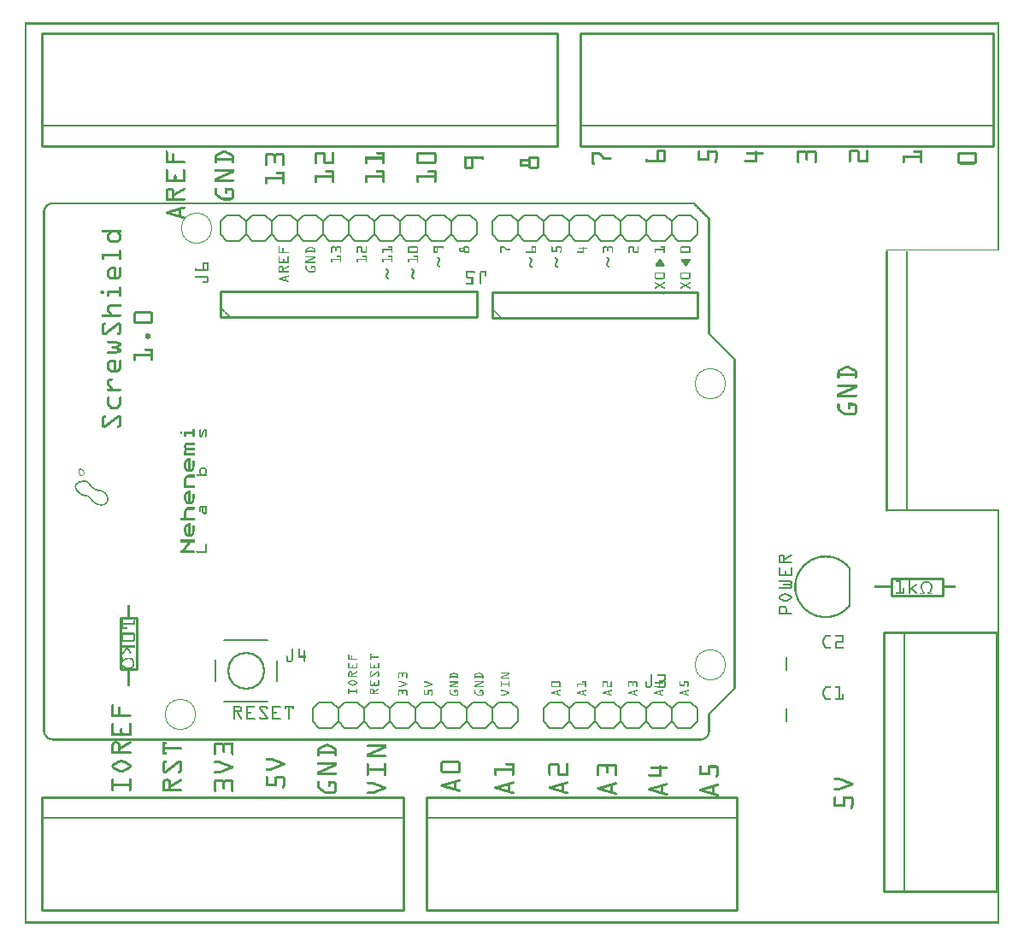
<source format=gto>
G04 MADE WITH FRITZING*
G04 WWW.FRITZING.ORG*
G04 DOUBLE SIDED*
G04 HOLES PLATED*
G04 CONTOUR ON CENTER OF CONTOUR VECTOR*
%ASAXBY*%
%FSLAX23Y23*%
%MOIN*%
%OFA0B0*%
%SFA1.0B1.0*%
%ADD10C,0.121583X0.114639*%
%ADD11C,0.148000X0.132*%
%ADD12C,0.010000*%
%ADD13C,0.006000*%
%ADD14C,0.008000*%
%ADD15C,0.005000*%
%ADD16R,0.001000X0.001000*%
%LNSILK1*%
G90*
G70*
G54D10*
X2675Y2107D03*
X2675Y1010D03*
X673Y2713D03*
X608Y816D03*
G54D11*
X864Y987D03*
G54D12*
X1824Y2363D02*
X2624Y2363D01*
D02*
X2624Y2363D02*
X2624Y2463D01*
D02*
X2624Y2463D02*
X1824Y2463D01*
D02*
X1824Y2463D02*
X1824Y2363D01*
D02*
X765Y2367D02*
X1765Y2367D01*
D02*
X1765Y2367D02*
X1765Y2467D01*
D02*
X1765Y2467D02*
X765Y2467D01*
D02*
X765Y2467D02*
X765Y2367D01*
G54D13*
D02*
X2349Y863D02*
X2399Y863D01*
D02*
X2399Y863D02*
X2424Y838D01*
D02*
X2424Y838D02*
X2424Y788D01*
D02*
X2424Y788D02*
X2399Y763D01*
D02*
X2424Y838D02*
X2449Y863D01*
D02*
X2449Y863D02*
X2499Y863D01*
D02*
X2499Y863D02*
X2524Y838D01*
D02*
X2524Y838D02*
X2524Y788D01*
D02*
X2524Y788D02*
X2499Y763D01*
D02*
X2499Y763D02*
X2449Y763D01*
D02*
X2449Y763D02*
X2424Y788D01*
D02*
X2224Y838D02*
X2249Y863D01*
D02*
X2249Y863D02*
X2299Y863D01*
D02*
X2299Y863D02*
X2324Y838D01*
D02*
X2324Y838D02*
X2324Y788D01*
D02*
X2324Y788D02*
X2299Y763D01*
D02*
X2299Y763D02*
X2249Y763D01*
D02*
X2249Y763D02*
X2224Y788D01*
D02*
X2349Y863D02*
X2324Y838D01*
D02*
X2324Y788D02*
X2349Y763D01*
D02*
X2399Y763D02*
X2349Y763D01*
D02*
X2049Y863D02*
X2099Y863D01*
D02*
X2099Y863D02*
X2124Y838D01*
D02*
X2124Y838D02*
X2124Y788D01*
D02*
X2124Y788D02*
X2099Y763D01*
D02*
X2124Y838D02*
X2149Y863D01*
D02*
X2149Y863D02*
X2199Y863D01*
D02*
X2199Y863D02*
X2224Y838D01*
D02*
X2224Y838D02*
X2224Y788D01*
D02*
X2224Y788D02*
X2199Y763D01*
D02*
X2199Y763D02*
X2149Y763D01*
D02*
X2149Y763D02*
X2124Y788D01*
D02*
X2024Y838D02*
X2024Y788D01*
D02*
X2049Y863D02*
X2024Y838D01*
D02*
X2024Y788D02*
X2049Y763D01*
D02*
X2099Y763D02*
X2049Y763D01*
D02*
X2549Y863D02*
X2599Y863D01*
D02*
X2599Y863D02*
X2624Y838D01*
D02*
X2624Y838D02*
X2624Y788D01*
D02*
X2624Y788D02*
X2599Y763D01*
D02*
X2549Y863D02*
X2524Y838D01*
D02*
X2524Y788D02*
X2549Y763D01*
D02*
X2599Y763D02*
X2549Y763D01*
D02*
X939Y2663D02*
X889Y2663D01*
D02*
X1139Y2663D02*
X1089Y2663D01*
D02*
X1039Y2663D02*
X989Y2663D01*
D02*
X1239Y2663D02*
X1189Y2663D01*
D02*
X1439Y2663D02*
X1389Y2663D01*
D02*
X1339Y2663D02*
X1289Y2663D01*
D02*
X1539Y2663D02*
X1489Y2663D01*
D02*
X1739Y2663D02*
X1689Y2663D01*
D02*
X1639Y2663D02*
X1589Y2663D01*
D02*
X839Y2663D02*
X789Y2663D01*
D02*
X964Y2688D02*
X939Y2663D01*
D02*
X889Y2663D02*
X864Y2688D01*
D02*
X864Y2688D02*
X864Y2738D01*
D02*
X864Y2738D02*
X889Y2763D01*
D02*
X889Y2763D02*
X939Y2763D01*
D02*
X939Y2763D02*
X964Y2738D01*
D02*
X1089Y2663D02*
X1064Y2688D01*
D02*
X1064Y2688D02*
X1064Y2738D01*
D02*
X1064Y2738D02*
X1089Y2763D01*
D02*
X1064Y2688D02*
X1039Y2663D01*
D02*
X989Y2663D02*
X964Y2688D01*
D02*
X964Y2688D02*
X964Y2738D01*
D02*
X964Y2738D02*
X989Y2763D01*
D02*
X989Y2763D02*
X1039Y2763D01*
D02*
X1039Y2763D02*
X1064Y2738D01*
D02*
X1264Y2688D02*
X1239Y2663D01*
D02*
X1189Y2663D02*
X1164Y2688D01*
D02*
X1164Y2688D02*
X1164Y2738D01*
D02*
X1164Y2738D02*
X1189Y2763D01*
D02*
X1189Y2763D02*
X1239Y2763D01*
D02*
X1239Y2763D02*
X1264Y2738D01*
D02*
X1139Y2663D02*
X1164Y2688D01*
D02*
X1164Y2738D02*
X1139Y2763D01*
D02*
X1089Y2763D02*
X1139Y2763D01*
D02*
X1389Y2663D02*
X1364Y2688D01*
D02*
X1364Y2688D02*
X1364Y2738D01*
D02*
X1364Y2738D02*
X1389Y2763D01*
D02*
X1364Y2688D02*
X1339Y2663D01*
D02*
X1289Y2663D02*
X1264Y2688D01*
D02*
X1264Y2688D02*
X1264Y2738D01*
D02*
X1264Y2738D02*
X1289Y2763D01*
D02*
X1289Y2763D02*
X1339Y2763D01*
D02*
X1339Y2763D02*
X1364Y2738D01*
D02*
X1564Y2688D02*
X1539Y2663D01*
D02*
X1489Y2663D02*
X1464Y2688D01*
D02*
X1464Y2688D02*
X1464Y2738D01*
D02*
X1464Y2738D02*
X1489Y2763D01*
D02*
X1489Y2763D02*
X1539Y2763D01*
D02*
X1539Y2763D02*
X1564Y2738D01*
D02*
X1439Y2663D02*
X1464Y2688D01*
D02*
X1464Y2738D02*
X1439Y2763D01*
D02*
X1389Y2763D02*
X1439Y2763D01*
D02*
X1689Y2663D02*
X1664Y2688D01*
D02*
X1664Y2688D02*
X1664Y2738D01*
D02*
X1664Y2738D02*
X1689Y2763D01*
D02*
X1664Y2688D02*
X1639Y2663D01*
D02*
X1589Y2663D02*
X1564Y2688D01*
D02*
X1564Y2688D02*
X1564Y2738D01*
D02*
X1564Y2738D02*
X1589Y2763D01*
D02*
X1589Y2763D02*
X1639Y2763D01*
D02*
X1639Y2763D02*
X1664Y2738D01*
D02*
X1764Y2688D02*
X1764Y2738D01*
D02*
X1739Y2663D02*
X1764Y2688D01*
D02*
X1764Y2738D02*
X1739Y2763D01*
D02*
X1689Y2763D02*
X1739Y2763D01*
D02*
X789Y2663D02*
X764Y2688D01*
D02*
X764Y2688D02*
X764Y2738D01*
D02*
X764Y2738D02*
X789Y2763D01*
D02*
X839Y2663D02*
X864Y2688D01*
D02*
X864Y2738D02*
X839Y2763D01*
D02*
X789Y2763D02*
X839Y2763D01*
D02*
X1999Y2663D02*
X1949Y2663D01*
D02*
X1949Y2663D02*
X1924Y2688D01*
D02*
X1924Y2688D02*
X1924Y2738D01*
D02*
X1924Y2738D02*
X1949Y2763D01*
D02*
X2124Y2688D02*
X2099Y2663D01*
D02*
X2099Y2663D02*
X2049Y2663D01*
D02*
X2049Y2663D02*
X2024Y2688D01*
D02*
X2024Y2688D02*
X2024Y2738D01*
D02*
X2024Y2738D02*
X2049Y2763D01*
D02*
X2049Y2763D02*
X2099Y2763D01*
D02*
X2099Y2763D02*
X2124Y2738D01*
D02*
X1999Y2663D02*
X2024Y2688D01*
D02*
X2024Y2738D02*
X1999Y2763D01*
D02*
X1949Y2763D02*
X1999Y2763D01*
D02*
X2299Y2663D02*
X2249Y2663D01*
D02*
X2249Y2663D02*
X2224Y2688D01*
D02*
X2224Y2688D02*
X2224Y2738D01*
D02*
X2224Y2738D02*
X2249Y2763D01*
D02*
X2224Y2688D02*
X2199Y2663D01*
D02*
X2199Y2663D02*
X2149Y2663D01*
D02*
X2149Y2663D02*
X2124Y2688D01*
D02*
X2124Y2688D02*
X2124Y2738D01*
D02*
X2124Y2738D02*
X2149Y2763D01*
D02*
X2149Y2763D02*
X2199Y2763D01*
D02*
X2199Y2763D02*
X2224Y2738D01*
D02*
X2424Y2688D02*
X2399Y2663D01*
D02*
X2399Y2663D02*
X2349Y2663D01*
D02*
X2349Y2663D02*
X2324Y2688D01*
D02*
X2324Y2688D02*
X2324Y2738D01*
D02*
X2324Y2738D02*
X2349Y2763D01*
D02*
X2349Y2763D02*
X2399Y2763D01*
D02*
X2399Y2763D02*
X2424Y2738D01*
D02*
X2299Y2663D02*
X2324Y2688D01*
D02*
X2324Y2738D02*
X2299Y2763D01*
D02*
X2249Y2763D02*
X2299Y2763D01*
D02*
X2599Y2663D02*
X2549Y2663D01*
D02*
X2549Y2663D02*
X2524Y2688D01*
D02*
X2524Y2688D02*
X2524Y2738D01*
D02*
X2524Y2738D02*
X2549Y2763D01*
D02*
X2524Y2688D02*
X2499Y2663D01*
D02*
X2499Y2663D02*
X2449Y2663D01*
D02*
X2449Y2663D02*
X2424Y2688D01*
D02*
X2424Y2688D02*
X2424Y2738D01*
D02*
X2424Y2738D02*
X2449Y2763D01*
D02*
X2449Y2763D02*
X2499Y2763D01*
D02*
X2499Y2763D02*
X2524Y2738D01*
D02*
X2624Y2688D02*
X2624Y2738D01*
D02*
X2599Y2663D02*
X2624Y2688D01*
D02*
X2624Y2738D02*
X2599Y2763D01*
D02*
X2549Y2763D02*
X2599Y2763D01*
D02*
X1899Y2663D02*
X1849Y2663D01*
D02*
X1849Y2663D02*
X1824Y2688D01*
D02*
X1824Y2688D02*
X1824Y2738D01*
D02*
X1824Y2738D02*
X1849Y2763D01*
D02*
X1899Y2663D02*
X1924Y2688D01*
D02*
X1924Y2738D02*
X1899Y2763D01*
D02*
X1849Y2763D02*
X1899Y2763D01*
D02*
X1749Y863D02*
X1799Y863D01*
D02*
X1799Y863D02*
X1824Y838D01*
D02*
X1824Y838D02*
X1824Y788D01*
D02*
X1824Y788D02*
X1799Y763D01*
D02*
X1624Y838D02*
X1649Y863D01*
D02*
X1649Y863D02*
X1699Y863D01*
D02*
X1699Y863D02*
X1724Y838D01*
D02*
X1724Y838D02*
X1724Y788D01*
D02*
X1724Y788D02*
X1699Y763D01*
D02*
X1699Y763D02*
X1649Y763D01*
D02*
X1649Y763D02*
X1624Y788D01*
D02*
X1749Y863D02*
X1724Y838D01*
D02*
X1724Y788D02*
X1749Y763D01*
D02*
X1799Y763D02*
X1749Y763D01*
D02*
X1449Y863D02*
X1499Y863D01*
D02*
X1499Y863D02*
X1524Y838D01*
D02*
X1524Y838D02*
X1524Y788D01*
D02*
X1524Y788D02*
X1499Y763D01*
D02*
X1524Y838D02*
X1549Y863D01*
D02*
X1549Y863D02*
X1599Y863D01*
D02*
X1599Y863D02*
X1624Y838D01*
D02*
X1624Y838D02*
X1624Y788D01*
D02*
X1624Y788D02*
X1599Y763D01*
D02*
X1599Y763D02*
X1549Y763D01*
D02*
X1549Y763D02*
X1524Y788D01*
D02*
X1324Y838D02*
X1349Y863D01*
D02*
X1349Y863D02*
X1399Y863D01*
D02*
X1399Y863D02*
X1424Y838D01*
D02*
X1424Y838D02*
X1424Y788D01*
D02*
X1424Y788D02*
X1399Y763D01*
D02*
X1399Y763D02*
X1349Y763D01*
D02*
X1349Y763D02*
X1324Y788D01*
D02*
X1449Y863D02*
X1424Y838D01*
D02*
X1424Y788D02*
X1449Y763D01*
D02*
X1499Y763D02*
X1449Y763D01*
D02*
X1149Y863D02*
X1199Y863D01*
D02*
X1199Y863D02*
X1224Y838D01*
D02*
X1224Y838D02*
X1224Y788D01*
D02*
X1224Y788D02*
X1199Y763D01*
D02*
X1224Y838D02*
X1249Y863D01*
D02*
X1249Y863D02*
X1299Y863D01*
D02*
X1299Y863D02*
X1324Y838D01*
D02*
X1324Y838D02*
X1324Y788D01*
D02*
X1324Y788D02*
X1299Y763D01*
D02*
X1299Y763D02*
X1249Y763D01*
D02*
X1249Y763D02*
X1224Y788D01*
D02*
X1124Y838D02*
X1124Y788D01*
D02*
X1149Y863D02*
X1124Y838D01*
D02*
X1124Y788D02*
X1149Y763D01*
D02*
X1199Y763D02*
X1149Y763D01*
D02*
X1849Y863D02*
X1899Y863D01*
D02*
X1899Y863D02*
X1924Y838D01*
D02*
X1924Y838D02*
X1924Y788D01*
D02*
X1924Y788D02*
X1899Y763D01*
D02*
X1849Y863D02*
X1824Y838D01*
D02*
X1824Y788D02*
X1849Y763D01*
D02*
X1899Y763D02*
X1849Y763D01*
G54D12*
D02*
X374Y994D02*
X374Y1194D01*
D02*
X374Y1194D02*
X440Y1194D01*
D02*
X440Y1194D02*
X440Y994D01*
D02*
X440Y994D02*
X374Y994D01*
G54D14*
D02*
X949Y1107D02*
X779Y1107D01*
D02*
X779Y867D02*
X949Y867D01*
D02*
X984Y1026D02*
X984Y947D01*
D02*
X744Y1028D02*
X744Y947D01*
G54D12*
D02*
X3383Y1346D02*
X3583Y1346D01*
D02*
X3583Y1346D02*
X3583Y1280D01*
D02*
X3583Y1280D02*
X3383Y1280D01*
D02*
X3383Y1280D02*
X3383Y1346D01*
G54D14*
D02*
X2972Y838D02*
X2972Y788D01*
D02*
X2972Y1038D02*
X2972Y988D01*
G54D12*
D02*
X3779Y3473D02*
X2169Y3473D01*
D02*
X2169Y3473D02*
X2169Y3033D01*
D02*
X2169Y3033D02*
X3779Y3033D01*
D02*
X3779Y3033D02*
X3779Y3473D01*
G54D15*
D02*
X2169Y3113D02*
X3779Y3113D01*
G54D12*
D02*
X2079Y3473D02*
X69Y3473D01*
D02*
X69Y3473D02*
X69Y3033D01*
D02*
X69Y3033D02*
X2079Y3033D01*
D02*
X2079Y3033D02*
X2079Y3473D01*
G54D15*
D02*
X69Y3113D02*
X2079Y3113D01*
G54D12*
D02*
X3791Y127D02*
X3791Y1137D01*
D02*
X3791Y1137D02*
X3351Y1137D01*
D02*
X3351Y1137D02*
X3351Y127D01*
D02*
X3351Y127D02*
X3791Y127D01*
G54D15*
D02*
X3431Y1137D02*
X3431Y127D01*
G54D12*
D02*
X3363Y2624D02*
X3363Y1614D01*
G54D15*
D02*
X3443Y2624D02*
X3443Y1614D01*
G54D12*
D02*
X1569Y53D02*
X2779Y53D01*
D02*
X2779Y53D02*
X2779Y493D01*
D02*
X2779Y493D02*
X1569Y493D01*
D02*
X1569Y493D02*
X1569Y53D01*
G54D15*
D02*
X2779Y413D02*
X1569Y413D01*
G54D12*
D02*
X69Y53D02*
X1479Y53D01*
D02*
X1479Y53D02*
X1479Y493D01*
D02*
X1479Y493D02*
X69Y493D01*
D02*
X69Y493D02*
X69Y53D01*
G54D15*
D02*
X1479Y413D02*
X69Y413D01*
G54D16*
X1Y3515D02*
X3802Y3515D01*
X1Y3514D02*
X3802Y3514D01*
X1Y3513D02*
X3802Y3513D01*
X1Y3512D02*
X3802Y3512D01*
X1Y3511D02*
X3802Y3511D01*
X1Y3510D02*
X3802Y3510D01*
X1Y3509D02*
X3802Y3509D01*
X1Y3508D02*
X3802Y3508D01*
X1Y3507D02*
X8Y3507D01*
X3795Y3507D02*
X3802Y3507D01*
X1Y3506D02*
X8Y3506D01*
X3795Y3506D02*
X3802Y3506D01*
X1Y3505D02*
X8Y3505D01*
X3795Y3505D02*
X3802Y3505D01*
X1Y3504D02*
X8Y3504D01*
X3795Y3504D02*
X3802Y3504D01*
X1Y3503D02*
X8Y3503D01*
X3795Y3503D02*
X3802Y3503D01*
X1Y3502D02*
X8Y3502D01*
X3795Y3502D02*
X3802Y3502D01*
X1Y3501D02*
X8Y3501D01*
X3795Y3501D02*
X3802Y3501D01*
X1Y3500D02*
X8Y3500D01*
X3795Y3500D02*
X3802Y3500D01*
X1Y3499D02*
X8Y3499D01*
X3795Y3499D02*
X3802Y3499D01*
X1Y3498D02*
X8Y3498D01*
X3795Y3498D02*
X3802Y3498D01*
X1Y3497D02*
X8Y3497D01*
X3795Y3497D02*
X3802Y3497D01*
X1Y3496D02*
X8Y3496D01*
X3795Y3496D02*
X3802Y3496D01*
X1Y3495D02*
X8Y3495D01*
X3795Y3495D02*
X3802Y3495D01*
X1Y3494D02*
X8Y3494D01*
X3795Y3494D02*
X3802Y3494D01*
X1Y3493D02*
X8Y3493D01*
X3795Y3493D02*
X3802Y3493D01*
X1Y3492D02*
X8Y3492D01*
X3795Y3492D02*
X3802Y3492D01*
X1Y3491D02*
X8Y3491D01*
X3795Y3491D02*
X3802Y3491D01*
X1Y3490D02*
X8Y3490D01*
X3795Y3490D02*
X3802Y3490D01*
X1Y3489D02*
X8Y3489D01*
X3795Y3489D02*
X3802Y3489D01*
X1Y3488D02*
X8Y3488D01*
X3795Y3488D02*
X3802Y3488D01*
X1Y3487D02*
X8Y3487D01*
X3795Y3487D02*
X3802Y3487D01*
X1Y3486D02*
X8Y3486D01*
X3795Y3486D02*
X3802Y3486D01*
X1Y3485D02*
X8Y3485D01*
X3795Y3485D02*
X3802Y3485D01*
X1Y3484D02*
X8Y3484D01*
X3795Y3484D02*
X3802Y3484D01*
X1Y3483D02*
X8Y3483D01*
X3795Y3483D02*
X3802Y3483D01*
X1Y3482D02*
X8Y3482D01*
X3795Y3482D02*
X3802Y3482D01*
X1Y3481D02*
X8Y3481D01*
X3795Y3481D02*
X3802Y3481D01*
X1Y3480D02*
X8Y3480D01*
X3795Y3480D02*
X3802Y3480D01*
X1Y3479D02*
X8Y3479D01*
X3795Y3479D02*
X3802Y3479D01*
X1Y3478D02*
X8Y3478D01*
X3795Y3478D02*
X3802Y3478D01*
X1Y3477D02*
X8Y3477D01*
X3795Y3477D02*
X3802Y3477D01*
X1Y3476D02*
X8Y3476D01*
X3795Y3476D02*
X3802Y3476D01*
X1Y3475D02*
X8Y3475D01*
X3795Y3475D02*
X3802Y3475D01*
X1Y3474D02*
X8Y3474D01*
X3795Y3474D02*
X3802Y3474D01*
X1Y3473D02*
X8Y3473D01*
X3795Y3473D02*
X3802Y3473D01*
X1Y3472D02*
X8Y3472D01*
X3795Y3472D02*
X3802Y3472D01*
X1Y3471D02*
X8Y3471D01*
X3795Y3471D02*
X3802Y3471D01*
X1Y3470D02*
X8Y3470D01*
X3795Y3470D02*
X3802Y3470D01*
X1Y3469D02*
X8Y3469D01*
X3795Y3469D02*
X3802Y3469D01*
X1Y3468D02*
X8Y3468D01*
X3795Y3468D02*
X3802Y3468D01*
X1Y3467D02*
X8Y3467D01*
X3795Y3467D02*
X3802Y3467D01*
X1Y3466D02*
X8Y3466D01*
X3795Y3466D02*
X3802Y3466D01*
X1Y3465D02*
X8Y3465D01*
X3795Y3465D02*
X3802Y3465D01*
X1Y3464D02*
X8Y3464D01*
X3795Y3464D02*
X3802Y3464D01*
X1Y3463D02*
X8Y3463D01*
X3795Y3463D02*
X3802Y3463D01*
X1Y3462D02*
X8Y3462D01*
X3795Y3462D02*
X3802Y3462D01*
X1Y3461D02*
X8Y3461D01*
X3795Y3461D02*
X3802Y3461D01*
X1Y3460D02*
X8Y3460D01*
X3795Y3460D02*
X3802Y3460D01*
X1Y3459D02*
X8Y3459D01*
X3795Y3459D02*
X3802Y3459D01*
X1Y3458D02*
X8Y3458D01*
X3795Y3458D02*
X3802Y3458D01*
X1Y3457D02*
X8Y3457D01*
X3795Y3457D02*
X3802Y3457D01*
X1Y3456D02*
X8Y3456D01*
X3795Y3456D02*
X3802Y3456D01*
X1Y3455D02*
X8Y3455D01*
X3795Y3455D02*
X3802Y3455D01*
X1Y3454D02*
X8Y3454D01*
X3795Y3454D02*
X3802Y3454D01*
X1Y3453D02*
X8Y3453D01*
X3795Y3453D02*
X3802Y3453D01*
X1Y3452D02*
X8Y3452D01*
X3795Y3452D02*
X3802Y3452D01*
X1Y3451D02*
X8Y3451D01*
X3795Y3451D02*
X3802Y3451D01*
X1Y3450D02*
X8Y3450D01*
X3795Y3450D02*
X3802Y3450D01*
X1Y3449D02*
X8Y3449D01*
X3795Y3449D02*
X3802Y3449D01*
X1Y3448D02*
X8Y3448D01*
X3795Y3448D02*
X3802Y3448D01*
X1Y3447D02*
X8Y3447D01*
X3795Y3447D02*
X3802Y3447D01*
X1Y3446D02*
X8Y3446D01*
X3795Y3446D02*
X3802Y3446D01*
X1Y3445D02*
X8Y3445D01*
X3795Y3445D02*
X3802Y3445D01*
X1Y3444D02*
X8Y3444D01*
X3795Y3444D02*
X3802Y3444D01*
X1Y3443D02*
X8Y3443D01*
X3795Y3443D02*
X3802Y3443D01*
X1Y3442D02*
X8Y3442D01*
X3795Y3442D02*
X3802Y3442D01*
X1Y3441D02*
X8Y3441D01*
X3795Y3441D02*
X3802Y3441D01*
X1Y3440D02*
X8Y3440D01*
X3795Y3440D02*
X3802Y3440D01*
X1Y3439D02*
X8Y3439D01*
X3795Y3439D02*
X3802Y3439D01*
X1Y3438D02*
X8Y3438D01*
X3795Y3438D02*
X3802Y3438D01*
X1Y3437D02*
X8Y3437D01*
X3795Y3437D02*
X3802Y3437D01*
X1Y3436D02*
X8Y3436D01*
X3795Y3436D02*
X3802Y3436D01*
X1Y3435D02*
X8Y3435D01*
X3795Y3435D02*
X3802Y3435D01*
X1Y3434D02*
X8Y3434D01*
X3795Y3434D02*
X3802Y3434D01*
X1Y3433D02*
X8Y3433D01*
X3795Y3433D02*
X3802Y3433D01*
X1Y3432D02*
X8Y3432D01*
X3795Y3432D02*
X3802Y3432D01*
X1Y3431D02*
X8Y3431D01*
X3795Y3431D02*
X3802Y3431D01*
X1Y3430D02*
X8Y3430D01*
X3795Y3430D02*
X3802Y3430D01*
X1Y3429D02*
X8Y3429D01*
X3795Y3429D02*
X3802Y3429D01*
X1Y3428D02*
X8Y3428D01*
X3795Y3428D02*
X3802Y3428D01*
X1Y3427D02*
X8Y3427D01*
X3795Y3427D02*
X3802Y3427D01*
X1Y3426D02*
X8Y3426D01*
X3795Y3426D02*
X3802Y3426D01*
X1Y3425D02*
X8Y3425D01*
X3795Y3425D02*
X3802Y3425D01*
X1Y3424D02*
X8Y3424D01*
X3795Y3424D02*
X3802Y3424D01*
X1Y3423D02*
X8Y3423D01*
X3795Y3423D02*
X3802Y3423D01*
X1Y3422D02*
X8Y3422D01*
X3795Y3422D02*
X3802Y3422D01*
X1Y3421D02*
X8Y3421D01*
X3795Y3421D02*
X3802Y3421D01*
X1Y3420D02*
X8Y3420D01*
X3795Y3420D02*
X3802Y3420D01*
X1Y3419D02*
X8Y3419D01*
X3795Y3419D02*
X3802Y3419D01*
X1Y3418D02*
X8Y3418D01*
X3795Y3418D02*
X3802Y3418D01*
X1Y3417D02*
X8Y3417D01*
X3795Y3417D02*
X3802Y3417D01*
X1Y3416D02*
X8Y3416D01*
X3795Y3416D02*
X3802Y3416D01*
X1Y3415D02*
X8Y3415D01*
X3795Y3415D02*
X3802Y3415D01*
X1Y3414D02*
X8Y3414D01*
X3795Y3414D02*
X3802Y3414D01*
X1Y3413D02*
X8Y3413D01*
X3795Y3413D02*
X3802Y3413D01*
X1Y3412D02*
X8Y3412D01*
X3795Y3412D02*
X3802Y3412D01*
X1Y3411D02*
X8Y3411D01*
X3795Y3411D02*
X3802Y3411D01*
X1Y3410D02*
X8Y3410D01*
X3795Y3410D02*
X3802Y3410D01*
X1Y3409D02*
X8Y3409D01*
X3795Y3409D02*
X3802Y3409D01*
X1Y3408D02*
X8Y3408D01*
X3795Y3408D02*
X3802Y3408D01*
X1Y3407D02*
X8Y3407D01*
X3795Y3407D02*
X3802Y3407D01*
X1Y3406D02*
X8Y3406D01*
X3795Y3406D02*
X3802Y3406D01*
X1Y3405D02*
X8Y3405D01*
X3795Y3405D02*
X3802Y3405D01*
X1Y3404D02*
X8Y3404D01*
X3795Y3404D02*
X3802Y3404D01*
X1Y3403D02*
X8Y3403D01*
X3795Y3403D02*
X3802Y3403D01*
X1Y3402D02*
X8Y3402D01*
X3795Y3402D02*
X3802Y3402D01*
X1Y3401D02*
X8Y3401D01*
X3795Y3401D02*
X3802Y3401D01*
X1Y3400D02*
X8Y3400D01*
X3795Y3400D02*
X3802Y3400D01*
X1Y3399D02*
X8Y3399D01*
X3795Y3399D02*
X3802Y3399D01*
X1Y3398D02*
X8Y3398D01*
X3795Y3398D02*
X3802Y3398D01*
X1Y3397D02*
X8Y3397D01*
X3795Y3397D02*
X3802Y3397D01*
X1Y3396D02*
X8Y3396D01*
X3795Y3396D02*
X3802Y3396D01*
X1Y3395D02*
X8Y3395D01*
X3795Y3395D02*
X3802Y3395D01*
X1Y3394D02*
X8Y3394D01*
X3795Y3394D02*
X3802Y3394D01*
X1Y3393D02*
X8Y3393D01*
X3795Y3393D02*
X3802Y3393D01*
X1Y3392D02*
X8Y3392D01*
X3795Y3392D02*
X3802Y3392D01*
X1Y3391D02*
X8Y3391D01*
X3795Y3391D02*
X3802Y3391D01*
X1Y3390D02*
X8Y3390D01*
X3795Y3390D02*
X3802Y3390D01*
X1Y3389D02*
X8Y3389D01*
X3795Y3389D02*
X3802Y3389D01*
X1Y3388D02*
X8Y3388D01*
X3795Y3388D02*
X3802Y3388D01*
X1Y3387D02*
X8Y3387D01*
X3795Y3387D02*
X3802Y3387D01*
X1Y3386D02*
X8Y3386D01*
X3795Y3386D02*
X3802Y3386D01*
X1Y3385D02*
X8Y3385D01*
X3795Y3385D02*
X3802Y3385D01*
X1Y3384D02*
X8Y3384D01*
X3795Y3384D02*
X3802Y3384D01*
X1Y3383D02*
X8Y3383D01*
X3795Y3383D02*
X3802Y3383D01*
X1Y3382D02*
X8Y3382D01*
X3795Y3382D02*
X3802Y3382D01*
X1Y3381D02*
X8Y3381D01*
X3795Y3381D02*
X3802Y3381D01*
X1Y3380D02*
X8Y3380D01*
X3795Y3380D02*
X3802Y3380D01*
X1Y3379D02*
X8Y3379D01*
X3795Y3379D02*
X3802Y3379D01*
X1Y3378D02*
X8Y3378D01*
X3795Y3378D02*
X3802Y3378D01*
X1Y3377D02*
X8Y3377D01*
X3795Y3377D02*
X3802Y3377D01*
X1Y3376D02*
X8Y3376D01*
X3795Y3376D02*
X3802Y3376D01*
X1Y3375D02*
X8Y3375D01*
X3795Y3375D02*
X3802Y3375D01*
X1Y3374D02*
X8Y3374D01*
X3795Y3374D02*
X3802Y3374D01*
X1Y3373D02*
X8Y3373D01*
X3795Y3373D02*
X3802Y3373D01*
X1Y3372D02*
X8Y3372D01*
X3795Y3372D02*
X3802Y3372D01*
X1Y3371D02*
X8Y3371D01*
X3795Y3371D02*
X3802Y3371D01*
X1Y3370D02*
X8Y3370D01*
X3795Y3370D02*
X3802Y3370D01*
X1Y3369D02*
X8Y3369D01*
X3795Y3369D02*
X3802Y3369D01*
X1Y3368D02*
X8Y3368D01*
X3795Y3368D02*
X3802Y3368D01*
X1Y3367D02*
X8Y3367D01*
X3795Y3367D02*
X3802Y3367D01*
X1Y3366D02*
X8Y3366D01*
X3795Y3366D02*
X3802Y3366D01*
X1Y3365D02*
X8Y3365D01*
X3795Y3365D02*
X3802Y3365D01*
X1Y3364D02*
X8Y3364D01*
X3795Y3364D02*
X3802Y3364D01*
X1Y3363D02*
X8Y3363D01*
X3795Y3363D02*
X3802Y3363D01*
X1Y3362D02*
X8Y3362D01*
X3795Y3362D02*
X3802Y3362D01*
X1Y3361D02*
X8Y3361D01*
X3795Y3361D02*
X3802Y3361D01*
X1Y3360D02*
X8Y3360D01*
X3795Y3360D02*
X3802Y3360D01*
X1Y3359D02*
X8Y3359D01*
X3795Y3359D02*
X3802Y3359D01*
X1Y3358D02*
X8Y3358D01*
X3795Y3358D02*
X3802Y3358D01*
X1Y3357D02*
X8Y3357D01*
X3795Y3357D02*
X3802Y3357D01*
X1Y3356D02*
X8Y3356D01*
X3795Y3356D02*
X3802Y3356D01*
X1Y3355D02*
X8Y3355D01*
X3795Y3355D02*
X3802Y3355D01*
X1Y3354D02*
X8Y3354D01*
X3795Y3354D02*
X3802Y3354D01*
X1Y3353D02*
X8Y3353D01*
X3795Y3353D02*
X3802Y3353D01*
X1Y3352D02*
X8Y3352D01*
X3795Y3352D02*
X3802Y3352D01*
X1Y3351D02*
X8Y3351D01*
X3795Y3351D02*
X3802Y3351D01*
X1Y3350D02*
X8Y3350D01*
X3795Y3350D02*
X3802Y3350D01*
X1Y3349D02*
X8Y3349D01*
X3795Y3349D02*
X3802Y3349D01*
X1Y3348D02*
X8Y3348D01*
X3795Y3348D02*
X3802Y3348D01*
X1Y3347D02*
X8Y3347D01*
X3795Y3347D02*
X3802Y3347D01*
X1Y3346D02*
X8Y3346D01*
X3795Y3346D02*
X3802Y3346D01*
X1Y3345D02*
X8Y3345D01*
X3795Y3345D02*
X3802Y3345D01*
X1Y3344D02*
X8Y3344D01*
X3795Y3344D02*
X3802Y3344D01*
X1Y3343D02*
X8Y3343D01*
X3795Y3343D02*
X3802Y3343D01*
X1Y3342D02*
X8Y3342D01*
X3795Y3342D02*
X3802Y3342D01*
X1Y3341D02*
X8Y3341D01*
X3795Y3341D02*
X3802Y3341D01*
X1Y3340D02*
X8Y3340D01*
X3795Y3340D02*
X3802Y3340D01*
X1Y3339D02*
X8Y3339D01*
X3795Y3339D02*
X3802Y3339D01*
X1Y3338D02*
X8Y3338D01*
X3795Y3338D02*
X3802Y3338D01*
X1Y3337D02*
X8Y3337D01*
X3795Y3337D02*
X3802Y3337D01*
X1Y3336D02*
X8Y3336D01*
X3795Y3336D02*
X3802Y3336D01*
X1Y3335D02*
X8Y3335D01*
X3795Y3335D02*
X3802Y3335D01*
X1Y3334D02*
X8Y3334D01*
X3795Y3334D02*
X3802Y3334D01*
X1Y3333D02*
X8Y3333D01*
X3795Y3333D02*
X3802Y3333D01*
X1Y3332D02*
X8Y3332D01*
X3795Y3332D02*
X3802Y3332D01*
X1Y3331D02*
X8Y3331D01*
X3795Y3331D02*
X3802Y3331D01*
X1Y3330D02*
X8Y3330D01*
X3795Y3330D02*
X3802Y3330D01*
X1Y3329D02*
X8Y3329D01*
X3795Y3329D02*
X3802Y3329D01*
X1Y3328D02*
X8Y3328D01*
X3795Y3328D02*
X3802Y3328D01*
X1Y3327D02*
X8Y3327D01*
X3795Y3327D02*
X3802Y3327D01*
X1Y3326D02*
X8Y3326D01*
X3795Y3326D02*
X3802Y3326D01*
X1Y3325D02*
X8Y3325D01*
X3795Y3325D02*
X3802Y3325D01*
X1Y3324D02*
X8Y3324D01*
X3795Y3324D02*
X3802Y3324D01*
X1Y3323D02*
X8Y3323D01*
X3795Y3323D02*
X3802Y3323D01*
X1Y3322D02*
X8Y3322D01*
X3795Y3322D02*
X3802Y3322D01*
X1Y3321D02*
X8Y3321D01*
X3795Y3321D02*
X3802Y3321D01*
X1Y3320D02*
X8Y3320D01*
X3795Y3320D02*
X3802Y3320D01*
X1Y3319D02*
X8Y3319D01*
X3795Y3319D02*
X3802Y3319D01*
X1Y3318D02*
X8Y3318D01*
X3795Y3318D02*
X3802Y3318D01*
X1Y3317D02*
X8Y3317D01*
X3795Y3317D02*
X3802Y3317D01*
X1Y3316D02*
X8Y3316D01*
X3795Y3316D02*
X3802Y3316D01*
X1Y3315D02*
X8Y3315D01*
X3795Y3315D02*
X3802Y3315D01*
X1Y3314D02*
X8Y3314D01*
X3795Y3314D02*
X3802Y3314D01*
X1Y3313D02*
X8Y3313D01*
X3795Y3313D02*
X3802Y3313D01*
X1Y3312D02*
X8Y3312D01*
X3795Y3312D02*
X3802Y3312D01*
X1Y3311D02*
X8Y3311D01*
X3795Y3311D02*
X3802Y3311D01*
X1Y3310D02*
X8Y3310D01*
X3795Y3310D02*
X3802Y3310D01*
X1Y3309D02*
X8Y3309D01*
X3795Y3309D02*
X3802Y3309D01*
X1Y3308D02*
X8Y3308D01*
X3795Y3308D02*
X3802Y3308D01*
X1Y3307D02*
X8Y3307D01*
X3795Y3307D02*
X3802Y3307D01*
X1Y3306D02*
X8Y3306D01*
X3795Y3306D02*
X3802Y3306D01*
X1Y3305D02*
X8Y3305D01*
X3795Y3305D02*
X3802Y3305D01*
X1Y3304D02*
X8Y3304D01*
X3795Y3304D02*
X3802Y3304D01*
X1Y3303D02*
X8Y3303D01*
X3795Y3303D02*
X3802Y3303D01*
X1Y3302D02*
X8Y3302D01*
X3795Y3302D02*
X3802Y3302D01*
X1Y3301D02*
X8Y3301D01*
X3795Y3301D02*
X3802Y3301D01*
X1Y3300D02*
X8Y3300D01*
X3795Y3300D02*
X3802Y3300D01*
X1Y3299D02*
X8Y3299D01*
X3795Y3299D02*
X3802Y3299D01*
X1Y3298D02*
X8Y3298D01*
X3795Y3298D02*
X3802Y3298D01*
X1Y3297D02*
X8Y3297D01*
X3795Y3297D02*
X3802Y3297D01*
X1Y3296D02*
X8Y3296D01*
X3795Y3296D02*
X3802Y3296D01*
X1Y3295D02*
X8Y3295D01*
X3795Y3295D02*
X3802Y3295D01*
X1Y3294D02*
X8Y3294D01*
X3795Y3294D02*
X3802Y3294D01*
X1Y3293D02*
X8Y3293D01*
X3795Y3293D02*
X3802Y3293D01*
X1Y3292D02*
X8Y3292D01*
X3795Y3292D02*
X3802Y3292D01*
X1Y3291D02*
X8Y3291D01*
X3795Y3291D02*
X3802Y3291D01*
X1Y3290D02*
X8Y3290D01*
X3795Y3290D02*
X3802Y3290D01*
X1Y3289D02*
X8Y3289D01*
X3795Y3289D02*
X3802Y3289D01*
X1Y3288D02*
X8Y3288D01*
X3795Y3288D02*
X3802Y3288D01*
X1Y3287D02*
X8Y3287D01*
X3795Y3287D02*
X3802Y3287D01*
X1Y3286D02*
X8Y3286D01*
X3795Y3286D02*
X3802Y3286D01*
X1Y3285D02*
X8Y3285D01*
X3795Y3285D02*
X3802Y3285D01*
X1Y3284D02*
X8Y3284D01*
X3795Y3284D02*
X3802Y3284D01*
X1Y3283D02*
X8Y3283D01*
X3795Y3283D02*
X3802Y3283D01*
X1Y3282D02*
X8Y3282D01*
X3795Y3282D02*
X3802Y3282D01*
X1Y3281D02*
X8Y3281D01*
X3795Y3281D02*
X3802Y3281D01*
X1Y3280D02*
X8Y3280D01*
X3795Y3280D02*
X3802Y3280D01*
X1Y3279D02*
X8Y3279D01*
X3795Y3279D02*
X3802Y3279D01*
X1Y3278D02*
X8Y3278D01*
X3795Y3278D02*
X3802Y3278D01*
X1Y3277D02*
X8Y3277D01*
X3795Y3277D02*
X3802Y3277D01*
X1Y3276D02*
X8Y3276D01*
X3795Y3276D02*
X3802Y3276D01*
X1Y3275D02*
X8Y3275D01*
X3795Y3275D02*
X3802Y3275D01*
X1Y3274D02*
X8Y3274D01*
X3795Y3274D02*
X3802Y3274D01*
X1Y3273D02*
X8Y3273D01*
X3795Y3273D02*
X3802Y3273D01*
X1Y3272D02*
X8Y3272D01*
X3795Y3272D02*
X3802Y3272D01*
X1Y3271D02*
X8Y3271D01*
X3795Y3271D02*
X3802Y3271D01*
X1Y3270D02*
X8Y3270D01*
X3795Y3270D02*
X3802Y3270D01*
X1Y3269D02*
X8Y3269D01*
X3795Y3269D02*
X3802Y3269D01*
X1Y3268D02*
X8Y3268D01*
X3795Y3268D02*
X3802Y3268D01*
X1Y3267D02*
X8Y3267D01*
X3795Y3267D02*
X3802Y3267D01*
X1Y3266D02*
X8Y3266D01*
X3795Y3266D02*
X3802Y3266D01*
X1Y3265D02*
X8Y3265D01*
X3795Y3265D02*
X3802Y3265D01*
X1Y3264D02*
X8Y3264D01*
X3795Y3264D02*
X3802Y3264D01*
X1Y3263D02*
X8Y3263D01*
X3795Y3263D02*
X3802Y3263D01*
X1Y3262D02*
X8Y3262D01*
X3795Y3262D02*
X3802Y3262D01*
X1Y3261D02*
X8Y3261D01*
X3795Y3261D02*
X3802Y3261D01*
X1Y3260D02*
X8Y3260D01*
X3795Y3260D02*
X3802Y3260D01*
X1Y3259D02*
X8Y3259D01*
X3795Y3259D02*
X3802Y3259D01*
X1Y3258D02*
X8Y3258D01*
X3795Y3258D02*
X3802Y3258D01*
X1Y3257D02*
X8Y3257D01*
X3795Y3257D02*
X3802Y3257D01*
X1Y3256D02*
X8Y3256D01*
X3795Y3256D02*
X3802Y3256D01*
X1Y3255D02*
X8Y3255D01*
X3795Y3255D02*
X3802Y3255D01*
X1Y3254D02*
X8Y3254D01*
X3795Y3254D02*
X3802Y3254D01*
X1Y3253D02*
X8Y3253D01*
X3795Y3253D02*
X3802Y3253D01*
X1Y3252D02*
X8Y3252D01*
X3795Y3252D02*
X3802Y3252D01*
X1Y3251D02*
X8Y3251D01*
X3795Y3251D02*
X3802Y3251D01*
X1Y3250D02*
X8Y3250D01*
X3795Y3250D02*
X3802Y3250D01*
X1Y3249D02*
X8Y3249D01*
X3795Y3249D02*
X3802Y3249D01*
X1Y3248D02*
X8Y3248D01*
X3795Y3248D02*
X3802Y3248D01*
X1Y3247D02*
X8Y3247D01*
X3795Y3247D02*
X3802Y3247D01*
X1Y3246D02*
X8Y3246D01*
X3795Y3246D02*
X3802Y3246D01*
X1Y3245D02*
X8Y3245D01*
X3795Y3245D02*
X3802Y3245D01*
X1Y3244D02*
X8Y3244D01*
X3795Y3244D02*
X3802Y3244D01*
X1Y3243D02*
X8Y3243D01*
X3795Y3243D02*
X3802Y3243D01*
X1Y3242D02*
X8Y3242D01*
X3795Y3242D02*
X3802Y3242D01*
X1Y3241D02*
X8Y3241D01*
X3795Y3241D02*
X3802Y3241D01*
X1Y3240D02*
X8Y3240D01*
X3795Y3240D02*
X3802Y3240D01*
X1Y3239D02*
X8Y3239D01*
X3795Y3239D02*
X3802Y3239D01*
X1Y3238D02*
X8Y3238D01*
X3795Y3238D02*
X3802Y3238D01*
X1Y3237D02*
X8Y3237D01*
X3795Y3237D02*
X3802Y3237D01*
X1Y3236D02*
X8Y3236D01*
X3795Y3236D02*
X3802Y3236D01*
X1Y3235D02*
X8Y3235D01*
X3795Y3235D02*
X3802Y3235D01*
X1Y3234D02*
X8Y3234D01*
X3795Y3234D02*
X3802Y3234D01*
X1Y3233D02*
X8Y3233D01*
X3795Y3233D02*
X3802Y3233D01*
X1Y3232D02*
X8Y3232D01*
X3795Y3232D02*
X3802Y3232D01*
X1Y3231D02*
X8Y3231D01*
X3795Y3231D02*
X3802Y3231D01*
X1Y3230D02*
X8Y3230D01*
X3795Y3230D02*
X3802Y3230D01*
X1Y3229D02*
X8Y3229D01*
X3795Y3229D02*
X3802Y3229D01*
X1Y3228D02*
X8Y3228D01*
X3795Y3228D02*
X3802Y3228D01*
X1Y3227D02*
X8Y3227D01*
X3795Y3227D02*
X3802Y3227D01*
X1Y3226D02*
X8Y3226D01*
X3795Y3226D02*
X3802Y3226D01*
X1Y3225D02*
X8Y3225D01*
X3795Y3225D02*
X3802Y3225D01*
X1Y3224D02*
X8Y3224D01*
X3795Y3224D02*
X3802Y3224D01*
X1Y3223D02*
X8Y3223D01*
X3795Y3223D02*
X3802Y3223D01*
X1Y3222D02*
X8Y3222D01*
X3795Y3222D02*
X3802Y3222D01*
X1Y3221D02*
X8Y3221D01*
X3795Y3221D02*
X3802Y3221D01*
X1Y3220D02*
X8Y3220D01*
X3795Y3220D02*
X3802Y3220D01*
X1Y3219D02*
X8Y3219D01*
X3795Y3219D02*
X3802Y3219D01*
X1Y3218D02*
X8Y3218D01*
X3795Y3218D02*
X3802Y3218D01*
X1Y3217D02*
X8Y3217D01*
X3795Y3217D02*
X3802Y3217D01*
X1Y3216D02*
X8Y3216D01*
X3795Y3216D02*
X3802Y3216D01*
X1Y3215D02*
X8Y3215D01*
X3795Y3215D02*
X3802Y3215D01*
X1Y3214D02*
X8Y3214D01*
X3795Y3214D02*
X3802Y3214D01*
X1Y3213D02*
X8Y3213D01*
X3795Y3213D02*
X3802Y3213D01*
X1Y3212D02*
X8Y3212D01*
X3795Y3212D02*
X3802Y3212D01*
X1Y3211D02*
X8Y3211D01*
X3795Y3211D02*
X3802Y3211D01*
X1Y3210D02*
X8Y3210D01*
X3795Y3210D02*
X3802Y3210D01*
X1Y3209D02*
X8Y3209D01*
X3795Y3209D02*
X3802Y3209D01*
X1Y3208D02*
X8Y3208D01*
X3795Y3208D02*
X3802Y3208D01*
X1Y3207D02*
X8Y3207D01*
X3795Y3207D02*
X3802Y3207D01*
X1Y3206D02*
X8Y3206D01*
X3795Y3206D02*
X3802Y3206D01*
X1Y3205D02*
X8Y3205D01*
X3795Y3205D02*
X3802Y3205D01*
X1Y3204D02*
X8Y3204D01*
X3795Y3204D02*
X3802Y3204D01*
X1Y3203D02*
X8Y3203D01*
X3795Y3203D02*
X3802Y3203D01*
X1Y3202D02*
X8Y3202D01*
X3795Y3202D02*
X3802Y3202D01*
X1Y3201D02*
X8Y3201D01*
X3795Y3201D02*
X3802Y3201D01*
X1Y3200D02*
X8Y3200D01*
X3795Y3200D02*
X3802Y3200D01*
X1Y3199D02*
X8Y3199D01*
X3795Y3199D02*
X3802Y3199D01*
X1Y3198D02*
X8Y3198D01*
X3795Y3198D02*
X3802Y3198D01*
X1Y3197D02*
X8Y3197D01*
X3795Y3197D02*
X3802Y3197D01*
X1Y3196D02*
X8Y3196D01*
X3795Y3196D02*
X3802Y3196D01*
X1Y3195D02*
X8Y3195D01*
X3795Y3195D02*
X3802Y3195D01*
X1Y3194D02*
X8Y3194D01*
X3795Y3194D02*
X3802Y3194D01*
X1Y3193D02*
X8Y3193D01*
X3795Y3193D02*
X3802Y3193D01*
X1Y3192D02*
X8Y3192D01*
X3795Y3192D02*
X3802Y3192D01*
X1Y3191D02*
X8Y3191D01*
X3795Y3191D02*
X3802Y3191D01*
X1Y3190D02*
X8Y3190D01*
X3795Y3190D02*
X3802Y3190D01*
X1Y3189D02*
X8Y3189D01*
X3795Y3189D02*
X3802Y3189D01*
X1Y3188D02*
X8Y3188D01*
X3795Y3188D02*
X3802Y3188D01*
X1Y3187D02*
X8Y3187D01*
X3795Y3187D02*
X3802Y3187D01*
X1Y3186D02*
X8Y3186D01*
X3795Y3186D02*
X3802Y3186D01*
X1Y3185D02*
X8Y3185D01*
X3795Y3185D02*
X3802Y3185D01*
X1Y3184D02*
X8Y3184D01*
X3795Y3184D02*
X3802Y3184D01*
X1Y3183D02*
X8Y3183D01*
X3795Y3183D02*
X3802Y3183D01*
X1Y3182D02*
X8Y3182D01*
X3795Y3182D02*
X3802Y3182D01*
X1Y3181D02*
X8Y3181D01*
X3795Y3181D02*
X3802Y3181D01*
X1Y3180D02*
X8Y3180D01*
X3795Y3180D02*
X3802Y3180D01*
X1Y3179D02*
X8Y3179D01*
X3795Y3179D02*
X3802Y3179D01*
X1Y3178D02*
X8Y3178D01*
X3795Y3178D02*
X3802Y3178D01*
X1Y3177D02*
X8Y3177D01*
X3795Y3177D02*
X3802Y3177D01*
X1Y3176D02*
X8Y3176D01*
X3795Y3176D02*
X3802Y3176D01*
X1Y3175D02*
X8Y3175D01*
X3795Y3175D02*
X3802Y3175D01*
X1Y3174D02*
X8Y3174D01*
X3795Y3174D02*
X3802Y3174D01*
X1Y3173D02*
X8Y3173D01*
X3795Y3173D02*
X3802Y3173D01*
X1Y3172D02*
X8Y3172D01*
X3795Y3172D02*
X3802Y3172D01*
X1Y3171D02*
X8Y3171D01*
X3795Y3171D02*
X3802Y3171D01*
X1Y3170D02*
X8Y3170D01*
X3795Y3170D02*
X3802Y3170D01*
X1Y3169D02*
X8Y3169D01*
X3795Y3169D02*
X3802Y3169D01*
X1Y3168D02*
X8Y3168D01*
X3795Y3168D02*
X3802Y3168D01*
X1Y3167D02*
X8Y3167D01*
X3795Y3167D02*
X3802Y3167D01*
X1Y3166D02*
X8Y3166D01*
X3795Y3166D02*
X3802Y3166D01*
X1Y3165D02*
X8Y3165D01*
X3795Y3165D02*
X3802Y3165D01*
X1Y3164D02*
X8Y3164D01*
X3795Y3164D02*
X3802Y3164D01*
X1Y3163D02*
X8Y3163D01*
X3795Y3163D02*
X3802Y3163D01*
X1Y3162D02*
X8Y3162D01*
X3795Y3162D02*
X3802Y3162D01*
X1Y3161D02*
X8Y3161D01*
X3795Y3161D02*
X3802Y3161D01*
X1Y3160D02*
X8Y3160D01*
X3795Y3160D02*
X3802Y3160D01*
X1Y3159D02*
X8Y3159D01*
X3795Y3159D02*
X3802Y3159D01*
X1Y3158D02*
X8Y3158D01*
X3795Y3158D02*
X3802Y3158D01*
X1Y3157D02*
X8Y3157D01*
X3795Y3157D02*
X3802Y3157D01*
X1Y3156D02*
X8Y3156D01*
X3795Y3156D02*
X3802Y3156D01*
X1Y3155D02*
X8Y3155D01*
X3795Y3155D02*
X3802Y3155D01*
X1Y3154D02*
X8Y3154D01*
X3795Y3154D02*
X3802Y3154D01*
X1Y3153D02*
X8Y3153D01*
X3795Y3153D02*
X3802Y3153D01*
X1Y3152D02*
X8Y3152D01*
X3795Y3152D02*
X3802Y3152D01*
X1Y3151D02*
X8Y3151D01*
X3795Y3151D02*
X3802Y3151D01*
X1Y3150D02*
X8Y3150D01*
X3795Y3150D02*
X3802Y3150D01*
X1Y3149D02*
X8Y3149D01*
X3795Y3149D02*
X3802Y3149D01*
X1Y3148D02*
X8Y3148D01*
X3795Y3148D02*
X3802Y3148D01*
X1Y3147D02*
X8Y3147D01*
X3795Y3147D02*
X3802Y3147D01*
X1Y3146D02*
X8Y3146D01*
X3795Y3146D02*
X3802Y3146D01*
X1Y3145D02*
X8Y3145D01*
X3795Y3145D02*
X3802Y3145D01*
X1Y3144D02*
X8Y3144D01*
X3795Y3144D02*
X3802Y3144D01*
X1Y3143D02*
X8Y3143D01*
X3795Y3143D02*
X3802Y3143D01*
X1Y3142D02*
X8Y3142D01*
X3795Y3142D02*
X3802Y3142D01*
X1Y3141D02*
X8Y3141D01*
X3795Y3141D02*
X3802Y3141D01*
X1Y3140D02*
X8Y3140D01*
X3795Y3140D02*
X3802Y3140D01*
X1Y3139D02*
X8Y3139D01*
X3795Y3139D02*
X3802Y3139D01*
X1Y3138D02*
X8Y3138D01*
X3795Y3138D02*
X3802Y3138D01*
X1Y3137D02*
X8Y3137D01*
X3795Y3137D02*
X3802Y3137D01*
X1Y3136D02*
X8Y3136D01*
X3795Y3136D02*
X3802Y3136D01*
X1Y3135D02*
X8Y3135D01*
X3795Y3135D02*
X3802Y3135D01*
X1Y3134D02*
X8Y3134D01*
X3795Y3134D02*
X3802Y3134D01*
X1Y3133D02*
X8Y3133D01*
X3795Y3133D02*
X3802Y3133D01*
X1Y3132D02*
X8Y3132D01*
X3795Y3132D02*
X3802Y3132D01*
X1Y3131D02*
X8Y3131D01*
X3795Y3131D02*
X3802Y3131D01*
X1Y3130D02*
X8Y3130D01*
X3795Y3130D02*
X3802Y3130D01*
X1Y3129D02*
X8Y3129D01*
X3795Y3129D02*
X3802Y3129D01*
X1Y3128D02*
X8Y3128D01*
X3795Y3128D02*
X3802Y3128D01*
X1Y3127D02*
X8Y3127D01*
X3795Y3127D02*
X3802Y3127D01*
X1Y3126D02*
X8Y3126D01*
X3795Y3126D02*
X3802Y3126D01*
X1Y3125D02*
X8Y3125D01*
X3795Y3125D02*
X3802Y3125D01*
X1Y3124D02*
X8Y3124D01*
X3795Y3124D02*
X3802Y3124D01*
X1Y3123D02*
X8Y3123D01*
X3795Y3123D02*
X3802Y3123D01*
X1Y3122D02*
X8Y3122D01*
X3795Y3122D02*
X3802Y3122D01*
X1Y3121D02*
X8Y3121D01*
X3795Y3121D02*
X3802Y3121D01*
X1Y3120D02*
X8Y3120D01*
X3795Y3120D02*
X3802Y3120D01*
X1Y3119D02*
X8Y3119D01*
X3795Y3119D02*
X3802Y3119D01*
X1Y3118D02*
X8Y3118D01*
X3795Y3118D02*
X3802Y3118D01*
X1Y3117D02*
X8Y3117D01*
X3795Y3117D02*
X3802Y3117D01*
X1Y3116D02*
X8Y3116D01*
X3795Y3116D02*
X3802Y3116D01*
X1Y3115D02*
X8Y3115D01*
X3795Y3115D02*
X3802Y3115D01*
X1Y3114D02*
X8Y3114D01*
X3795Y3114D02*
X3802Y3114D01*
X1Y3113D02*
X8Y3113D01*
X3795Y3113D02*
X3802Y3113D01*
X1Y3112D02*
X8Y3112D01*
X3795Y3112D02*
X3802Y3112D01*
X1Y3111D02*
X8Y3111D01*
X3795Y3111D02*
X3802Y3111D01*
X1Y3110D02*
X8Y3110D01*
X3795Y3110D02*
X3802Y3110D01*
X1Y3109D02*
X8Y3109D01*
X3795Y3109D02*
X3802Y3109D01*
X1Y3108D02*
X8Y3108D01*
X3795Y3108D02*
X3802Y3108D01*
X1Y3107D02*
X8Y3107D01*
X3795Y3107D02*
X3802Y3107D01*
X1Y3106D02*
X8Y3106D01*
X3795Y3106D02*
X3802Y3106D01*
X1Y3105D02*
X8Y3105D01*
X3795Y3105D02*
X3802Y3105D01*
X1Y3104D02*
X8Y3104D01*
X3795Y3104D02*
X3802Y3104D01*
X1Y3103D02*
X8Y3103D01*
X3795Y3103D02*
X3802Y3103D01*
X1Y3102D02*
X8Y3102D01*
X3795Y3102D02*
X3802Y3102D01*
X1Y3101D02*
X8Y3101D01*
X3795Y3101D02*
X3802Y3101D01*
X1Y3100D02*
X8Y3100D01*
X3795Y3100D02*
X3802Y3100D01*
X1Y3099D02*
X8Y3099D01*
X3795Y3099D02*
X3802Y3099D01*
X1Y3098D02*
X8Y3098D01*
X3795Y3098D02*
X3802Y3098D01*
X1Y3097D02*
X8Y3097D01*
X3795Y3097D02*
X3802Y3097D01*
X1Y3096D02*
X8Y3096D01*
X3795Y3096D02*
X3802Y3096D01*
X1Y3095D02*
X8Y3095D01*
X3795Y3095D02*
X3802Y3095D01*
X1Y3094D02*
X8Y3094D01*
X3795Y3094D02*
X3802Y3094D01*
X1Y3093D02*
X8Y3093D01*
X3795Y3093D02*
X3802Y3093D01*
X1Y3092D02*
X8Y3092D01*
X3795Y3092D02*
X3802Y3092D01*
X1Y3091D02*
X8Y3091D01*
X3795Y3091D02*
X3802Y3091D01*
X1Y3090D02*
X8Y3090D01*
X3795Y3090D02*
X3802Y3090D01*
X1Y3089D02*
X8Y3089D01*
X3795Y3089D02*
X3802Y3089D01*
X1Y3088D02*
X8Y3088D01*
X3795Y3088D02*
X3802Y3088D01*
X1Y3087D02*
X8Y3087D01*
X3795Y3087D02*
X3802Y3087D01*
X1Y3086D02*
X8Y3086D01*
X3795Y3086D02*
X3802Y3086D01*
X1Y3085D02*
X8Y3085D01*
X3795Y3085D02*
X3802Y3085D01*
X1Y3084D02*
X8Y3084D01*
X3795Y3084D02*
X3802Y3084D01*
X1Y3083D02*
X8Y3083D01*
X3795Y3083D02*
X3802Y3083D01*
X1Y3082D02*
X8Y3082D01*
X3795Y3082D02*
X3802Y3082D01*
X1Y3081D02*
X8Y3081D01*
X3795Y3081D02*
X3802Y3081D01*
X1Y3080D02*
X8Y3080D01*
X3795Y3080D02*
X3802Y3080D01*
X1Y3079D02*
X8Y3079D01*
X3795Y3079D02*
X3802Y3079D01*
X1Y3078D02*
X8Y3078D01*
X3795Y3078D02*
X3802Y3078D01*
X1Y3077D02*
X8Y3077D01*
X3795Y3077D02*
X3802Y3077D01*
X1Y3076D02*
X8Y3076D01*
X3795Y3076D02*
X3802Y3076D01*
X1Y3075D02*
X8Y3075D01*
X3795Y3075D02*
X3802Y3075D01*
X1Y3074D02*
X8Y3074D01*
X3795Y3074D02*
X3802Y3074D01*
X1Y3073D02*
X8Y3073D01*
X3795Y3073D02*
X3802Y3073D01*
X1Y3072D02*
X8Y3072D01*
X3795Y3072D02*
X3802Y3072D01*
X1Y3071D02*
X8Y3071D01*
X3795Y3071D02*
X3802Y3071D01*
X1Y3070D02*
X8Y3070D01*
X3795Y3070D02*
X3802Y3070D01*
X1Y3069D02*
X8Y3069D01*
X3795Y3069D02*
X3802Y3069D01*
X1Y3068D02*
X8Y3068D01*
X3795Y3068D02*
X3802Y3068D01*
X1Y3067D02*
X8Y3067D01*
X3795Y3067D02*
X3802Y3067D01*
X1Y3066D02*
X8Y3066D01*
X3795Y3066D02*
X3802Y3066D01*
X1Y3065D02*
X8Y3065D01*
X3795Y3065D02*
X3802Y3065D01*
X1Y3064D02*
X8Y3064D01*
X3795Y3064D02*
X3802Y3064D01*
X1Y3063D02*
X8Y3063D01*
X3795Y3063D02*
X3802Y3063D01*
X1Y3062D02*
X8Y3062D01*
X3795Y3062D02*
X3802Y3062D01*
X1Y3061D02*
X8Y3061D01*
X3795Y3061D02*
X3802Y3061D01*
X1Y3060D02*
X8Y3060D01*
X3795Y3060D02*
X3802Y3060D01*
X1Y3059D02*
X8Y3059D01*
X3795Y3059D02*
X3802Y3059D01*
X1Y3058D02*
X8Y3058D01*
X3795Y3058D02*
X3802Y3058D01*
X1Y3057D02*
X8Y3057D01*
X3795Y3057D02*
X3802Y3057D01*
X1Y3056D02*
X8Y3056D01*
X3795Y3056D02*
X3802Y3056D01*
X1Y3055D02*
X8Y3055D01*
X3795Y3055D02*
X3802Y3055D01*
X1Y3054D02*
X8Y3054D01*
X3795Y3054D02*
X3802Y3054D01*
X1Y3053D02*
X8Y3053D01*
X3795Y3053D02*
X3802Y3053D01*
X1Y3052D02*
X8Y3052D01*
X3795Y3052D02*
X3802Y3052D01*
X1Y3051D02*
X8Y3051D01*
X3795Y3051D02*
X3802Y3051D01*
X1Y3050D02*
X8Y3050D01*
X3795Y3050D02*
X3802Y3050D01*
X1Y3049D02*
X8Y3049D01*
X3795Y3049D02*
X3802Y3049D01*
X1Y3048D02*
X8Y3048D01*
X3795Y3048D02*
X3802Y3048D01*
X1Y3047D02*
X8Y3047D01*
X3795Y3047D02*
X3802Y3047D01*
X1Y3046D02*
X8Y3046D01*
X3795Y3046D02*
X3802Y3046D01*
X1Y3045D02*
X8Y3045D01*
X3795Y3045D02*
X3802Y3045D01*
X1Y3044D02*
X8Y3044D01*
X3795Y3044D02*
X3802Y3044D01*
X1Y3043D02*
X8Y3043D01*
X3795Y3043D02*
X3802Y3043D01*
X1Y3042D02*
X8Y3042D01*
X3795Y3042D02*
X3802Y3042D01*
X1Y3041D02*
X8Y3041D01*
X3795Y3041D02*
X3802Y3041D01*
X1Y3040D02*
X8Y3040D01*
X3795Y3040D02*
X3802Y3040D01*
X1Y3039D02*
X8Y3039D01*
X3795Y3039D02*
X3802Y3039D01*
X1Y3038D02*
X8Y3038D01*
X3795Y3038D02*
X3802Y3038D01*
X1Y3037D02*
X8Y3037D01*
X3795Y3037D02*
X3802Y3037D01*
X1Y3036D02*
X8Y3036D01*
X3795Y3036D02*
X3802Y3036D01*
X1Y3035D02*
X8Y3035D01*
X3795Y3035D02*
X3802Y3035D01*
X1Y3034D02*
X8Y3034D01*
X3795Y3034D02*
X3802Y3034D01*
X1Y3033D02*
X8Y3033D01*
X3795Y3033D02*
X3802Y3033D01*
X1Y3032D02*
X8Y3032D01*
X3795Y3032D02*
X3802Y3032D01*
X1Y3031D02*
X8Y3031D01*
X3795Y3031D02*
X3802Y3031D01*
X1Y3030D02*
X8Y3030D01*
X3795Y3030D02*
X3802Y3030D01*
X1Y3029D02*
X8Y3029D01*
X3795Y3029D02*
X3802Y3029D01*
X1Y3028D02*
X8Y3028D01*
X3795Y3028D02*
X3802Y3028D01*
X1Y3027D02*
X8Y3027D01*
X3795Y3027D02*
X3802Y3027D01*
X1Y3026D02*
X8Y3026D01*
X3795Y3026D02*
X3802Y3026D01*
X1Y3025D02*
X8Y3025D01*
X3795Y3025D02*
X3802Y3025D01*
X1Y3024D02*
X8Y3024D01*
X3795Y3024D02*
X3802Y3024D01*
X1Y3023D02*
X8Y3023D01*
X3795Y3023D02*
X3802Y3023D01*
X1Y3022D02*
X8Y3022D01*
X3795Y3022D02*
X3802Y3022D01*
X1Y3021D02*
X8Y3021D01*
X3795Y3021D02*
X3802Y3021D01*
X1Y3020D02*
X8Y3020D01*
X3795Y3020D02*
X3802Y3020D01*
X1Y3019D02*
X8Y3019D01*
X3795Y3019D02*
X3802Y3019D01*
X1Y3018D02*
X8Y3018D01*
X2468Y3018D02*
X2498Y3018D01*
X3221Y3018D02*
X3252Y3018D01*
X3285Y3018D02*
X3289Y3018D01*
X3795Y3018D02*
X3802Y3018D01*
X1Y3017D02*
X8Y3017D01*
X2467Y3017D02*
X2499Y3017D01*
X3219Y3017D02*
X3253Y3017D01*
X3284Y3017D02*
X3291Y3017D01*
X3795Y3017D02*
X3802Y3017D01*
X1Y3016D02*
X8Y3016D01*
X2466Y3016D02*
X2499Y3016D01*
X2630Y3016D02*
X2634Y3016D01*
X2667Y3016D02*
X2698Y3016D01*
X3019Y3016D02*
X3046Y3016D01*
X3057Y3016D02*
X3084Y3016D01*
X3218Y3016D02*
X3255Y3016D01*
X3284Y3016D02*
X3291Y3016D01*
X3470Y3016D02*
X3499Y3016D01*
X3795Y3016D02*
X3802Y3016D01*
X1Y3015D02*
X8Y3015D01*
X777Y3015D02*
X783Y3015D01*
X2466Y3015D02*
X2500Y3015D01*
X2628Y3015D02*
X2635Y3015D01*
X2666Y3015D02*
X2700Y3015D01*
X3018Y3015D02*
X3048Y3015D01*
X3055Y3015D02*
X3085Y3015D01*
X3217Y3015D02*
X3256Y3015D01*
X3283Y3015D02*
X3292Y3015D01*
X3469Y3015D02*
X3501Y3015D01*
X3795Y3015D02*
X3802Y3015D01*
X1Y3014D02*
X8Y3014D01*
X553Y3014D02*
X557Y3014D01*
X773Y3014D02*
X787Y3014D01*
X2466Y3014D02*
X2500Y3014D01*
X2628Y3014D02*
X2636Y3014D01*
X2664Y3014D02*
X2701Y3014D01*
X2853Y3014D02*
X2855Y3014D01*
X3016Y3014D02*
X3049Y3014D01*
X3054Y3014D02*
X3087Y3014D01*
X3217Y3014D02*
X3256Y3014D01*
X3283Y3014D02*
X3292Y3014D01*
X3468Y3014D02*
X3501Y3014D01*
X3795Y3014D02*
X3802Y3014D01*
X1Y3013D02*
X8Y3013D01*
X552Y3013D02*
X558Y3013D01*
X770Y3013D02*
X789Y3013D01*
X2465Y3013D02*
X2500Y3013D01*
X2627Y3013D02*
X2636Y3013D01*
X2663Y3013D02*
X2702Y3013D01*
X2851Y3013D02*
X2857Y3013D01*
X3015Y3013D02*
X3088Y3013D01*
X3216Y3013D02*
X3257Y3013D01*
X3283Y3013D02*
X3292Y3013D01*
X3468Y3013D02*
X3502Y3013D01*
X3795Y3013D02*
X3802Y3013D01*
X1Y3012D02*
X8Y3012D01*
X551Y3012D02*
X559Y3012D01*
X768Y3012D02*
X791Y3012D01*
X2465Y3012D02*
X2500Y3012D01*
X2627Y3012D02*
X2636Y3012D01*
X2663Y3012D02*
X2702Y3012D01*
X2850Y3012D02*
X2858Y3012D01*
X3015Y3012D02*
X3088Y3012D01*
X3216Y3012D02*
X3257Y3012D01*
X3283Y3012D02*
X3292Y3012D01*
X3467Y3012D02*
X3502Y3012D01*
X3795Y3012D02*
X3802Y3012D01*
X1Y3011D02*
X8Y3011D01*
X551Y3011D02*
X559Y3011D01*
X766Y3011D02*
X793Y3011D01*
X2465Y3011D02*
X2500Y3011D01*
X2627Y3011D02*
X2636Y3011D01*
X2662Y3011D02*
X2703Y3011D01*
X2850Y3011D02*
X2858Y3011D01*
X3014Y3011D02*
X3089Y3011D01*
X3215Y3011D02*
X3258Y3011D01*
X3283Y3011D02*
X3292Y3011D01*
X3467Y3011D02*
X3502Y3011D01*
X3795Y3011D02*
X3802Y3011D01*
X1Y3010D02*
X8Y3010D01*
X551Y3010D02*
X560Y3010D01*
X764Y3010D02*
X796Y3010D01*
X1138Y3010D02*
X1169Y3010D01*
X1202Y3010D02*
X1207Y3010D01*
X1374Y3010D02*
X1404Y3010D01*
X1536Y3010D02*
X1601Y3010D01*
X2465Y3010D02*
X2500Y3010D01*
X2627Y3010D02*
X2636Y3010D01*
X2662Y3010D02*
X2703Y3010D01*
X2850Y3010D02*
X2858Y3010D01*
X3014Y3010D02*
X3089Y3010D01*
X3215Y3010D02*
X3258Y3010D01*
X3283Y3010D02*
X3292Y3010D01*
X3468Y3010D02*
X3502Y3010D01*
X3645Y3010D02*
X3710Y3010D01*
X3795Y3010D02*
X3802Y3010D01*
X1Y3009D02*
X8Y3009D01*
X551Y3009D02*
X560Y3009D01*
X762Y3009D02*
X798Y3009D01*
X1136Y3009D02*
X1171Y3009D01*
X1201Y3009D02*
X1208Y3009D01*
X1373Y3009D02*
X1405Y3009D01*
X1534Y3009D02*
X1603Y3009D01*
X2213Y3009D02*
X2245Y3009D01*
X2465Y3009D02*
X2500Y3009D01*
X2627Y3009D02*
X2636Y3009D01*
X2661Y3009D02*
X2704Y3009D01*
X2819Y3009D02*
X2880Y3009D01*
X3013Y3009D02*
X3090Y3009D01*
X3215Y3009D02*
X3258Y3009D01*
X3283Y3009D02*
X3292Y3009D01*
X3468Y3009D02*
X3502Y3009D01*
X3643Y3009D02*
X3711Y3009D01*
X3795Y3009D02*
X3802Y3009D01*
X1Y3008D02*
X8Y3008D01*
X551Y3008D02*
X560Y3008D01*
X760Y3008D02*
X800Y3008D01*
X1135Y3008D02*
X1172Y3008D01*
X1200Y3008D02*
X1208Y3008D01*
X1372Y3008D02*
X1405Y3008D01*
X1533Y3008D02*
X1604Y3008D01*
X2213Y3008D02*
X2246Y3008D01*
X2465Y3008D02*
X2475Y3008D01*
X2491Y3008D02*
X2500Y3008D01*
X2627Y3008D02*
X2636Y3008D01*
X2661Y3008D02*
X2704Y3008D01*
X2817Y3008D02*
X2882Y3008D01*
X3013Y3008D02*
X3090Y3008D01*
X3215Y3008D02*
X3224Y3008D01*
X3249Y3008D02*
X3258Y3008D01*
X3283Y3008D02*
X3292Y3008D01*
X3469Y3008D02*
X3502Y3008D01*
X3642Y3008D02*
X3713Y3008D01*
X3795Y3008D02*
X3802Y3008D01*
X1Y3007D02*
X8Y3007D01*
X551Y3007D02*
X560Y3007D01*
X758Y3007D02*
X802Y3007D01*
X1134Y3007D02*
X1173Y3007D01*
X1200Y3007D02*
X1209Y3007D01*
X1372Y3007D02*
X1406Y3007D01*
X1532Y3007D02*
X1605Y3007D01*
X2213Y3007D02*
X2247Y3007D01*
X2465Y3007D02*
X2475Y3007D01*
X2491Y3007D02*
X2500Y3007D01*
X2627Y3007D02*
X2636Y3007D01*
X2661Y3007D02*
X2704Y3007D01*
X2816Y3007D02*
X2883Y3007D01*
X3013Y3007D02*
X3090Y3007D01*
X3215Y3007D02*
X3224Y3007D01*
X3249Y3007D02*
X3258Y3007D01*
X3283Y3007D02*
X3292Y3007D01*
X3471Y3007D02*
X3502Y3007D01*
X3641Y3007D02*
X3714Y3007D01*
X3795Y3007D02*
X3802Y3007D01*
X1Y3006D02*
X8Y3006D01*
X551Y3006D02*
X560Y3006D01*
X756Y3006D02*
X804Y3006D01*
X1133Y3006D02*
X1173Y3006D01*
X1200Y3006D02*
X1209Y3006D01*
X1371Y3006D02*
X1406Y3006D01*
X1531Y3006D02*
X1605Y3006D01*
X2213Y3006D02*
X2248Y3006D01*
X2465Y3006D02*
X2475Y3006D01*
X2491Y3006D02*
X2500Y3006D01*
X2627Y3006D02*
X2636Y3006D01*
X2661Y3006D02*
X2670Y3006D01*
X2695Y3006D02*
X2704Y3006D01*
X2816Y3006D02*
X2884Y3006D01*
X3013Y3006D02*
X3022Y3006D01*
X3044Y3006D02*
X3059Y3006D01*
X3081Y3006D02*
X3090Y3006D01*
X3215Y3006D02*
X3224Y3006D01*
X3249Y3006D02*
X3258Y3006D01*
X3283Y3006D02*
X3292Y3006D01*
X3493Y3006D02*
X3502Y3006D01*
X3641Y3006D02*
X3714Y3006D01*
X3795Y3006D02*
X3802Y3006D01*
X1Y3005D02*
X8Y3005D01*
X551Y3005D02*
X560Y3005D01*
X754Y3005D02*
X777Y3005D01*
X782Y3005D02*
X806Y3005D01*
X948Y3005D02*
X967Y3005D01*
X987Y3005D02*
X1006Y3005D01*
X1133Y3005D02*
X1174Y3005D01*
X1200Y3005D02*
X1209Y3005D01*
X1372Y3005D02*
X1406Y3005D01*
X1531Y3005D02*
X1606Y3005D01*
X2213Y3005D02*
X2249Y3005D01*
X2465Y3005D02*
X2475Y3005D01*
X2491Y3005D02*
X2500Y3005D01*
X2627Y3005D02*
X2636Y3005D01*
X2661Y3005D02*
X2670Y3005D01*
X2695Y3005D02*
X2704Y3005D01*
X2816Y3005D02*
X2884Y3005D01*
X3013Y3005D02*
X3022Y3005D01*
X3045Y3005D02*
X3058Y3005D01*
X3081Y3005D02*
X3090Y3005D01*
X3215Y3005D02*
X3224Y3005D01*
X3249Y3005D02*
X3258Y3005D01*
X3283Y3005D02*
X3292Y3005D01*
X3493Y3005D02*
X3502Y3005D01*
X3640Y3005D02*
X3715Y3005D01*
X3795Y3005D02*
X3802Y3005D01*
X1Y3004D02*
X8Y3004D01*
X551Y3004D02*
X560Y3004D01*
X578Y3004D02*
X583Y3004D01*
X752Y3004D02*
X774Y3004D01*
X786Y3004D02*
X808Y3004D01*
X944Y3004D02*
X972Y3004D01*
X982Y3004D02*
X1010Y3004D01*
X1132Y3004D02*
X1174Y3004D01*
X1200Y3004D02*
X1209Y3004D01*
X1372Y3004D02*
X1406Y3004D01*
X1530Y3004D02*
X1606Y3004D01*
X2213Y3004D02*
X2250Y3004D01*
X2465Y3004D02*
X2475Y3004D01*
X2491Y3004D02*
X2500Y3004D01*
X2627Y3004D02*
X2636Y3004D01*
X2661Y3004D02*
X2670Y3004D01*
X2695Y3004D02*
X2704Y3004D01*
X2816Y3004D02*
X2884Y3004D01*
X3013Y3004D02*
X3022Y3004D01*
X3046Y3004D02*
X3057Y3004D01*
X3081Y3004D02*
X3090Y3004D01*
X3215Y3004D02*
X3224Y3004D01*
X3249Y3004D02*
X3258Y3004D01*
X3283Y3004D02*
X3292Y3004D01*
X3493Y3004D02*
X3502Y3004D01*
X3640Y3004D02*
X3715Y3004D01*
X3795Y3004D02*
X3802Y3004D01*
X1Y3003D02*
X8Y3003D01*
X551Y3003D02*
X560Y3003D01*
X577Y3003D02*
X584Y3003D01*
X751Y3003D02*
X772Y3003D01*
X788Y3003D02*
X810Y3003D01*
X943Y3003D02*
X974Y3003D01*
X980Y3003D02*
X1011Y3003D01*
X1132Y3003D02*
X1175Y3003D01*
X1200Y3003D02*
X1209Y3003D01*
X1372Y3003D02*
X1406Y3003D01*
X1530Y3003D02*
X1607Y3003D01*
X2213Y3003D02*
X2250Y3003D01*
X2465Y3003D02*
X2475Y3003D01*
X2491Y3003D02*
X2500Y3003D01*
X2627Y3003D02*
X2636Y3003D01*
X2661Y3003D02*
X2670Y3003D01*
X2695Y3003D02*
X2704Y3003D01*
X2816Y3003D02*
X2884Y3003D01*
X3013Y3003D02*
X3022Y3003D01*
X3047Y3003D02*
X3056Y3003D01*
X3081Y3003D02*
X3090Y3003D01*
X3215Y3003D02*
X3224Y3003D01*
X3249Y3003D02*
X3258Y3003D01*
X3283Y3003D02*
X3292Y3003D01*
X3493Y3003D02*
X3502Y3003D01*
X3639Y3003D02*
X3716Y3003D01*
X3795Y3003D02*
X3802Y3003D01*
X1Y3002D02*
X8Y3002D01*
X551Y3002D02*
X560Y3002D01*
X577Y3002D02*
X585Y3002D01*
X749Y3002D02*
X770Y3002D01*
X790Y3002D02*
X812Y3002D01*
X942Y3002D02*
X975Y3002D01*
X979Y3002D02*
X1012Y3002D01*
X1132Y3002D02*
X1175Y3002D01*
X1200Y3002D02*
X1209Y3002D01*
X1373Y3002D02*
X1406Y3002D01*
X1530Y3002D02*
X1607Y3002D01*
X2213Y3002D02*
X2251Y3002D01*
X2465Y3002D02*
X2475Y3002D01*
X2491Y3002D02*
X2500Y3002D01*
X2627Y3002D02*
X2636Y3002D01*
X2661Y3002D02*
X2670Y3002D01*
X2695Y3002D02*
X2704Y3002D01*
X2816Y3002D02*
X2883Y3002D01*
X3013Y3002D02*
X3022Y3002D01*
X3047Y3002D02*
X3056Y3002D01*
X3081Y3002D02*
X3090Y3002D01*
X3215Y3002D02*
X3224Y3002D01*
X3249Y3002D02*
X3258Y3002D01*
X3283Y3002D02*
X3292Y3002D01*
X3493Y3002D02*
X3502Y3002D01*
X3639Y3002D02*
X3716Y3002D01*
X3795Y3002D02*
X3802Y3002D01*
X1Y3001D02*
X8Y3001D01*
X551Y3001D02*
X560Y3001D01*
X576Y3001D02*
X585Y3001D01*
X747Y3001D02*
X768Y3001D01*
X792Y3001D02*
X813Y3001D01*
X941Y3001D02*
X1013Y3001D01*
X1132Y3001D02*
X1175Y3001D01*
X1200Y3001D02*
X1209Y3001D01*
X1376Y3001D02*
X1406Y3001D01*
X1530Y3001D02*
X1607Y3001D01*
X2213Y3001D02*
X2252Y3001D01*
X2465Y3001D02*
X2475Y3001D01*
X2491Y3001D02*
X2500Y3001D01*
X2627Y3001D02*
X2636Y3001D01*
X2661Y3001D02*
X2670Y3001D01*
X2695Y3001D02*
X2704Y3001D01*
X2817Y3001D02*
X2883Y3001D01*
X3013Y3001D02*
X3022Y3001D01*
X3047Y3001D02*
X3056Y3001D01*
X3081Y3001D02*
X3090Y3001D01*
X3215Y3001D02*
X3224Y3001D01*
X3249Y3001D02*
X3258Y3001D01*
X3283Y3001D02*
X3292Y3001D01*
X3493Y3001D02*
X3502Y3001D01*
X3639Y3001D02*
X3716Y3001D01*
X3795Y3001D02*
X3802Y3001D01*
X1Y3000D02*
X8Y3000D01*
X551Y3000D02*
X560Y3000D01*
X576Y3000D02*
X585Y3000D01*
X746Y3000D02*
X766Y3000D01*
X794Y3000D02*
X814Y3000D01*
X940Y3000D02*
X1014Y3000D01*
X1132Y3000D02*
X1141Y3000D01*
X1166Y3000D02*
X1175Y3000D01*
X1200Y3000D02*
X1209Y3000D01*
X1397Y3000D02*
X1406Y3000D01*
X1530Y3000D02*
X1539Y3000D01*
X1598Y3000D02*
X1607Y3000D01*
X2213Y3000D02*
X2253Y3000D01*
X2465Y3000D02*
X2475Y3000D01*
X2491Y3000D02*
X2500Y3000D01*
X2627Y3000D02*
X2636Y3000D01*
X2661Y3000D02*
X2670Y3000D01*
X2695Y3000D02*
X2704Y3000D01*
X2818Y3000D02*
X2882Y3000D01*
X3013Y3000D02*
X3022Y3000D01*
X3047Y3000D02*
X3056Y3000D01*
X3081Y3000D02*
X3090Y3000D01*
X3215Y3000D02*
X3224Y3000D01*
X3249Y3000D02*
X3258Y3000D01*
X3283Y3000D02*
X3292Y3000D01*
X3493Y3000D02*
X3502Y3000D01*
X3639Y3000D02*
X3648Y3000D01*
X3707Y3000D02*
X3716Y3000D01*
X3795Y3000D02*
X3802Y3000D01*
X1Y2999D02*
X8Y2999D01*
X551Y2999D02*
X560Y2999D01*
X576Y2999D02*
X585Y2999D01*
X745Y2999D02*
X764Y2999D01*
X796Y2999D02*
X815Y2999D01*
X939Y2999D02*
X1015Y2999D01*
X1132Y2999D02*
X1141Y2999D01*
X1166Y2999D02*
X1175Y2999D01*
X1200Y2999D02*
X1209Y2999D01*
X1397Y2999D02*
X1406Y2999D01*
X1530Y2999D02*
X1539Y2999D01*
X1598Y2999D02*
X1607Y2999D01*
X2213Y2999D02*
X2222Y2999D01*
X2242Y2999D02*
X2254Y2999D01*
X2465Y2999D02*
X2475Y2999D01*
X2491Y2999D02*
X2500Y2999D01*
X2627Y2999D02*
X2636Y2999D01*
X2661Y2999D02*
X2670Y2999D01*
X2695Y2999D02*
X2704Y2999D01*
X2849Y2999D02*
X2859Y2999D01*
X3013Y2999D02*
X3022Y2999D01*
X3047Y2999D02*
X3056Y2999D01*
X3081Y2999D02*
X3090Y2999D01*
X3215Y2999D02*
X3224Y2999D01*
X3249Y2999D02*
X3258Y2999D01*
X3283Y2999D02*
X3292Y2999D01*
X3493Y2999D02*
X3502Y2999D01*
X3639Y2999D02*
X3648Y2999D01*
X3707Y2999D02*
X3716Y2999D01*
X3795Y2999D02*
X3802Y2999D01*
X1Y2998D02*
X8Y2998D01*
X551Y2998D02*
X560Y2998D01*
X576Y2998D02*
X585Y2998D01*
X745Y2998D02*
X762Y2998D01*
X798Y2998D02*
X816Y2998D01*
X939Y2998D02*
X1015Y2998D01*
X1132Y2998D02*
X1141Y2998D01*
X1166Y2998D02*
X1175Y2998D01*
X1200Y2998D02*
X1209Y2998D01*
X1397Y2998D02*
X1406Y2998D01*
X1530Y2998D02*
X1539Y2998D01*
X1598Y2998D02*
X1607Y2998D01*
X2213Y2998D02*
X2222Y2998D01*
X2242Y2998D02*
X2255Y2998D01*
X2465Y2998D02*
X2475Y2998D01*
X2491Y2998D02*
X2500Y2998D01*
X2627Y2998D02*
X2636Y2998D01*
X2661Y2998D02*
X2670Y2998D01*
X2695Y2998D02*
X2704Y2998D01*
X2849Y2998D02*
X2859Y2998D01*
X3013Y2998D02*
X3022Y2998D01*
X3047Y2998D02*
X3056Y2998D01*
X3081Y2998D02*
X3090Y2998D01*
X3215Y2998D02*
X3224Y2998D01*
X3249Y2998D02*
X3258Y2998D01*
X3283Y2998D02*
X3292Y2998D01*
X3493Y2998D02*
X3502Y2998D01*
X3639Y2998D02*
X3648Y2998D01*
X3707Y2998D02*
X3716Y2998D01*
X3795Y2998D02*
X3802Y2998D01*
X1Y2997D02*
X8Y2997D01*
X551Y2997D02*
X560Y2997D01*
X576Y2997D02*
X585Y2997D01*
X744Y2997D02*
X760Y2997D01*
X800Y2997D02*
X816Y2997D01*
X939Y2997D02*
X1015Y2997D01*
X1132Y2997D02*
X1141Y2997D01*
X1166Y2997D02*
X1175Y2997D01*
X1200Y2997D02*
X1209Y2997D01*
X1397Y2997D02*
X1406Y2997D01*
X1530Y2997D02*
X1539Y2997D01*
X1598Y2997D02*
X1607Y2997D01*
X2213Y2997D02*
X2222Y2997D01*
X2243Y2997D02*
X2256Y2997D01*
X2465Y2997D02*
X2475Y2997D01*
X2491Y2997D02*
X2500Y2997D01*
X2627Y2997D02*
X2636Y2997D01*
X2661Y2997D02*
X2670Y2997D01*
X2695Y2997D02*
X2704Y2997D01*
X2849Y2997D02*
X2859Y2997D01*
X3013Y2997D02*
X3022Y2997D01*
X3047Y2997D02*
X3056Y2997D01*
X3081Y2997D02*
X3090Y2997D01*
X3215Y2997D02*
X3224Y2997D01*
X3249Y2997D02*
X3258Y2997D01*
X3283Y2997D02*
X3292Y2997D01*
X3493Y2997D02*
X3502Y2997D01*
X3639Y2997D02*
X3648Y2997D01*
X3707Y2997D02*
X3716Y2997D01*
X3795Y2997D02*
X3802Y2997D01*
X1Y2996D02*
X8Y2996D01*
X551Y2996D02*
X560Y2996D01*
X576Y2996D02*
X585Y2996D01*
X743Y2996D02*
X758Y2996D01*
X802Y2996D02*
X817Y2996D01*
X939Y2996D02*
X1015Y2996D01*
X1132Y2996D02*
X1141Y2996D01*
X1166Y2996D02*
X1175Y2996D01*
X1200Y2996D02*
X1209Y2996D01*
X1397Y2996D02*
X1406Y2996D01*
X1530Y2996D02*
X1539Y2996D01*
X1598Y2996D02*
X1607Y2996D01*
X2213Y2996D02*
X2222Y2996D01*
X2244Y2996D02*
X2256Y2996D01*
X2465Y2996D02*
X2475Y2996D01*
X2491Y2996D02*
X2500Y2996D01*
X2627Y2996D02*
X2636Y2996D01*
X2661Y2996D02*
X2670Y2996D01*
X2695Y2996D02*
X2704Y2996D01*
X2849Y2996D02*
X2859Y2996D01*
X3013Y2996D02*
X3022Y2996D01*
X3047Y2996D02*
X3056Y2996D01*
X3081Y2996D02*
X3090Y2996D01*
X3215Y2996D02*
X3224Y2996D01*
X3249Y2996D02*
X3258Y2996D01*
X3283Y2996D02*
X3292Y2996D01*
X3425Y2996D02*
X3502Y2996D01*
X3639Y2996D02*
X3648Y2996D01*
X3707Y2996D02*
X3716Y2996D01*
X3795Y2996D02*
X3802Y2996D01*
X1Y2995D02*
X8Y2995D01*
X551Y2995D02*
X560Y2995D01*
X576Y2995D02*
X585Y2995D01*
X743Y2995D02*
X756Y2995D01*
X804Y2995D02*
X817Y2995D01*
X939Y2995D02*
X1016Y2995D01*
X1132Y2995D02*
X1141Y2995D01*
X1166Y2995D02*
X1175Y2995D01*
X1200Y2995D02*
X1209Y2995D01*
X1397Y2995D02*
X1406Y2995D01*
X1530Y2995D02*
X1539Y2995D01*
X1598Y2995D02*
X1607Y2995D01*
X2213Y2995D02*
X2222Y2995D01*
X2245Y2995D02*
X2257Y2995D01*
X2465Y2995D02*
X2475Y2995D01*
X2491Y2995D02*
X2500Y2995D01*
X2627Y2995D02*
X2636Y2995D01*
X2661Y2995D02*
X2670Y2995D01*
X2695Y2995D02*
X2704Y2995D01*
X2849Y2995D02*
X2859Y2995D01*
X3013Y2995D02*
X3022Y2995D01*
X3047Y2995D02*
X3056Y2995D01*
X3081Y2995D02*
X3090Y2995D01*
X3215Y2995D02*
X3224Y2995D01*
X3249Y2995D02*
X3258Y2995D01*
X3283Y2995D02*
X3292Y2995D01*
X3425Y2995D02*
X3502Y2995D01*
X3639Y2995D02*
X3648Y2995D01*
X3707Y2995D02*
X3716Y2995D01*
X3795Y2995D02*
X3802Y2995D01*
X1Y2994D02*
X8Y2994D01*
X551Y2994D02*
X560Y2994D01*
X576Y2994D02*
X585Y2994D01*
X742Y2994D02*
X754Y2994D01*
X806Y2994D02*
X818Y2994D01*
X939Y2994D02*
X948Y2994D01*
X970Y2994D02*
X984Y2994D01*
X1006Y2994D02*
X1016Y2994D01*
X1132Y2994D02*
X1141Y2994D01*
X1166Y2994D02*
X1175Y2994D01*
X1200Y2994D02*
X1209Y2994D01*
X1397Y2994D02*
X1406Y2994D01*
X1530Y2994D02*
X1539Y2994D01*
X1598Y2994D02*
X1607Y2994D01*
X2213Y2994D02*
X2222Y2994D01*
X2246Y2994D02*
X2258Y2994D01*
X2465Y2994D02*
X2475Y2994D01*
X2491Y2994D02*
X2500Y2994D01*
X2627Y2994D02*
X2636Y2994D01*
X2661Y2994D02*
X2670Y2994D01*
X2695Y2994D02*
X2704Y2994D01*
X2849Y2994D02*
X2859Y2994D01*
X3013Y2994D02*
X3022Y2994D01*
X3047Y2994D02*
X3056Y2994D01*
X3081Y2994D02*
X3090Y2994D01*
X3215Y2994D02*
X3224Y2994D01*
X3249Y2994D02*
X3258Y2994D01*
X3283Y2994D02*
X3292Y2994D01*
X3425Y2994D02*
X3502Y2994D01*
X3639Y2994D02*
X3648Y2994D01*
X3707Y2994D02*
X3716Y2994D01*
X3795Y2994D02*
X3802Y2994D01*
X1Y2993D02*
X8Y2993D01*
X551Y2993D02*
X560Y2993D01*
X576Y2993D02*
X585Y2993D01*
X742Y2993D02*
X752Y2993D01*
X807Y2993D02*
X818Y2993D01*
X939Y2993D02*
X948Y2993D01*
X971Y2993D02*
X983Y2993D01*
X1006Y2993D02*
X1016Y2993D01*
X1132Y2993D02*
X1141Y2993D01*
X1166Y2993D02*
X1175Y2993D01*
X1200Y2993D02*
X1209Y2993D01*
X1397Y2993D02*
X1406Y2993D01*
X1530Y2993D02*
X1539Y2993D01*
X1598Y2993D02*
X1607Y2993D01*
X1720Y2993D02*
X1788Y2993D01*
X1975Y2993D02*
X1999Y2993D01*
X2213Y2993D02*
X2222Y2993D01*
X2247Y2993D02*
X2259Y2993D01*
X2465Y2993D02*
X2475Y2993D01*
X2491Y2993D02*
X2500Y2993D01*
X2627Y2993D02*
X2636Y2993D01*
X2661Y2993D02*
X2670Y2993D01*
X2695Y2993D02*
X2704Y2993D01*
X2849Y2993D02*
X2859Y2993D01*
X3013Y2993D02*
X3022Y2993D01*
X3047Y2993D02*
X3056Y2993D01*
X3081Y2993D02*
X3090Y2993D01*
X3215Y2993D02*
X3224Y2993D01*
X3249Y2993D02*
X3258Y2993D01*
X3283Y2993D02*
X3292Y2993D01*
X3425Y2993D02*
X3502Y2993D01*
X3639Y2993D02*
X3648Y2993D01*
X3707Y2993D02*
X3716Y2993D01*
X3795Y2993D02*
X3802Y2993D01*
X1Y2992D02*
X8Y2992D01*
X551Y2992D02*
X560Y2992D01*
X576Y2992D02*
X585Y2992D01*
X742Y2992D02*
X751Y2992D01*
X808Y2992D02*
X818Y2992D01*
X939Y2992D02*
X948Y2992D01*
X972Y2992D02*
X982Y2992D01*
X1006Y2992D02*
X1016Y2992D01*
X1132Y2992D02*
X1141Y2992D01*
X1166Y2992D02*
X1175Y2992D01*
X1200Y2992D02*
X1209Y2992D01*
X1397Y2992D02*
X1406Y2992D01*
X1530Y2992D02*
X1539Y2992D01*
X1598Y2992D02*
X1607Y2992D01*
X1718Y2992D02*
X1790Y2992D01*
X1971Y2992D02*
X2003Y2992D01*
X2213Y2992D02*
X2222Y2992D01*
X2248Y2992D02*
X2260Y2992D01*
X2465Y2992D02*
X2475Y2992D01*
X2491Y2992D02*
X2500Y2992D01*
X2627Y2992D02*
X2636Y2992D01*
X2661Y2992D02*
X2670Y2992D01*
X2695Y2992D02*
X2704Y2992D01*
X2849Y2992D02*
X2859Y2992D01*
X3013Y2992D02*
X3022Y2992D01*
X3047Y2992D02*
X3056Y2992D01*
X3081Y2992D02*
X3090Y2992D01*
X3215Y2992D02*
X3224Y2992D01*
X3249Y2992D02*
X3258Y2992D01*
X3283Y2992D02*
X3292Y2992D01*
X3425Y2992D02*
X3502Y2992D01*
X3639Y2992D02*
X3648Y2992D01*
X3707Y2992D02*
X3716Y2992D01*
X3795Y2992D02*
X3802Y2992D01*
X1Y2991D02*
X8Y2991D01*
X551Y2991D02*
X560Y2991D01*
X576Y2991D02*
X585Y2991D01*
X742Y2991D02*
X751Y2991D01*
X809Y2991D02*
X818Y2991D01*
X939Y2991D02*
X948Y2991D01*
X972Y2991D02*
X982Y2991D01*
X1006Y2991D02*
X1016Y2991D01*
X1132Y2991D02*
X1141Y2991D01*
X1166Y2991D02*
X1175Y2991D01*
X1200Y2991D02*
X1209Y2991D01*
X1329Y2991D02*
X1406Y2991D01*
X1530Y2991D02*
X1539Y2991D01*
X1598Y2991D02*
X1607Y2991D01*
X1717Y2991D02*
X1792Y2991D01*
X1970Y2991D02*
X2005Y2991D01*
X2213Y2991D02*
X2222Y2991D01*
X2248Y2991D02*
X2261Y2991D01*
X2465Y2991D02*
X2475Y2991D01*
X2491Y2991D02*
X2500Y2991D01*
X2627Y2991D02*
X2636Y2991D01*
X2661Y2991D02*
X2670Y2991D01*
X2695Y2991D02*
X2704Y2991D01*
X2849Y2991D02*
X2859Y2991D01*
X3013Y2991D02*
X3022Y2991D01*
X3047Y2991D02*
X3056Y2991D01*
X3081Y2991D02*
X3090Y2991D01*
X3215Y2991D02*
X3224Y2991D01*
X3249Y2991D02*
X3258Y2991D01*
X3283Y2991D02*
X3292Y2991D01*
X3425Y2991D02*
X3502Y2991D01*
X3639Y2991D02*
X3648Y2991D01*
X3707Y2991D02*
X3716Y2991D01*
X3795Y2991D02*
X3802Y2991D01*
X1Y2990D02*
X8Y2990D01*
X551Y2990D02*
X560Y2990D01*
X576Y2990D02*
X585Y2990D01*
X741Y2990D02*
X751Y2990D01*
X809Y2990D02*
X818Y2990D01*
X939Y2990D02*
X948Y2990D01*
X972Y2990D02*
X982Y2990D01*
X1006Y2990D02*
X1016Y2990D01*
X1132Y2990D02*
X1141Y2990D01*
X1166Y2990D02*
X1175Y2990D01*
X1200Y2990D02*
X1209Y2990D01*
X1329Y2990D02*
X1406Y2990D01*
X1530Y2990D02*
X1539Y2990D01*
X1598Y2990D02*
X1607Y2990D01*
X1716Y2990D02*
X1792Y2990D01*
X1969Y2990D02*
X2006Y2990D01*
X2213Y2990D02*
X2222Y2990D01*
X2249Y2990D02*
X2262Y2990D01*
X2465Y2990D02*
X2475Y2990D01*
X2491Y2990D02*
X2500Y2990D01*
X2627Y2990D02*
X2636Y2990D01*
X2661Y2990D02*
X2670Y2990D01*
X2695Y2990D02*
X2704Y2990D01*
X2849Y2990D02*
X2859Y2990D01*
X3013Y2990D02*
X3022Y2990D01*
X3047Y2990D02*
X3056Y2990D01*
X3081Y2990D02*
X3090Y2990D01*
X3215Y2990D02*
X3224Y2990D01*
X3249Y2990D02*
X3258Y2990D01*
X3283Y2990D02*
X3292Y2990D01*
X3425Y2990D02*
X3502Y2990D01*
X3639Y2990D02*
X3648Y2990D01*
X3707Y2990D02*
X3716Y2990D01*
X3795Y2990D02*
X3802Y2990D01*
X1Y2989D02*
X8Y2989D01*
X551Y2989D02*
X560Y2989D01*
X576Y2989D02*
X585Y2989D01*
X741Y2989D02*
X751Y2989D01*
X809Y2989D02*
X818Y2989D01*
X939Y2989D02*
X948Y2989D01*
X972Y2989D02*
X982Y2989D01*
X1006Y2989D02*
X1016Y2989D01*
X1132Y2989D02*
X1141Y2989D01*
X1166Y2989D02*
X1175Y2989D01*
X1200Y2989D02*
X1209Y2989D01*
X1329Y2989D02*
X1406Y2989D01*
X1530Y2989D02*
X1539Y2989D01*
X1598Y2989D02*
X1607Y2989D01*
X1716Y2989D02*
X1792Y2989D01*
X1968Y2989D02*
X2007Y2989D01*
X2213Y2989D02*
X2222Y2989D01*
X2250Y2989D02*
X2287Y2989D01*
X2465Y2989D02*
X2475Y2989D01*
X2491Y2989D02*
X2500Y2989D01*
X2627Y2989D02*
X2636Y2989D01*
X2661Y2989D02*
X2670Y2989D01*
X2695Y2989D02*
X2704Y2989D01*
X2849Y2989D02*
X2859Y2989D01*
X3013Y2989D02*
X3022Y2989D01*
X3047Y2989D02*
X3056Y2989D01*
X3081Y2989D02*
X3090Y2989D01*
X3215Y2989D02*
X3224Y2989D01*
X3249Y2989D02*
X3258Y2989D01*
X3283Y2989D02*
X3292Y2989D01*
X3425Y2989D02*
X3502Y2989D01*
X3639Y2989D02*
X3648Y2989D01*
X3707Y2989D02*
X3716Y2989D01*
X3795Y2989D02*
X3802Y2989D01*
X1Y2988D02*
X8Y2988D01*
X551Y2988D02*
X560Y2988D01*
X576Y2988D02*
X585Y2988D01*
X741Y2988D02*
X751Y2988D01*
X809Y2988D02*
X818Y2988D01*
X939Y2988D02*
X948Y2988D01*
X972Y2988D02*
X982Y2988D01*
X1006Y2988D02*
X1016Y2988D01*
X1132Y2988D02*
X1141Y2988D01*
X1166Y2988D02*
X1175Y2988D01*
X1200Y2988D02*
X1209Y2988D01*
X1329Y2988D02*
X1406Y2988D01*
X1530Y2988D02*
X1539Y2988D01*
X1598Y2988D02*
X1607Y2988D01*
X1716Y2988D02*
X1793Y2988D01*
X1967Y2988D02*
X2007Y2988D01*
X2213Y2988D02*
X2222Y2988D01*
X2251Y2988D02*
X2289Y2988D01*
X2465Y2988D02*
X2475Y2988D01*
X2491Y2988D02*
X2500Y2988D01*
X2627Y2988D02*
X2636Y2988D01*
X2661Y2988D02*
X2670Y2988D01*
X2695Y2988D02*
X2704Y2988D01*
X2849Y2988D02*
X2859Y2988D01*
X3013Y2988D02*
X3022Y2988D01*
X3047Y2988D02*
X3056Y2988D01*
X3081Y2988D02*
X3090Y2988D01*
X3215Y2988D02*
X3224Y2988D01*
X3249Y2988D02*
X3258Y2988D01*
X3283Y2988D02*
X3292Y2988D01*
X3425Y2988D02*
X3502Y2988D01*
X3639Y2988D02*
X3648Y2988D01*
X3707Y2988D02*
X3716Y2988D01*
X3795Y2988D02*
X3802Y2988D01*
X1Y2987D02*
X8Y2987D01*
X551Y2987D02*
X560Y2987D01*
X576Y2987D02*
X585Y2987D01*
X741Y2987D02*
X751Y2987D01*
X809Y2987D02*
X818Y2987D01*
X939Y2987D02*
X948Y2987D01*
X972Y2987D02*
X982Y2987D01*
X1006Y2987D02*
X1016Y2987D01*
X1132Y2987D02*
X1141Y2987D01*
X1166Y2987D02*
X1175Y2987D01*
X1200Y2987D02*
X1209Y2987D01*
X1329Y2987D02*
X1406Y2987D01*
X1530Y2987D02*
X1539Y2987D01*
X1598Y2987D02*
X1607Y2987D01*
X1716Y2987D02*
X1793Y2987D01*
X1967Y2987D02*
X2008Y2987D01*
X2213Y2987D02*
X2222Y2987D01*
X2252Y2987D02*
X2289Y2987D01*
X2465Y2987D02*
X2475Y2987D01*
X2491Y2987D02*
X2500Y2987D01*
X2627Y2987D02*
X2637Y2987D01*
X2661Y2987D02*
X2670Y2987D01*
X2695Y2987D02*
X2704Y2987D01*
X2849Y2987D02*
X2859Y2987D01*
X3013Y2987D02*
X3022Y2987D01*
X3047Y2987D02*
X3056Y2987D01*
X3081Y2987D02*
X3090Y2987D01*
X3215Y2987D02*
X3224Y2987D01*
X3249Y2987D02*
X3258Y2987D01*
X3283Y2987D02*
X3292Y2987D01*
X3425Y2987D02*
X3502Y2987D01*
X3639Y2987D02*
X3648Y2987D01*
X3707Y2987D02*
X3716Y2987D01*
X3795Y2987D02*
X3802Y2987D01*
X1Y2986D02*
X8Y2986D01*
X551Y2986D02*
X560Y2986D01*
X576Y2986D02*
X585Y2986D01*
X741Y2986D02*
X751Y2986D01*
X809Y2986D02*
X818Y2986D01*
X939Y2986D02*
X948Y2986D01*
X972Y2986D02*
X982Y2986D01*
X1006Y2986D02*
X1016Y2986D01*
X1132Y2986D02*
X1141Y2986D01*
X1166Y2986D02*
X1175Y2986D01*
X1200Y2986D02*
X1209Y2986D01*
X1329Y2986D02*
X1406Y2986D01*
X1530Y2986D02*
X1539Y2986D01*
X1598Y2986D02*
X1607Y2986D01*
X1716Y2986D02*
X1793Y2986D01*
X1966Y2986D02*
X2008Y2986D01*
X2213Y2986D02*
X2222Y2986D01*
X2253Y2986D02*
X2290Y2986D01*
X2465Y2986D02*
X2475Y2986D01*
X2491Y2986D02*
X2500Y2986D01*
X2627Y2986D02*
X2670Y2986D01*
X2695Y2986D02*
X2704Y2986D01*
X2849Y2986D02*
X2859Y2986D01*
X3013Y2986D02*
X3022Y2986D01*
X3047Y2986D02*
X3056Y2986D01*
X3081Y2986D02*
X3090Y2986D01*
X3215Y2986D02*
X3224Y2986D01*
X3249Y2986D02*
X3258Y2986D01*
X3283Y2986D02*
X3292Y2986D01*
X3425Y2986D02*
X3434Y2986D01*
X3493Y2986D02*
X3502Y2986D01*
X3639Y2986D02*
X3648Y2986D01*
X3707Y2986D02*
X3716Y2986D01*
X3795Y2986D02*
X3802Y2986D01*
X1Y2985D02*
X8Y2985D01*
X551Y2985D02*
X560Y2985D01*
X576Y2985D02*
X585Y2985D01*
X741Y2985D02*
X818Y2985D01*
X939Y2985D02*
X948Y2985D01*
X972Y2985D02*
X982Y2985D01*
X1006Y2985D02*
X1016Y2985D01*
X1132Y2985D02*
X1141Y2985D01*
X1166Y2985D02*
X1175Y2985D01*
X1200Y2985D02*
X1209Y2985D01*
X1329Y2985D02*
X1406Y2985D01*
X1530Y2985D02*
X1539Y2985D01*
X1598Y2985D02*
X1607Y2985D01*
X1716Y2985D02*
X1793Y2985D01*
X1966Y2985D02*
X2008Y2985D01*
X2213Y2985D02*
X2222Y2985D01*
X2254Y2985D02*
X2290Y2985D01*
X2465Y2985D02*
X2475Y2985D01*
X2491Y2985D02*
X2500Y2985D01*
X2627Y2985D02*
X2670Y2985D01*
X2695Y2985D02*
X2704Y2985D01*
X2849Y2985D02*
X2859Y2985D01*
X3013Y2985D02*
X3022Y2985D01*
X3047Y2985D02*
X3056Y2985D01*
X3081Y2985D02*
X3090Y2985D01*
X3215Y2985D02*
X3224Y2985D01*
X3249Y2985D02*
X3258Y2985D01*
X3283Y2985D02*
X3292Y2985D01*
X3425Y2985D02*
X3434Y2985D01*
X3493Y2985D02*
X3502Y2985D01*
X3639Y2985D02*
X3648Y2985D01*
X3707Y2985D02*
X3716Y2985D01*
X3795Y2985D02*
X3802Y2985D01*
X1Y2984D02*
X8Y2984D01*
X551Y2984D02*
X560Y2984D01*
X576Y2984D02*
X585Y2984D01*
X741Y2984D02*
X818Y2984D01*
X939Y2984D02*
X948Y2984D01*
X972Y2984D02*
X982Y2984D01*
X1006Y2984D02*
X1016Y2984D01*
X1132Y2984D02*
X1141Y2984D01*
X1166Y2984D02*
X1175Y2984D01*
X1200Y2984D02*
X1209Y2984D01*
X1329Y2984D02*
X1406Y2984D01*
X1530Y2984D02*
X1539Y2984D01*
X1598Y2984D02*
X1607Y2984D01*
X1716Y2984D02*
X1793Y2984D01*
X1966Y2984D02*
X2009Y2984D01*
X2213Y2984D02*
X2222Y2984D01*
X2254Y2984D02*
X2290Y2984D01*
X2465Y2984D02*
X2475Y2984D01*
X2491Y2984D02*
X2500Y2984D01*
X2627Y2984D02*
X2670Y2984D01*
X2695Y2984D02*
X2704Y2984D01*
X2849Y2984D02*
X2859Y2984D01*
X3013Y2984D02*
X3022Y2984D01*
X3047Y2984D02*
X3056Y2984D01*
X3081Y2984D02*
X3090Y2984D01*
X3215Y2984D02*
X3224Y2984D01*
X3249Y2984D02*
X3258Y2984D01*
X3283Y2984D02*
X3292Y2984D01*
X3425Y2984D02*
X3434Y2984D01*
X3493Y2984D02*
X3502Y2984D01*
X3639Y2984D02*
X3648Y2984D01*
X3707Y2984D02*
X3716Y2984D01*
X3795Y2984D02*
X3802Y2984D01*
X1Y2983D02*
X8Y2983D01*
X551Y2983D02*
X560Y2983D01*
X576Y2983D02*
X585Y2983D01*
X741Y2983D02*
X818Y2983D01*
X939Y2983D02*
X948Y2983D01*
X972Y2983D02*
X982Y2983D01*
X1006Y2983D02*
X1016Y2983D01*
X1132Y2983D02*
X1141Y2983D01*
X1166Y2983D02*
X1175Y2983D01*
X1200Y2983D02*
X1209Y2983D01*
X1329Y2983D02*
X1406Y2983D01*
X1530Y2983D02*
X1539Y2983D01*
X1598Y2983D02*
X1607Y2983D01*
X1716Y2983D02*
X1793Y2983D01*
X1965Y2983D02*
X2009Y2983D01*
X2213Y2983D02*
X2222Y2983D01*
X2255Y2983D02*
X2290Y2983D01*
X2425Y2983D02*
X2430Y2983D01*
X2465Y2983D02*
X2475Y2983D01*
X2491Y2983D02*
X2500Y2983D01*
X2627Y2983D02*
X2670Y2983D01*
X2695Y2983D02*
X2704Y2983D01*
X2849Y2983D02*
X2859Y2983D01*
X3013Y2983D02*
X3022Y2983D01*
X3047Y2983D02*
X3056Y2983D01*
X3081Y2983D02*
X3090Y2983D01*
X3215Y2983D02*
X3224Y2983D01*
X3249Y2983D02*
X3258Y2983D01*
X3283Y2983D02*
X3292Y2983D01*
X3425Y2983D02*
X3434Y2983D01*
X3493Y2983D02*
X3502Y2983D01*
X3639Y2983D02*
X3648Y2983D01*
X3707Y2983D02*
X3716Y2983D01*
X3795Y2983D02*
X3802Y2983D01*
X1Y2982D02*
X8Y2982D01*
X551Y2982D02*
X560Y2982D01*
X576Y2982D02*
X585Y2982D01*
X741Y2982D02*
X818Y2982D01*
X939Y2982D02*
X948Y2982D01*
X972Y2982D02*
X982Y2982D01*
X1006Y2982D02*
X1016Y2982D01*
X1132Y2982D02*
X1141Y2982D01*
X1166Y2982D02*
X1175Y2982D01*
X1200Y2982D02*
X1209Y2982D01*
X1329Y2982D02*
X1406Y2982D01*
X1530Y2982D02*
X1539Y2982D01*
X1598Y2982D02*
X1607Y2982D01*
X1716Y2982D02*
X1725Y2982D01*
X1741Y2982D02*
X1750Y2982D01*
X1784Y2982D02*
X1792Y2982D01*
X1934Y2982D02*
X1975Y2982D01*
X2000Y2982D02*
X2009Y2982D01*
X2213Y2982D02*
X2222Y2982D01*
X2256Y2982D02*
X2289Y2982D01*
X2424Y2982D02*
X2431Y2982D01*
X2465Y2982D02*
X2475Y2982D01*
X2491Y2982D02*
X2500Y2982D01*
X2627Y2982D02*
X2670Y2982D01*
X2695Y2982D02*
X2704Y2982D01*
X2849Y2982D02*
X2859Y2982D01*
X3013Y2982D02*
X3022Y2982D01*
X3047Y2982D02*
X3056Y2982D01*
X3081Y2982D02*
X3090Y2982D01*
X3215Y2982D02*
X3224Y2982D01*
X3249Y2982D02*
X3258Y2982D01*
X3283Y2982D02*
X3292Y2982D01*
X3425Y2982D02*
X3434Y2982D01*
X3493Y2982D02*
X3502Y2982D01*
X3639Y2982D02*
X3648Y2982D01*
X3707Y2982D02*
X3716Y2982D01*
X3795Y2982D02*
X3802Y2982D01*
X1Y2981D02*
X8Y2981D01*
X551Y2981D02*
X560Y2981D01*
X576Y2981D02*
X585Y2981D01*
X741Y2981D02*
X818Y2981D01*
X939Y2981D02*
X948Y2981D01*
X972Y2981D02*
X982Y2981D01*
X1006Y2981D02*
X1016Y2981D01*
X1132Y2981D02*
X1141Y2981D01*
X1166Y2981D02*
X1175Y2981D01*
X1200Y2981D02*
X1209Y2981D01*
X1329Y2981D02*
X1406Y2981D01*
X1530Y2981D02*
X1539Y2981D01*
X1598Y2981D02*
X1607Y2981D01*
X1716Y2981D02*
X1725Y2981D01*
X1741Y2981D02*
X1750Y2981D01*
X1784Y2981D02*
X1792Y2981D01*
X1933Y2981D02*
X1975Y2981D01*
X2000Y2981D02*
X2009Y2981D01*
X2213Y2981D02*
X2222Y2981D01*
X2257Y2981D02*
X2288Y2981D01*
X2424Y2981D02*
X2432Y2981D01*
X2465Y2981D02*
X2475Y2981D01*
X2491Y2981D02*
X2500Y2981D01*
X2627Y2981D02*
X2670Y2981D01*
X2694Y2981D02*
X2704Y2981D01*
X2849Y2981D02*
X2859Y2981D01*
X3013Y2981D02*
X3022Y2981D01*
X3047Y2981D02*
X3056Y2981D01*
X3081Y2981D02*
X3090Y2981D01*
X3215Y2981D02*
X3224Y2981D01*
X3249Y2981D02*
X3258Y2981D01*
X3283Y2981D02*
X3292Y2981D01*
X3425Y2981D02*
X3434Y2981D01*
X3493Y2981D02*
X3502Y2981D01*
X3639Y2981D02*
X3648Y2981D01*
X3707Y2981D02*
X3716Y2981D01*
X3795Y2981D02*
X3802Y2981D01*
X1Y2980D02*
X8Y2980D01*
X551Y2980D02*
X560Y2980D01*
X576Y2980D02*
X585Y2980D01*
X741Y2980D02*
X818Y2980D01*
X939Y2980D02*
X948Y2980D01*
X972Y2980D02*
X982Y2980D01*
X1006Y2980D02*
X1016Y2980D01*
X1132Y2980D02*
X1141Y2980D01*
X1166Y2980D02*
X1175Y2980D01*
X1200Y2980D02*
X1209Y2980D01*
X1329Y2980D02*
X1338Y2980D01*
X1397Y2980D02*
X1406Y2980D01*
X1530Y2980D02*
X1539Y2980D01*
X1598Y2980D02*
X1607Y2980D01*
X1716Y2980D02*
X1725Y2980D01*
X1741Y2980D02*
X1750Y2980D01*
X1785Y2980D02*
X1792Y2980D01*
X1932Y2980D02*
X1975Y2980D01*
X2000Y2980D02*
X2009Y2980D01*
X2213Y2980D02*
X2222Y2980D01*
X2259Y2980D02*
X2286Y2980D01*
X2423Y2980D02*
X2432Y2980D01*
X2465Y2980D02*
X2475Y2980D01*
X2491Y2980D02*
X2500Y2980D01*
X2627Y2980D02*
X2670Y2980D01*
X2694Y2980D02*
X2704Y2980D01*
X2849Y2980D02*
X2859Y2980D01*
X3013Y2980D02*
X3022Y2980D01*
X3047Y2980D02*
X3056Y2980D01*
X3081Y2980D02*
X3090Y2980D01*
X3215Y2980D02*
X3224Y2980D01*
X3249Y2980D02*
X3258Y2980D01*
X3283Y2980D02*
X3292Y2980D01*
X3425Y2980D02*
X3434Y2980D01*
X3493Y2980D02*
X3502Y2980D01*
X3639Y2980D02*
X3648Y2980D01*
X3707Y2980D02*
X3716Y2980D01*
X3795Y2980D02*
X3802Y2980D01*
X1Y2979D02*
X8Y2979D01*
X551Y2979D02*
X560Y2979D01*
X576Y2979D02*
X585Y2979D01*
X741Y2979D02*
X818Y2979D01*
X939Y2979D02*
X948Y2979D01*
X972Y2979D02*
X982Y2979D01*
X1006Y2979D02*
X1016Y2979D01*
X1132Y2979D02*
X1141Y2979D01*
X1166Y2979D02*
X1175Y2979D01*
X1200Y2979D02*
X1209Y2979D01*
X1329Y2979D02*
X1338Y2979D01*
X1397Y2979D02*
X1406Y2979D01*
X1530Y2979D02*
X1539Y2979D01*
X1598Y2979D02*
X1607Y2979D01*
X1716Y2979D02*
X1725Y2979D01*
X1741Y2979D02*
X1750Y2979D01*
X1786Y2979D02*
X1791Y2979D01*
X1932Y2979D02*
X1975Y2979D01*
X2000Y2979D02*
X2009Y2979D01*
X2213Y2979D02*
X2222Y2979D01*
X2423Y2979D02*
X2433Y2979D01*
X2465Y2979D02*
X2475Y2979D01*
X2491Y2979D02*
X2500Y2979D01*
X2627Y2979D02*
X2670Y2979D01*
X2693Y2979D02*
X2703Y2979D01*
X2810Y2979D02*
X2859Y2979D01*
X3013Y2979D02*
X3022Y2979D01*
X3048Y2979D02*
X3055Y2979D01*
X3081Y2979D02*
X3090Y2979D01*
X3215Y2979D02*
X3224Y2979D01*
X3249Y2979D02*
X3292Y2979D01*
X3425Y2979D02*
X3434Y2979D01*
X3493Y2979D02*
X3502Y2979D01*
X3639Y2979D02*
X3648Y2979D01*
X3707Y2979D02*
X3716Y2979D01*
X3795Y2979D02*
X3802Y2979D01*
X1Y2978D02*
X8Y2978D01*
X551Y2978D02*
X560Y2978D01*
X576Y2978D02*
X585Y2978D01*
X741Y2978D02*
X818Y2978D01*
X939Y2978D02*
X948Y2978D01*
X972Y2978D02*
X982Y2978D01*
X1006Y2978D02*
X1016Y2978D01*
X1132Y2978D02*
X1141Y2978D01*
X1166Y2978D02*
X1175Y2978D01*
X1200Y2978D02*
X1209Y2978D01*
X1329Y2978D02*
X1338Y2978D01*
X1397Y2978D02*
X1406Y2978D01*
X1530Y2978D02*
X1539Y2978D01*
X1598Y2978D02*
X1607Y2978D01*
X1716Y2978D02*
X1725Y2978D01*
X1741Y2978D02*
X1750Y2978D01*
X1932Y2978D02*
X1975Y2978D01*
X2000Y2978D02*
X2009Y2978D01*
X2213Y2978D02*
X2222Y2978D01*
X2423Y2978D02*
X2500Y2978D01*
X2627Y2978D02*
X2670Y2978D01*
X2693Y2978D02*
X2703Y2978D01*
X2809Y2978D02*
X2859Y2978D01*
X3013Y2978D02*
X3022Y2978D01*
X3049Y2978D02*
X3054Y2978D01*
X3081Y2978D02*
X3090Y2978D01*
X3215Y2978D02*
X3224Y2978D01*
X3249Y2978D02*
X3292Y2978D01*
X3425Y2978D02*
X3434Y2978D01*
X3493Y2978D02*
X3502Y2978D01*
X3639Y2978D02*
X3648Y2978D01*
X3707Y2978D02*
X3716Y2978D01*
X3795Y2978D02*
X3802Y2978D01*
X1Y2977D02*
X8Y2977D01*
X551Y2977D02*
X560Y2977D01*
X576Y2977D02*
X585Y2977D01*
X741Y2977D02*
X818Y2977D01*
X939Y2977D02*
X948Y2977D01*
X972Y2977D02*
X982Y2977D01*
X1006Y2977D02*
X1016Y2977D01*
X1132Y2977D02*
X1141Y2977D01*
X1166Y2977D02*
X1175Y2977D01*
X1200Y2977D02*
X1209Y2977D01*
X1329Y2977D02*
X1338Y2977D01*
X1397Y2977D02*
X1406Y2977D01*
X1530Y2977D02*
X1539Y2977D01*
X1598Y2977D02*
X1607Y2977D01*
X1716Y2977D02*
X1725Y2977D01*
X1741Y2977D02*
X1750Y2977D01*
X1932Y2977D02*
X1975Y2977D01*
X2000Y2977D02*
X2009Y2977D01*
X2213Y2977D02*
X2222Y2977D01*
X2423Y2977D02*
X2500Y2977D01*
X2627Y2977D02*
X2670Y2977D01*
X2692Y2977D02*
X2703Y2977D01*
X2808Y2977D02*
X2859Y2977D01*
X3013Y2977D02*
X3022Y2977D01*
X3051Y2977D02*
X3052Y2977D01*
X3081Y2977D02*
X3090Y2977D01*
X3215Y2977D02*
X3224Y2977D01*
X3249Y2977D02*
X3292Y2977D01*
X3425Y2977D02*
X3434Y2977D01*
X3493Y2977D02*
X3502Y2977D01*
X3639Y2977D02*
X3648Y2977D01*
X3707Y2977D02*
X3716Y2977D01*
X3795Y2977D02*
X3802Y2977D01*
X1Y2976D02*
X8Y2976D01*
X551Y2976D02*
X560Y2976D01*
X576Y2976D02*
X585Y2976D01*
X741Y2976D02*
X818Y2976D01*
X939Y2976D02*
X948Y2976D01*
X972Y2976D02*
X982Y2976D01*
X1006Y2976D02*
X1016Y2976D01*
X1132Y2976D02*
X1141Y2976D01*
X1166Y2976D02*
X1175Y2976D01*
X1200Y2976D02*
X1209Y2976D01*
X1329Y2976D02*
X1338Y2976D01*
X1397Y2976D02*
X1406Y2976D01*
X1530Y2976D02*
X1539Y2976D01*
X1598Y2976D02*
X1607Y2976D01*
X1716Y2976D02*
X1725Y2976D01*
X1741Y2976D02*
X1750Y2976D01*
X1932Y2976D02*
X1975Y2976D01*
X2000Y2976D02*
X2009Y2976D01*
X2213Y2976D02*
X2222Y2976D01*
X2423Y2976D02*
X2500Y2976D01*
X2692Y2976D02*
X2702Y2976D01*
X2807Y2976D02*
X2859Y2976D01*
X3013Y2976D02*
X3022Y2976D01*
X3081Y2976D02*
X3090Y2976D01*
X3215Y2976D02*
X3224Y2976D01*
X3249Y2976D02*
X3292Y2976D01*
X3425Y2976D02*
X3434Y2976D01*
X3493Y2976D02*
X3502Y2976D01*
X3639Y2976D02*
X3648Y2976D01*
X3707Y2976D02*
X3716Y2976D01*
X3795Y2976D02*
X3802Y2976D01*
X1Y2975D02*
X8Y2975D01*
X551Y2975D02*
X623Y2975D01*
X741Y2975D02*
X751Y2975D01*
X809Y2975D02*
X818Y2975D01*
X939Y2975D02*
X948Y2975D01*
X972Y2975D02*
X982Y2975D01*
X1006Y2975D02*
X1016Y2975D01*
X1132Y2975D02*
X1141Y2975D01*
X1166Y2975D02*
X1175Y2975D01*
X1200Y2975D02*
X1209Y2975D01*
X1329Y2975D02*
X1338Y2975D01*
X1397Y2975D02*
X1406Y2975D01*
X1530Y2975D02*
X1539Y2975D01*
X1598Y2975D02*
X1607Y2975D01*
X1716Y2975D02*
X1725Y2975D01*
X1741Y2975D02*
X1750Y2975D01*
X1932Y2975D02*
X1975Y2975D01*
X2000Y2975D02*
X2009Y2975D01*
X2213Y2975D02*
X2222Y2975D01*
X2423Y2975D02*
X2500Y2975D01*
X2692Y2975D02*
X2702Y2975D01*
X2807Y2975D02*
X2859Y2975D01*
X3013Y2975D02*
X3022Y2975D01*
X3081Y2975D02*
X3090Y2975D01*
X3215Y2975D02*
X3224Y2975D01*
X3250Y2975D02*
X3292Y2975D01*
X3425Y2975D02*
X3434Y2975D01*
X3493Y2975D02*
X3502Y2975D01*
X3639Y2975D02*
X3648Y2975D01*
X3707Y2975D02*
X3716Y2975D01*
X3795Y2975D02*
X3802Y2975D01*
X1Y2974D02*
X8Y2974D01*
X551Y2974D02*
X626Y2974D01*
X741Y2974D02*
X751Y2974D01*
X809Y2974D02*
X818Y2974D01*
X939Y2974D02*
X948Y2974D01*
X972Y2974D02*
X982Y2974D01*
X1006Y2974D02*
X1016Y2974D01*
X1132Y2974D02*
X1141Y2974D01*
X1166Y2974D02*
X1175Y2974D01*
X1200Y2974D02*
X1209Y2974D01*
X1329Y2974D02*
X1338Y2974D01*
X1397Y2974D02*
X1406Y2974D01*
X1530Y2974D02*
X1539Y2974D01*
X1598Y2974D02*
X1607Y2974D01*
X1716Y2974D02*
X1725Y2974D01*
X1741Y2974D02*
X1750Y2974D01*
X1932Y2974D02*
X1975Y2974D01*
X2000Y2974D02*
X2009Y2974D01*
X2213Y2974D02*
X2222Y2974D01*
X2423Y2974D02*
X2500Y2974D01*
X2691Y2974D02*
X2701Y2974D01*
X2807Y2974D02*
X2859Y2974D01*
X3013Y2974D02*
X3022Y2974D01*
X3081Y2974D02*
X3090Y2974D01*
X3215Y2974D02*
X3224Y2974D01*
X3250Y2974D02*
X3292Y2974D01*
X3425Y2974D02*
X3434Y2974D01*
X3493Y2974D02*
X3502Y2974D01*
X3639Y2974D02*
X3648Y2974D01*
X3707Y2974D02*
X3716Y2974D01*
X3795Y2974D02*
X3802Y2974D01*
X1Y2973D02*
X8Y2973D01*
X551Y2973D02*
X627Y2973D01*
X741Y2973D02*
X751Y2973D01*
X809Y2973D02*
X818Y2973D01*
X939Y2973D02*
X948Y2973D01*
X972Y2973D02*
X982Y2973D01*
X1006Y2973D02*
X1016Y2973D01*
X1132Y2973D02*
X1141Y2973D01*
X1166Y2973D02*
X1175Y2973D01*
X1200Y2973D02*
X1209Y2973D01*
X1329Y2973D02*
X1338Y2973D01*
X1397Y2973D02*
X1406Y2973D01*
X1530Y2973D02*
X1539Y2973D01*
X1598Y2973D02*
X1607Y2973D01*
X1716Y2973D02*
X1725Y2973D01*
X1741Y2973D02*
X1750Y2973D01*
X1932Y2973D02*
X1975Y2973D01*
X2000Y2973D02*
X2009Y2973D01*
X2213Y2973D02*
X2222Y2973D01*
X2423Y2973D02*
X2500Y2973D01*
X2691Y2973D02*
X2701Y2973D01*
X2807Y2973D02*
X2859Y2973D01*
X3013Y2973D02*
X3022Y2973D01*
X3081Y2973D02*
X3090Y2973D01*
X3215Y2973D02*
X3224Y2973D01*
X3251Y2973D02*
X3292Y2973D01*
X3425Y2973D02*
X3434Y2973D01*
X3493Y2973D02*
X3502Y2973D01*
X3639Y2973D02*
X3648Y2973D01*
X3707Y2973D02*
X3716Y2973D01*
X3795Y2973D02*
X3802Y2973D01*
X1Y2972D02*
X8Y2972D01*
X551Y2972D02*
X627Y2972D01*
X741Y2972D02*
X751Y2972D01*
X809Y2972D02*
X818Y2972D01*
X939Y2972D02*
X948Y2972D01*
X972Y2972D02*
X982Y2972D01*
X1006Y2972D02*
X1016Y2972D01*
X1132Y2972D02*
X1141Y2972D01*
X1166Y2972D02*
X1175Y2972D01*
X1200Y2972D02*
X1209Y2972D01*
X1329Y2972D02*
X1338Y2972D01*
X1397Y2972D02*
X1406Y2972D01*
X1530Y2972D02*
X1539Y2972D01*
X1598Y2972D02*
X1607Y2972D01*
X1716Y2972D02*
X1725Y2972D01*
X1741Y2972D02*
X1750Y2972D01*
X1932Y2972D02*
X1941Y2972D01*
X1966Y2972D02*
X1975Y2972D01*
X2000Y2972D02*
X2009Y2972D01*
X2213Y2972D02*
X2222Y2972D01*
X2424Y2972D02*
X2500Y2972D01*
X2691Y2972D02*
X2700Y2972D01*
X2808Y2972D02*
X2859Y2972D01*
X3013Y2972D02*
X3022Y2972D01*
X3081Y2972D02*
X3090Y2972D01*
X3215Y2972D02*
X3224Y2972D01*
X3252Y2972D02*
X3292Y2972D01*
X3425Y2972D02*
X3434Y2972D01*
X3493Y2972D02*
X3502Y2972D01*
X3639Y2972D02*
X3648Y2972D01*
X3707Y2972D02*
X3716Y2972D01*
X3795Y2972D02*
X3802Y2972D01*
X1Y2971D02*
X8Y2971D01*
X551Y2971D02*
X627Y2971D01*
X741Y2971D02*
X751Y2971D01*
X809Y2971D02*
X818Y2971D01*
X939Y2971D02*
X948Y2971D01*
X972Y2971D02*
X982Y2971D01*
X1006Y2971D02*
X1016Y2971D01*
X1132Y2971D02*
X1141Y2971D01*
X1166Y2971D02*
X1209Y2971D01*
X1329Y2971D02*
X1338Y2971D01*
X1397Y2971D02*
X1406Y2971D01*
X1530Y2971D02*
X1607Y2971D01*
X1716Y2971D02*
X1725Y2971D01*
X1741Y2971D02*
X1750Y2971D01*
X1932Y2971D02*
X1941Y2971D01*
X1966Y2971D02*
X1975Y2971D01*
X2000Y2971D02*
X2009Y2971D01*
X2213Y2971D02*
X2222Y2971D01*
X2424Y2971D02*
X2499Y2971D01*
X2691Y2971D02*
X2700Y2971D01*
X2809Y2971D02*
X2859Y2971D01*
X3013Y2971D02*
X3022Y2971D01*
X3081Y2971D02*
X3090Y2971D01*
X3216Y2971D02*
X3223Y2971D01*
X3253Y2971D02*
X3292Y2971D01*
X3425Y2971D02*
X3434Y2971D01*
X3493Y2971D02*
X3502Y2971D01*
X3639Y2971D02*
X3716Y2971D01*
X3795Y2971D02*
X3802Y2971D01*
X1Y2970D02*
X8Y2970D01*
X551Y2970D02*
X628Y2970D01*
X742Y2970D02*
X750Y2970D01*
X809Y2970D02*
X818Y2970D01*
X939Y2970D02*
X948Y2970D01*
X972Y2970D02*
X982Y2970D01*
X1006Y2970D02*
X1016Y2970D01*
X1132Y2970D02*
X1141Y2970D01*
X1166Y2970D02*
X1209Y2970D01*
X1329Y2970D02*
X1338Y2970D01*
X1397Y2970D02*
X1406Y2970D01*
X1530Y2970D02*
X1607Y2970D01*
X1716Y2970D02*
X1725Y2970D01*
X1741Y2970D02*
X1750Y2970D01*
X1932Y2970D02*
X1941Y2970D01*
X1966Y2970D02*
X1975Y2970D01*
X2000Y2970D02*
X2009Y2970D01*
X2213Y2970D02*
X2222Y2970D01*
X2425Y2970D02*
X2498Y2970D01*
X2691Y2970D02*
X2699Y2970D01*
X2810Y2970D02*
X2859Y2970D01*
X3013Y2970D02*
X3022Y2970D01*
X3081Y2970D02*
X3090Y2970D01*
X3217Y2970D02*
X3222Y2970D01*
X3255Y2970D02*
X3292Y2970D01*
X3425Y2970D02*
X3434Y2970D01*
X3493Y2970D02*
X3501Y2970D01*
X3639Y2970D02*
X3716Y2970D01*
X3795Y2970D02*
X3802Y2970D01*
X1Y2969D02*
X8Y2969D01*
X551Y2969D02*
X627Y2969D01*
X742Y2969D02*
X750Y2969D01*
X810Y2969D02*
X818Y2969D01*
X939Y2969D02*
X948Y2969D01*
X973Y2969D02*
X981Y2969D01*
X1006Y2969D02*
X1016Y2969D01*
X1132Y2969D02*
X1141Y2969D01*
X1166Y2969D02*
X1209Y2969D01*
X1329Y2969D02*
X1338Y2969D01*
X1397Y2969D02*
X1406Y2969D01*
X1530Y2969D02*
X1607Y2969D01*
X1716Y2969D02*
X1725Y2969D01*
X1741Y2969D02*
X1750Y2969D01*
X1932Y2969D02*
X1941Y2969D01*
X1966Y2969D02*
X1975Y2969D01*
X2000Y2969D02*
X2009Y2969D01*
X2213Y2969D02*
X2224Y2969D01*
X2428Y2969D02*
X2495Y2969D01*
X2692Y2969D02*
X2699Y2969D01*
X3014Y2969D02*
X3021Y2969D01*
X3082Y2969D02*
X3089Y2969D01*
X3259Y2969D02*
X3292Y2969D01*
X3426Y2969D02*
X3433Y2969D01*
X3494Y2969D02*
X3501Y2969D01*
X3639Y2969D02*
X3716Y2969D01*
X3795Y2969D02*
X3802Y2969D01*
X1Y2968D02*
X8Y2968D01*
X551Y2968D02*
X627Y2968D01*
X742Y2968D02*
X750Y2968D01*
X810Y2968D02*
X818Y2968D01*
X939Y2968D02*
X948Y2968D01*
X973Y2968D02*
X981Y2968D01*
X1006Y2968D02*
X1016Y2968D01*
X1132Y2968D02*
X1141Y2968D01*
X1166Y2968D02*
X1209Y2968D01*
X1329Y2968D02*
X1338Y2968D01*
X1397Y2968D02*
X1406Y2968D01*
X1530Y2968D02*
X1606Y2968D01*
X1716Y2968D02*
X1725Y2968D01*
X1741Y2968D02*
X1750Y2968D01*
X1932Y2968D02*
X1941Y2968D01*
X1966Y2968D02*
X1975Y2968D01*
X2000Y2968D02*
X2009Y2968D01*
X2213Y2968D02*
X2225Y2968D01*
X2693Y2968D02*
X2698Y2968D01*
X3015Y2968D02*
X3020Y2968D01*
X3083Y2968D02*
X3088Y2968D01*
X3427Y2968D02*
X3432Y2968D01*
X3495Y2968D02*
X3500Y2968D01*
X3639Y2968D02*
X3715Y2968D01*
X3795Y2968D02*
X3802Y2968D01*
X1Y2967D02*
X8Y2967D01*
X551Y2967D02*
X626Y2967D01*
X743Y2967D02*
X749Y2967D01*
X811Y2967D02*
X817Y2967D01*
X939Y2967D02*
X948Y2967D01*
X974Y2967D02*
X980Y2967D01*
X1006Y2967D02*
X1016Y2967D01*
X1132Y2967D02*
X1141Y2967D01*
X1167Y2967D02*
X1209Y2967D01*
X1329Y2967D02*
X1338Y2967D01*
X1397Y2967D02*
X1406Y2967D01*
X1531Y2967D02*
X1606Y2967D01*
X1716Y2967D02*
X1725Y2967D01*
X1741Y2967D02*
X1750Y2967D01*
X1932Y2967D02*
X1941Y2967D01*
X1966Y2967D02*
X1975Y2967D01*
X2000Y2967D02*
X2009Y2967D01*
X2213Y2967D02*
X2226Y2967D01*
X3640Y2967D02*
X3715Y2967D01*
X3795Y2967D02*
X3802Y2967D01*
X1Y2966D02*
X8Y2966D01*
X551Y2966D02*
X625Y2966D01*
X745Y2966D02*
X747Y2966D01*
X812Y2966D02*
X815Y2966D01*
X939Y2966D02*
X948Y2966D01*
X975Y2966D02*
X979Y2966D01*
X1006Y2966D02*
X1016Y2966D01*
X1132Y2966D02*
X1141Y2966D01*
X1167Y2966D02*
X1209Y2966D01*
X1329Y2966D02*
X1338Y2966D01*
X1397Y2966D02*
X1406Y2966D01*
X1531Y2966D02*
X1605Y2966D01*
X1716Y2966D02*
X1725Y2966D01*
X1741Y2966D02*
X1750Y2966D01*
X1932Y2966D02*
X1941Y2966D01*
X1966Y2966D02*
X1975Y2966D01*
X2000Y2966D02*
X2009Y2966D01*
X2213Y2966D02*
X2226Y2966D01*
X3640Y2966D02*
X3714Y2966D01*
X3795Y2966D02*
X3802Y2966D01*
X1Y2965D02*
X8Y2965D01*
X939Y2965D02*
X948Y2965D01*
X1006Y2965D02*
X1016Y2965D01*
X1132Y2965D02*
X1141Y2965D01*
X1168Y2965D02*
X1209Y2965D01*
X1329Y2965D02*
X1338Y2965D01*
X1397Y2965D02*
X1406Y2965D01*
X1532Y2965D02*
X1605Y2965D01*
X1716Y2965D02*
X1725Y2965D01*
X1741Y2965D02*
X1750Y2965D01*
X1932Y2965D02*
X1941Y2965D01*
X1966Y2965D02*
X1975Y2965D01*
X2000Y2965D02*
X2009Y2965D01*
X2213Y2965D02*
X2226Y2965D01*
X3641Y2965D02*
X3714Y2965D01*
X3795Y2965D02*
X3802Y2965D01*
X1Y2964D02*
X8Y2964D01*
X939Y2964D02*
X948Y2964D01*
X1006Y2964D02*
X1016Y2964D01*
X1132Y2964D02*
X1140Y2964D01*
X1169Y2964D02*
X1209Y2964D01*
X1330Y2964D02*
X1338Y2964D01*
X1397Y2964D02*
X1405Y2964D01*
X1533Y2964D02*
X1604Y2964D01*
X1716Y2964D02*
X1725Y2964D01*
X1741Y2964D02*
X1750Y2964D01*
X1932Y2964D02*
X1941Y2964D01*
X1966Y2964D02*
X1975Y2964D01*
X2000Y2964D02*
X2009Y2964D01*
X2213Y2964D02*
X2226Y2964D01*
X3642Y2964D02*
X3713Y2964D01*
X3795Y2964D02*
X3802Y2964D01*
X1Y2963D02*
X8Y2963D01*
X939Y2963D02*
X948Y2963D01*
X1006Y2963D02*
X1016Y2963D01*
X1133Y2963D02*
X1140Y2963D01*
X1170Y2963D02*
X1209Y2963D01*
X1330Y2963D02*
X1337Y2963D01*
X1398Y2963D02*
X1405Y2963D01*
X1534Y2963D02*
X1602Y2963D01*
X1716Y2963D02*
X1725Y2963D01*
X1741Y2963D02*
X1750Y2963D01*
X1932Y2963D02*
X1975Y2963D01*
X2000Y2963D02*
X2009Y2963D01*
X2213Y2963D02*
X2226Y2963D01*
X3643Y2963D02*
X3712Y2963D01*
X3795Y2963D02*
X3802Y2963D01*
X1Y2962D02*
X8Y2962D01*
X939Y2962D02*
X948Y2962D01*
X1006Y2962D02*
X1016Y2962D01*
X1134Y2962D02*
X1139Y2962D01*
X1172Y2962D02*
X1209Y2962D01*
X1331Y2962D02*
X1336Y2962D01*
X1399Y2962D02*
X1404Y2962D01*
X1536Y2962D02*
X1601Y2962D01*
X1716Y2962D02*
X1725Y2962D01*
X1741Y2962D02*
X1750Y2962D01*
X1932Y2962D02*
X1975Y2962D01*
X2000Y2962D02*
X2009Y2962D01*
X2214Y2962D02*
X2225Y2962D01*
X3645Y2962D02*
X3710Y2962D01*
X3795Y2962D02*
X3802Y2962D01*
X1Y2961D02*
X8Y2961D01*
X939Y2961D02*
X948Y2961D01*
X1006Y2961D02*
X1016Y2961D01*
X1716Y2961D02*
X1725Y2961D01*
X1741Y2961D02*
X1750Y2961D01*
X1932Y2961D02*
X1975Y2961D01*
X2000Y2961D02*
X2009Y2961D01*
X2215Y2961D02*
X2224Y2961D01*
X3649Y2961D02*
X3706Y2961D01*
X3795Y2961D02*
X3802Y2961D01*
X1Y2960D02*
X8Y2960D01*
X939Y2960D02*
X948Y2960D01*
X1006Y2960D02*
X1016Y2960D01*
X1716Y2960D02*
X1725Y2960D01*
X1741Y2960D02*
X1750Y2960D01*
X1932Y2960D02*
X1975Y2960D01*
X2000Y2960D02*
X2009Y2960D01*
X2217Y2960D02*
X2222Y2960D01*
X3795Y2960D02*
X3802Y2960D01*
X1Y2959D02*
X8Y2959D01*
X939Y2959D02*
X947Y2959D01*
X1007Y2959D02*
X1015Y2959D01*
X1716Y2959D02*
X1725Y2959D01*
X1741Y2959D02*
X1750Y2959D01*
X1932Y2959D02*
X1975Y2959D01*
X2000Y2959D02*
X2009Y2959D01*
X3795Y2959D02*
X3802Y2959D01*
X1Y2958D02*
X8Y2958D01*
X939Y2958D02*
X947Y2958D01*
X1007Y2958D02*
X1015Y2958D01*
X1716Y2958D02*
X1725Y2958D01*
X1741Y2958D02*
X1750Y2958D01*
X1932Y2958D02*
X1975Y2958D01*
X2000Y2958D02*
X2009Y2958D01*
X3795Y2958D02*
X3802Y2958D01*
X1Y2957D02*
X8Y2957D01*
X940Y2957D02*
X946Y2957D01*
X1008Y2957D02*
X1014Y2957D01*
X1716Y2957D02*
X1725Y2957D01*
X1741Y2957D02*
X1750Y2957D01*
X1932Y2957D02*
X1975Y2957D01*
X2000Y2957D02*
X2009Y2957D01*
X3795Y2957D02*
X3802Y2957D01*
X1Y2956D02*
X8Y2956D01*
X941Y2956D02*
X945Y2956D01*
X1009Y2956D02*
X1013Y2956D01*
X1716Y2956D02*
X1725Y2956D01*
X1741Y2956D02*
X1750Y2956D01*
X1932Y2956D02*
X1975Y2956D01*
X2000Y2956D02*
X2009Y2956D01*
X3795Y2956D02*
X3802Y2956D01*
X1Y2955D02*
X8Y2955D01*
X1716Y2955D02*
X1725Y2955D01*
X1741Y2955D02*
X1750Y2955D01*
X1933Y2955D02*
X1975Y2955D01*
X2000Y2955D02*
X2009Y2955D01*
X3795Y2955D02*
X3802Y2955D01*
X1Y2954D02*
X8Y2954D01*
X1716Y2954D02*
X1725Y2954D01*
X1741Y2954D02*
X1750Y2954D01*
X1934Y2954D02*
X1975Y2954D01*
X2000Y2954D02*
X2009Y2954D01*
X3795Y2954D02*
X3802Y2954D01*
X1Y2953D02*
X8Y2953D01*
X1716Y2953D02*
X1750Y2953D01*
X1965Y2953D02*
X2009Y2953D01*
X3795Y2953D02*
X3802Y2953D01*
X1Y2952D02*
X8Y2952D01*
X1716Y2952D02*
X1750Y2952D01*
X1966Y2952D02*
X2009Y2952D01*
X3795Y2952D02*
X3802Y2952D01*
X1Y2951D02*
X8Y2951D01*
X1716Y2951D02*
X1750Y2951D01*
X1966Y2951D02*
X2008Y2951D01*
X3795Y2951D02*
X3802Y2951D01*
X1Y2950D02*
X8Y2950D01*
X1716Y2950D02*
X1750Y2950D01*
X1966Y2950D02*
X2008Y2950D01*
X3795Y2950D02*
X3802Y2950D01*
X1Y2949D02*
X8Y2949D01*
X1716Y2949D02*
X1750Y2949D01*
X1967Y2949D02*
X2008Y2949D01*
X3795Y2949D02*
X3802Y2949D01*
X1Y2948D02*
X8Y2948D01*
X1716Y2948D02*
X1750Y2948D01*
X1967Y2948D02*
X2007Y2948D01*
X3795Y2948D02*
X3802Y2948D01*
X1Y2947D02*
X8Y2947D01*
X1716Y2947D02*
X1750Y2947D01*
X1968Y2947D02*
X2006Y2947D01*
X3795Y2947D02*
X3802Y2947D01*
X1Y2946D02*
X8Y2946D01*
X1716Y2946D02*
X1750Y2946D01*
X1969Y2946D02*
X2005Y2946D01*
X3795Y2946D02*
X3802Y2946D01*
X1Y2945D02*
X8Y2945D01*
X1717Y2945D02*
X1749Y2945D01*
X1970Y2945D02*
X2004Y2945D01*
X3795Y2945D02*
X3802Y2945D01*
X1Y2944D02*
X8Y2944D01*
X1718Y2944D02*
X1748Y2944D01*
X1972Y2944D02*
X2002Y2944D01*
X3795Y2944D02*
X3802Y2944D01*
X1Y2943D02*
X8Y2943D01*
X746Y2943D02*
X818Y2943D01*
X3795Y2943D02*
X3802Y2943D01*
X1Y2942D02*
X8Y2942D01*
X553Y2942D02*
X557Y2942D01*
X621Y2942D02*
X625Y2942D01*
X744Y2942D02*
X818Y2942D01*
X3795Y2942D02*
X3802Y2942D01*
X1Y2941D02*
X8Y2941D01*
X552Y2941D02*
X558Y2941D01*
X620Y2941D02*
X626Y2941D01*
X743Y2941D02*
X818Y2941D01*
X3795Y2941D02*
X3802Y2941D01*
X1Y2940D02*
X8Y2940D01*
X551Y2940D02*
X559Y2940D01*
X619Y2940D02*
X627Y2940D01*
X742Y2940D02*
X818Y2940D01*
X3795Y2940D02*
X3802Y2940D01*
X1Y2939D02*
X8Y2939D01*
X551Y2939D02*
X559Y2939D01*
X619Y2939D02*
X627Y2939D01*
X742Y2939D02*
X818Y2939D01*
X3795Y2939D02*
X3802Y2939D01*
X1Y2938D02*
X8Y2938D01*
X551Y2938D02*
X560Y2938D01*
X619Y2938D02*
X627Y2938D01*
X741Y2938D02*
X818Y2938D01*
X1177Y2938D02*
X1206Y2938D01*
X1374Y2938D02*
X1403Y2938D01*
X1575Y2938D02*
X1604Y2938D01*
X3795Y2938D02*
X3802Y2938D01*
X1Y2937D02*
X8Y2937D01*
X551Y2937D02*
X560Y2937D01*
X618Y2937D02*
X628Y2937D01*
X742Y2937D02*
X818Y2937D01*
X1176Y2937D02*
X1207Y2937D01*
X1373Y2937D02*
X1405Y2937D01*
X1574Y2937D02*
X1605Y2937D01*
X3795Y2937D02*
X3802Y2937D01*
X1Y2936D02*
X8Y2936D01*
X551Y2936D02*
X560Y2936D01*
X618Y2936D02*
X628Y2936D01*
X742Y2936D02*
X818Y2936D01*
X1175Y2936D02*
X1208Y2936D01*
X1372Y2936D02*
X1405Y2936D01*
X1573Y2936D02*
X1606Y2936D01*
X3795Y2936D02*
X3802Y2936D01*
X1Y2935D02*
X8Y2935D01*
X551Y2935D02*
X560Y2935D01*
X618Y2935D02*
X628Y2935D01*
X743Y2935D02*
X818Y2935D01*
X1175Y2935D02*
X1209Y2935D01*
X1372Y2935D02*
X1406Y2935D01*
X1573Y2935D02*
X1607Y2935D01*
X3795Y2935D02*
X3802Y2935D01*
X1Y2934D02*
X8Y2934D01*
X551Y2934D02*
X560Y2934D01*
X618Y2934D02*
X628Y2934D01*
X744Y2934D02*
X818Y2934D01*
X1174Y2934D02*
X1209Y2934D01*
X1371Y2934D02*
X1406Y2934D01*
X1572Y2934D02*
X1607Y2934D01*
X3795Y2934D02*
X3802Y2934D01*
X1Y2933D02*
X8Y2933D01*
X551Y2933D02*
X560Y2933D01*
X618Y2933D02*
X628Y2933D01*
X746Y2933D02*
X818Y2933D01*
X1174Y2933D02*
X1209Y2933D01*
X1371Y2933D02*
X1406Y2933D01*
X1572Y2933D02*
X1607Y2933D01*
X3795Y2933D02*
X3802Y2933D01*
X1Y2932D02*
X8Y2932D01*
X551Y2932D02*
X560Y2932D01*
X618Y2932D02*
X628Y2932D01*
X799Y2932D02*
X818Y2932D01*
X984Y2932D02*
X1013Y2932D01*
X1175Y2932D02*
X1209Y2932D01*
X1372Y2932D02*
X1406Y2932D01*
X1573Y2932D02*
X1607Y2932D01*
X3795Y2932D02*
X3802Y2932D01*
X1Y2931D02*
X8Y2931D01*
X551Y2931D02*
X560Y2931D01*
X618Y2931D02*
X628Y2931D01*
X797Y2931D02*
X818Y2931D01*
X982Y2931D02*
X1014Y2931D01*
X1175Y2931D02*
X1209Y2931D01*
X1372Y2931D02*
X1406Y2931D01*
X1573Y2931D02*
X1607Y2931D01*
X3795Y2931D02*
X3802Y2931D01*
X1Y2930D02*
X8Y2930D01*
X551Y2930D02*
X560Y2930D01*
X618Y2930D02*
X628Y2930D01*
X795Y2930D02*
X818Y2930D01*
X982Y2930D02*
X1015Y2930D01*
X1176Y2930D02*
X1209Y2930D01*
X1373Y2930D02*
X1406Y2930D01*
X1574Y2930D02*
X1607Y2930D01*
X3795Y2930D02*
X3802Y2930D01*
X1Y2929D02*
X8Y2929D01*
X551Y2929D02*
X560Y2929D01*
X618Y2929D02*
X628Y2929D01*
X793Y2929D02*
X817Y2929D01*
X981Y2929D02*
X1015Y2929D01*
X1177Y2929D02*
X1209Y2929D01*
X1375Y2929D02*
X1406Y2929D01*
X1575Y2929D02*
X1607Y2929D01*
X3795Y2929D02*
X3802Y2929D01*
X1Y2928D02*
X8Y2928D01*
X551Y2928D02*
X560Y2928D01*
X618Y2928D02*
X628Y2928D01*
X790Y2928D02*
X815Y2928D01*
X981Y2928D02*
X1015Y2928D01*
X1200Y2928D02*
X1209Y2928D01*
X1397Y2928D02*
X1406Y2928D01*
X1598Y2928D02*
X1607Y2928D01*
X3795Y2928D02*
X3802Y2928D01*
X1Y2927D02*
X8Y2927D01*
X551Y2927D02*
X560Y2927D01*
X618Y2927D02*
X628Y2927D01*
X788Y2927D02*
X812Y2927D01*
X981Y2927D02*
X1016Y2927D01*
X1200Y2927D02*
X1209Y2927D01*
X1397Y2927D02*
X1406Y2927D01*
X1598Y2927D02*
X1607Y2927D01*
X3795Y2927D02*
X3802Y2927D01*
X1Y2926D02*
X8Y2926D01*
X551Y2926D02*
X560Y2926D01*
X618Y2926D02*
X628Y2926D01*
X786Y2926D02*
X810Y2926D01*
X981Y2926D02*
X1016Y2926D01*
X1200Y2926D02*
X1209Y2926D01*
X1397Y2926D02*
X1406Y2926D01*
X1598Y2926D02*
X1607Y2926D01*
X3795Y2926D02*
X3802Y2926D01*
X1Y2925D02*
X8Y2925D01*
X551Y2925D02*
X560Y2925D01*
X618Y2925D02*
X628Y2925D01*
X783Y2925D02*
X808Y2925D01*
X982Y2925D02*
X1016Y2925D01*
X1200Y2925D02*
X1209Y2925D01*
X1397Y2925D02*
X1406Y2925D01*
X1598Y2925D02*
X1607Y2925D01*
X3795Y2925D02*
X3802Y2925D01*
X1Y2924D02*
X8Y2924D01*
X551Y2924D02*
X560Y2924D01*
X618Y2924D02*
X628Y2924D01*
X781Y2924D02*
X805Y2924D01*
X983Y2924D02*
X1016Y2924D01*
X1200Y2924D02*
X1209Y2924D01*
X1397Y2924D02*
X1406Y2924D01*
X1598Y2924D02*
X1607Y2924D01*
X3795Y2924D02*
X3802Y2924D01*
X1Y2923D02*
X8Y2923D01*
X551Y2923D02*
X560Y2923D01*
X618Y2923D02*
X628Y2923D01*
X779Y2923D02*
X803Y2923D01*
X984Y2923D02*
X1016Y2923D01*
X1200Y2923D02*
X1209Y2923D01*
X1397Y2923D02*
X1406Y2923D01*
X1598Y2923D02*
X1607Y2923D01*
X3795Y2923D02*
X3802Y2923D01*
X1Y2922D02*
X8Y2922D01*
X551Y2922D02*
X560Y2922D01*
X587Y2922D02*
X591Y2922D01*
X618Y2922D02*
X628Y2922D01*
X777Y2922D02*
X801Y2922D01*
X1006Y2922D02*
X1016Y2922D01*
X1200Y2922D02*
X1209Y2922D01*
X1397Y2922D02*
X1406Y2922D01*
X1598Y2922D02*
X1607Y2922D01*
X3795Y2922D02*
X3802Y2922D01*
X1Y2921D02*
X8Y2921D01*
X551Y2921D02*
X560Y2921D01*
X586Y2921D02*
X592Y2921D01*
X618Y2921D02*
X628Y2921D01*
X774Y2921D02*
X799Y2921D01*
X1006Y2921D02*
X1016Y2921D01*
X1200Y2921D02*
X1209Y2921D01*
X1397Y2921D02*
X1406Y2921D01*
X1598Y2921D02*
X1607Y2921D01*
X3795Y2921D02*
X3802Y2921D01*
X1Y2920D02*
X8Y2920D01*
X551Y2920D02*
X560Y2920D01*
X585Y2920D02*
X593Y2920D01*
X618Y2920D02*
X628Y2920D01*
X772Y2920D02*
X796Y2920D01*
X1006Y2920D02*
X1016Y2920D01*
X1200Y2920D02*
X1209Y2920D01*
X1397Y2920D02*
X1406Y2920D01*
X1598Y2920D02*
X1607Y2920D01*
X3795Y2920D02*
X3802Y2920D01*
X1Y2919D02*
X8Y2919D01*
X551Y2919D02*
X560Y2919D01*
X585Y2919D02*
X593Y2919D01*
X618Y2919D02*
X628Y2919D01*
X770Y2919D02*
X794Y2919D01*
X1006Y2919D02*
X1016Y2919D01*
X1200Y2919D02*
X1209Y2919D01*
X1397Y2919D02*
X1406Y2919D01*
X1598Y2919D02*
X1607Y2919D01*
X3795Y2919D02*
X3802Y2919D01*
X1Y2918D02*
X8Y2918D01*
X551Y2918D02*
X560Y2918D01*
X585Y2918D02*
X593Y2918D01*
X618Y2918D02*
X628Y2918D01*
X768Y2918D02*
X792Y2918D01*
X1006Y2918D02*
X1016Y2918D01*
X1132Y2918D02*
X1209Y2918D01*
X1329Y2918D02*
X1406Y2918D01*
X1530Y2918D02*
X1607Y2918D01*
X3795Y2918D02*
X3802Y2918D01*
X1Y2917D02*
X8Y2917D01*
X551Y2917D02*
X560Y2917D01*
X584Y2917D02*
X594Y2917D01*
X618Y2917D02*
X628Y2917D01*
X765Y2917D02*
X790Y2917D01*
X1006Y2917D02*
X1016Y2917D01*
X1132Y2917D02*
X1209Y2917D01*
X1329Y2917D02*
X1406Y2917D01*
X1530Y2917D02*
X1607Y2917D01*
X3795Y2917D02*
X3802Y2917D01*
X1Y2916D02*
X8Y2916D01*
X551Y2916D02*
X560Y2916D01*
X584Y2916D02*
X594Y2916D01*
X618Y2916D02*
X628Y2916D01*
X763Y2916D02*
X787Y2916D01*
X1006Y2916D02*
X1016Y2916D01*
X1132Y2916D02*
X1209Y2916D01*
X1329Y2916D02*
X1406Y2916D01*
X1530Y2916D02*
X1607Y2916D01*
X3795Y2916D02*
X3802Y2916D01*
X1Y2915D02*
X8Y2915D01*
X551Y2915D02*
X560Y2915D01*
X584Y2915D02*
X594Y2915D01*
X618Y2915D02*
X628Y2915D01*
X761Y2915D02*
X785Y2915D01*
X1006Y2915D02*
X1016Y2915D01*
X1132Y2915D02*
X1209Y2915D01*
X1329Y2915D02*
X1406Y2915D01*
X1530Y2915D02*
X1607Y2915D01*
X3795Y2915D02*
X3802Y2915D01*
X1Y2914D02*
X8Y2914D01*
X551Y2914D02*
X560Y2914D01*
X584Y2914D02*
X594Y2914D01*
X618Y2914D02*
X628Y2914D01*
X758Y2914D02*
X783Y2914D01*
X1006Y2914D02*
X1016Y2914D01*
X1132Y2914D02*
X1209Y2914D01*
X1329Y2914D02*
X1406Y2914D01*
X1530Y2914D02*
X1607Y2914D01*
X3795Y2914D02*
X3802Y2914D01*
X1Y2913D02*
X8Y2913D01*
X551Y2913D02*
X560Y2913D01*
X584Y2913D02*
X594Y2913D01*
X618Y2913D02*
X628Y2913D01*
X756Y2913D02*
X780Y2913D01*
X1006Y2913D02*
X1016Y2913D01*
X1132Y2913D02*
X1209Y2913D01*
X1329Y2913D02*
X1406Y2913D01*
X1530Y2913D02*
X1607Y2913D01*
X3795Y2913D02*
X3802Y2913D01*
X1Y2912D02*
X8Y2912D01*
X551Y2912D02*
X560Y2912D01*
X584Y2912D02*
X594Y2912D01*
X618Y2912D02*
X628Y2912D01*
X754Y2912D02*
X778Y2912D01*
X939Y2912D02*
X1016Y2912D01*
X1132Y2912D02*
X1209Y2912D01*
X1329Y2912D02*
X1406Y2912D01*
X1530Y2912D02*
X1607Y2912D01*
X3795Y2912D02*
X3802Y2912D01*
X1Y2911D02*
X8Y2911D01*
X551Y2911D02*
X560Y2911D01*
X584Y2911D02*
X594Y2911D01*
X618Y2911D02*
X628Y2911D01*
X752Y2911D02*
X776Y2911D01*
X939Y2911D02*
X1016Y2911D01*
X1132Y2911D02*
X1209Y2911D01*
X1329Y2911D02*
X1406Y2911D01*
X1530Y2911D02*
X1607Y2911D01*
X3795Y2911D02*
X3802Y2911D01*
X1Y2910D02*
X8Y2910D01*
X551Y2910D02*
X560Y2910D01*
X584Y2910D02*
X594Y2910D01*
X618Y2910D02*
X628Y2910D01*
X749Y2910D02*
X774Y2910D01*
X939Y2910D02*
X1016Y2910D01*
X1132Y2910D02*
X1209Y2910D01*
X1329Y2910D02*
X1406Y2910D01*
X1530Y2910D02*
X1607Y2910D01*
X3795Y2910D02*
X3802Y2910D01*
X1Y2909D02*
X8Y2909D01*
X551Y2909D02*
X560Y2909D01*
X584Y2909D02*
X594Y2909D01*
X618Y2909D02*
X628Y2909D01*
X747Y2909D02*
X771Y2909D01*
X939Y2909D02*
X1016Y2909D01*
X1132Y2909D02*
X1209Y2909D01*
X1329Y2909D02*
X1406Y2909D01*
X1530Y2909D02*
X1607Y2909D01*
X3795Y2909D02*
X3802Y2909D01*
X1Y2908D02*
X8Y2908D01*
X551Y2908D02*
X560Y2908D01*
X584Y2908D02*
X594Y2908D01*
X618Y2908D02*
X628Y2908D01*
X745Y2908D02*
X769Y2908D01*
X939Y2908D02*
X1016Y2908D01*
X1132Y2908D02*
X1141Y2908D01*
X1200Y2908D02*
X1209Y2908D01*
X1329Y2908D02*
X1338Y2908D01*
X1397Y2908D02*
X1406Y2908D01*
X1530Y2908D02*
X1539Y2908D01*
X1598Y2908D02*
X1607Y2908D01*
X3795Y2908D02*
X3802Y2908D01*
X1Y2907D02*
X8Y2907D01*
X551Y2907D02*
X560Y2907D01*
X584Y2907D02*
X594Y2907D01*
X618Y2907D02*
X628Y2907D01*
X742Y2907D02*
X767Y2907D01*
X939Y2907D02*
X1016Y2907D01*
X1132Y2907D02*
X1141Y2907D01*
X1200Y2907D02*
X1209Y2907D01*
X1329Y2907D02*
X1338Y2907D01*
X1397Y2907D02*
X1406Y2907D01*
X1530Y2907D02*
X1539Y2907D01*
X1598Y2907D02*
X1607Y2907D01*
X3795Y2907D02*
X3802Y2907D01*
X1Y2906D02*
X8Y2906D01*
X551Y2906D02*
X560Y2906D01*
X584Y2906D02*
X594Y2906D01*
X618Y2906D02*
X628Y2906D01*
X741Y2906D02*
X764Y2906D01*
X939Y2906D02*
X1016Y2906D01*
X1132Y2906D02*
X1141Y2906D01*
X1200Y2906D02*
X1209Y2906D01*
X1329Y2906D02*
X1338Y2906D01*
X1397Y2906D02*
X1406Y2906D01*
X1530Y2906D02*
X1539Y2906D01*
X1598Y2906D02*
X1607Y2906D01*
X3795Y2906D02*
X3802Y2906D01*
X1Y2905D02*
X8Y2905D01*
X551Y2905D02*
X560Y2905D01*
X584Y2905D02*
X594Y2905D01*
X618Y2905D02*
X628Y2905D01*
X741Y2905D02*
X762Y2905D01*
X939Y2905D02*
X1016Y2905D01*
X1132Y2905D02*
X1141Y2905D01*
X1200Y2905D02*
X1209Y2905D01*
X1329Y2905D02*
X1338Y2905D01*
X1397Y2905D02*
X1406Y2905D01*
X1530Y2905D02*
X1539Y2905D01*
X1598Y2905D02*
X1607Y2905D01*
X3795Y2905D02*
X3802Y2905D01*
X1Y2904D02*
X8Y2904D01*
X551Y2904D02*
X560Y2904D01*
X584Y2904D02*
X594Y2904D01*
X618Y2904D02*
X628Y2904D01*
X741Y2904D02*
X760Y2904D01*
X939Y2904D02*
X1016Y2904D01*
X1132Y2904D02*
X1141Y2904D01*
X1200Y2904D02*
X1209Y2904D01*
X1329Y2904D02*
X1338Y2904D01*
X1397Y2904D02*
X1406Y2904D01*
X1530Y2904D02*
X1539Y2904D01*
X1598Y2904D02*
X1607Y2904D01*
X3795Y2904D02*
X3802Y2904D01*
X1Y2903D02*
X8Y2903D01*
X551Y2903D02*
X560Y2903D01*
X584Y2903D02*
X594Y2903D01*
X618Y2903D02*
X628Y2903D01*
X741Y2903D02*
X815Y2903D01*
X939Y2903D02*
X1016Y2903D01*
X1132Y2903D02*
X1141Y2903D01*
X1200Y2903D02*
X1209Y2903D01*
X1329Y2903D02*
X1338Y2903D01*
X1397Y2903D02*
X1406Y2903D01*
X1530Y2903D02*
X1539Y2903D01*
X1598Y2903D02*
X1607Y2903D01*
X3795Y2903D02*
X3802Y2903D01*
X1Y2902D02*
X8Y2902D01*
X551Y2902D02*
X628Y2902D01*
X741Y2902D02*
X817Y2902D01*
X939Y2902D02*
X948Y2902D01*
X1006Y2902D02*
X1016Y2902D01*
X1132Y2902D02*
X1141Y2902D01*
X1200Y2902D02*
X1209Y2902D01*
X1329Y2902D02*
X1338Y2902D01*
X1397Y2902D02*
X1406Y2902D01*
X1530Y2902D02*
X1539Y2902D01*
X1598Y2902D02*
X1607Y2902D01*
X3795Y2902D02*
X3802Y2902D01*
X1Y2901D02*
X8Y2901D01*
X551Y2901D02*
X628Y2901D01*
X741Y2901D02*
X818Y2901D01*
X939Y2901D02*
X948Y2901D01*
X1006Y2901D02*
X1016Y2901D01*
X1132Y2901D02*
X1141Y2901D01*
X1200Y2901D02*
X1209Y2901D01*
X1329Y2901D02*
X1338Y2901D01*
X1397Y2901D02*
X1406Y2901D01*
X1530Y2901D02*
X1539Y2901D01*
X1598Y2901D02*
X1607Y2901D01*
X3795Y2901D02*
X3802Y2901D01*
X1Y2900D02*
X8Y2900D01*
X551Y2900D02*
X628Y2900D01*
X741Y2900D02*
X818Y2900D01*
X939Y2900D02*
X948Y2900D01*
X1006Y2900D02*
X1016Y2900D01*
X1132Y2900D02*
X1141Y2900D01*
X1200Y2900D02*
X1209Y2900D01*
X1329Y2900D02*
X1338Y2900D01*
X1397Y2900D02*
X1406Y2900D01*
X1530Y2900D02*
X1539Y2900D01*
X1598Y2900D02*
X1607Y2900D01*
X3795Y2900D02*
X3802Y2900D01*
X1Y2899D02*
X8Y2899D01*
X551Y2899D02*
X628Y2899D01*
X741Y2899D02*
X818Y2899D01*
X939Y2899D02*
X948Y2899D01*
X1006Y2899D02*
X1016Y2899D01*
X1132Y2899D02*
X1141Y2899D01*
X1200Y2899D02*
X1209Y2899D01*
X1329Y2899D02*
X1338Y2899D01*
X1397Y2899D02*
X1406Y2899D01*
X1530Y2899D02*
X1539Y2899D01*
X1598Y2899D02*
X1607Y2899D01*
X3795Y2899D02*
X3802Y2899D01*
X1Y2898D02*
X8Y2898D01*
X551Y2898D02*
X628Y2898D01*
X741Y2898D02*
X818Y2898D01*
X939Y2898D02*
X948Y2898D01*
X1006Y2898D02*
X1016Y2898D01*
X1132Y2898D02*
X1141Y2898D01*
X1200Y2898D02*
X1209Y2898D01*
X1329Y2898D02*
X1338Y2898D01*
X1397Y2898D02*
X1406Y2898D01*
X1530Y2898D02*
X1539Y2898D01*
X1598Y2898D02*
X1607Y2898D01*
X3795Y2898D02*
X3802Y2898D01*
X1Y2897D02*
X8Y2897D01*
X551Y2897D02*
X628Y2897D01*
X741Y2897D02*
X818Y2897D01*
X939Y2897D02*
X948Y2897D01*
X1006Y2897D02*
X1016Y2897D01*
X1132Y2897D02*
X1141Y2897D01*
X1200Y2897D02*
X1209Y2897D01*
X1329Y2897D02*
X1338Y2897D01*
X1397Y2897D02*
X1406Y2897D01*
X1530Y2897D02*
X1539Y2897D01*
X1598Y2897D02*
X1607Y2897D01*
X3795Y2897D02*
X3802Y2897D01*
X1Y2896D02*
X8Y2896D01*
X551Y2896D02*
X628Y2896D01*
X741Y2896D02*
X818Y2896D01*
X939Y2896D02*
X948Y2896D01*
X1006Y2896D02*
X1016Y2896D01*
X1132Y2896D02*
X1141Y2896D01*
X1200Y2896D02*
X1209Y2896D01*
X1329Y2896D02*
X1338Y2896D01*
X1397Y2896D02*
X1406Y2896D01*
X1530Y2896D02*
X1539Y2896D01*
X1598Y2896D02*
X1607Y2896D01*
X3795Y2896D02*
X3802Y2896D01*
X1Y2895D02*
X8Y2895D01*
X551Y2895D02*
X628Y2895D01*
X741Y2895D02*
X817Y2895D01*
X939Y2895D02*
X948Y2895D01*
X1006Y2895D02*
X1016Y2895D01*
X1132Y2895D02*
X1141Y2895D01*
X1200Y2895D02*
X1209Y2895D01*
X1329Y2895D02*
X1338Y2895D01*
X1397Y2895D02*
X1406Y2895D01*
X1530Y2895D02*
X1539Y2895D01*
X1598Y2895D02*
X1607Y2895D01*
X3795Y2895D02*
X3802Y2895D01*
X1Y2894D02*
X8Y2894D01*
X551Y2894D02*
X628Y2894D01*
X741Y2894D02*
X816Y2894D01*
X939Y2894D02*
X948Y2894D01*
X1006Y2894D02*
X1016Y2894D01*
X1132Y2894D02*
X1141Y2894D01*
X1200Y2894D02*
X1209Y2894D01*
X1329Y2894D02*
X1338Y2894D01*
X1397Y2894D02*
X1406Y2894D01*
X1530Y2894D02*
X1539Y2894D01*
X1598Y2894D02*
X1607Y2894D01*
X3795Y2894D02*
X3802Y2894D01*
X1Y2893D02*
X8Y2893D01*
X551Y2893D02*
X627Y2893D01*
X939Y2893D02*
X948Y2893D01*
X1006Y2893D02*
X1016Y2893D01*
X1132Y2893D02*
X1141Y2893D01*
X1200Y2893D02*
X1209Y2893D01*
X1329Y2893D02*
X1338Y2893D01*
X1397Y2893D02*
X1406Y2893D01*
X1530Y2893D02*
X1539Y2893D01*
X1598Y2893D02*
X1607Y2893D01*
X3795Y2893D02*
X3802Y2893D01*
X1Y2892D02*
X8Y2892D01*
X939Y2892D02*
X948Y2892D01*
X1006Y2892D02*
X1016Y2892D01*
X1132Y2892D02*
X1141Y2892D01*
X1200Y2892D02*
X1208Y2892D01*
X1329Y2892D02*
X1338Y2892D01*
X1397Y2892D02*
X1406Y2892D01*
X1530Y2892D02*
X1539Y2892D01*
X1598Y2892D02*
X1606Y2892D01*
X3795Y2892D02*
X3802Y2892D01*
X1Y2891D02*
X8Y2891D01*
X939Y2891D02*
X948Y2891D01*
X1006Y2891D02*
X1016Y2891D01*
X1133Y2891D02*
X1140Y2891D01*
X1201Y2891D02*
X1208Y2891D01*
X1330Y2891D02*
X1337Y2891D01*
X1398Y2891D02*
X1405Y2891D01*
X1531Y2891D02*
X1538Y2891D01*
X1599Y2891D02*
X1606Y2891D01*
X3795Y2891D02*
X3802Y2891D01*
X1Y2890D02*
X8Y2890D01*
X939Y2890D02*
X948Y2890D01*
X1006Y2890D02*
X1016Y2890D01*
X1134Y2890D02*
X1139Y2890D01*
X1202Y2890D02*
X1207Y2890D01*
X1331Y2890D02*
X1336Y2890D01*
X1399Y2890D02*
X1404Y2890D01*
X1532Y2890D02*
X1537Y2890D01*
X1600Y2890D02*
X1605Y2890D01*
X3795Y2890D02*
X3802Y2890D01*
X1Y2889D02*
X8Y2889D01*
X939Y2889D02*
X948Y2889D01*
X1006Y2889D02*
X1016Y2889D01*
X1136Y2889D02*
X1137Y2889D01*
X1204Y2889D02*
X1204Y2889D01*
X1333Y2889D02*
X1334Y2889D01*
X1401Y2889D02*
X1402Y2889D01*
X1534Y2889D02*
X1535Y2889D01*
X1602Y2889D02*
X1602Y2889D01*
X3795Y2889D02*
X3802Y2889D01*
X1Y2888D02*
X8Y2888D01*
X939Y2888D02*
X948Y2888D01*
X1006Y2888D02*
X1016Y2888D01*
X3795Y2888D02*
X3802Y2888D01*
X1Y2887D02*
X8Y2887D01*
X939Y2887D02*
X947Y2887D01*
X1007Y2887D02*
X1015Y2887D01*
X3795Y2887D02*
X3802Y2887D01*
X1Y2886D02*
X8Y2886D01*
X939Y2886D02*
X947Y2886D01*
X1007Y2886D02*
X1015Y2886D01*
X3795Y2886D02*
X3802Y2886D01*
X1Y2885D02*
X8Y2885D01*
X940Y2885D02*
X947Y2885D01*
X1008Y2885D02*
X1014Y2885D01*
X3795Y2885D02*
X3802Y2885D01*
X1Y2884D02*
X8Y2884D01*
X941Y2884D02*
X946Y2884D01*
X1009Y2884D02*
X1013Y2884D01*
X3795Y2884D02*
X3802Y2884D01*
X1Y2883D02*
X8Y2883D01*
X943Y2883D02*
X943Y2883D01*
X1011Y2883D02*
X1011Y2883D01*
X3795Y2883D02*
X3802Y2883D01*
X1Y2882D02*
X8Y2882D01*
X3795Y2882D02*
X3802Y2882D01*
X1Y2881D02*
X8Y2881D01*
X3795Y2881D02*
X3802Y2881D01*
X1Y2880D02*
X8Y2880D01*
X3795Y2880D02*
X3802Y2880D01*
X1Y2879D02*
X8Y2879D01*
X3795Y2879D02*
X3802Y2879D01*
X1Y2878D02*
X8Y2878D01*
X3795Y2878D02*
X3802Y2878D01*
X1Y2877D02*
X8Y2877D01*
X3795Y2877D02*
X3802Y2877D01*
X1Y2876D02*
X8Y2876D01*
X3795Y2876D02*
X3802Y2876D01*
X1Y2875D02*
X8Y2875D01*
X3795Y2875D02*
X3802Y2875D01*
X1Y2874D02*
X8Y2874D01*
X3795Y2874D02*
X3802Y2874D01*
X1Y2873D02*
X8Y2873D01*
X3795Y2873D02*
X3802Y2873D01*
X1Y2872D02*
X8Y2872D01*
X3795Y2872D02*
X3802Y2872D01*
X1Y2871D02*
X8Y2871D01*
X3795Y2871D02*
X3802Y2871D01*
X1Y2870D02*
X8Y2870D01*
X563Y2870D02*
X573Y2870D01*
X622Y2870D02*
X624Y2870D01*
X744Y2870D02*
X748Y2870D01*
X784Y2870D02*
X808Y2870D01*
X3795Y2870D02*
X3802Y2870D01*
X1Y2869D02*
X8Y2869D01*
X560Y2869D02*
X576Y2869D01*
X620Y2869D02*
X626Y2869D01*
X743Y2869D02*
X749Y2869D01*
X784Y2869D02*
X810Y2869D01*
X3795Y2869D02*
X3802Y2869D01*
X1Y2868D02*
X8Y2868D01*
X558Y2868D02*
X578Y2868D01*
X618Y2868D02*
X627Y2868D01*
X742Y2868D02*
X750Y2868D01*
X784Y2868D02*
X812Y2868D01*
X3795Y2868D02*
X3802Y2868D01*
X1Y2867D02*
X8Y2867D01*
X557Y2867D02*
X579Y2867D01*
X617Y2867D02*
X627Y2867D01*
X742Y2867D02*
X750Y2867D01*
X784Y2867D02*
X813Y2867D01*
X3795Y2867D02*
X3802Y2867D01*
X1Y2866D02*
X8Y2866D01*
X555Y2866D02*
X580Y2866D01*
X615Y2866D02*
X627Y2866D01*
X741Y2866D02*
X750Y2866D01*
X784Y2866D02*
X814Y2866D01*
X3795Y2866D02*
X3802Y2866D01*
X1Y2865D02*
X8Y2865D01*
X554Y2865D02*
X581Y2865D01*
X613Y2865D02*
X628Y2865D01*
X741Y2865D02*
X751Y2865D01*
X784Y2865D02*
X815Y2865D01*
X3795Y2865D02*
X3802Y2865D01*
X1Y2864D02*
X8Y2864D01*
X554Y2864D02*
X582Y2864D01*
X611Y2864D02*
X627Y2864D01*
X741Y2864D02*
X751Y2864D01*
X784Y2864D02*
X816Y2864D01*
X3795Y2864D02*
X3802Y2864D01*
X1Y2863D02*
X8Y2863D01*
X553Y2863D02*
X583Y2863D01*
X610Y2863D02*
X627Y2863D01*
X741Y2863D02*
X751Y2863D01*
X784Y2863D02*
X816Y2863D01*
X3795Y2863D02*
X3802Y2863D01*
X1Y2862D02*
X8Y2862D01*
X552Y2862D02*
X583Y2862D01*
X608Y2862D02*
X626Y2862D01*
X741Y2862D02*
X751Y2862D01*
X784Y2862D02*
X817Y2862D01*
X3795Y2862D02*
X3802Y2862D01*
X1Y2861D02*
X8Y2861D01*
X552Y2861D02*
X584Y2861D01*
X606Y2861D02*
X625Y2861D01*
X741Y2861D02*
X751Y2861D01*
X784Y2861D02*
X817Y2861D01*
X3795Y2861D02*
X3802Y2861D01*
X1Y2860D02*
X8Y2860D01*
X551Y2860D02*
X564Y2860D01*
X572Y2860D02*
X584Y2860D01*
X605Y2860D02*
X624Y2860D01*
X741Y2860D02*
X751Y2860D01*
X784Y2860D02*
X793Y2860D01*
X807Y2860D02*
X818Y2860D01*
X3795Y2860D02*
X3802Y2860D01*
X1Y2859D02*
X8Y2859D01*
X551Y2859D02*
X562Y2859D01*
X574Y2859D02*
X585Y2859D01*
X603Y2859D02*
X622Y2859D01*
X741Y2859D02*
X751Y2859D01*
X784Y2859D02*
X793Y2859D01*
X808Y2859D02*
X818Y2859D01*
X3795Y2859D02*
X3802Y2859D01*
X1Y2858D02*
X8Y2858D01*
X551Y2858D02*
X561Y2858D01*
X575Y2858D02*
X585Y2858D01*
X601Y2858D02*
X620Y2858D01*
X741Y2858D02*
X751Y2858D01*
X784Y2858D02*
X793Y2858D01*
X809Y2858D02*
X818Y2858D01*
X3795Y2858D02*
X3802Y2858D01*
X1Y2857D02*
X8Y2857D01*
X551Y2857D02*
X560Y2857D01*
X576Y2857D02*
X585Y2857D01*
X599Y2857D02*
X619Y2857D01*
X741Y2857D02*
X751Y2857D01*
X784Y2857D02*
X793Y2857D01*
X809Y2857D02*
X818Y2857D01*
X3795Y2857D02*
X3802Y2857D01*
X1Y2856D02*
X8Y2856D01*
X551Y2856D02*
X560Y2856D01*
X576Y2856D02*
X585Y2856D01*
X598Y2856D02*
X617Y2856D01*
X741Y2856D02*
X751Y2856D01*
X784Y2856D02*
X793Y2856D01*
X809Y2856D02*
X818Y2856D01*
X3795Y2856D02*
X3802Y2856D01*
X1Y2855D02*
X8Y2855D01*
X551Y2855D02*
X560Y2855D01*
X576Y2855D02*
X585Y2855D01*
X596Y2855D02*
X615Y2855D01*
X741Y2855D02*
X751Y2855D01*
X784Y2855D02*
X793Y2855D01*
X809Y2855D02*
X818Y2855D01*
X3795Y2855D02*
X3802Y2855D01*
X1Y2854D02*
X8Y2854D01*
X551Y2854D02*
X560Y2854D01*
X576Y2854D02*
X585Y2854D01*
X594Y2854D02*
X613Y2854D01*
X741Y2854D02*
X751Y2854D01*
X784Y2854D02*
X793Y2854D01*
X809Y2854D02*
X818Y2854D01*
X3795Y2854D02*
X3802Y2854D01*
X1Y2853D02*
X8Y2853D01*
X551Y2853D02*
X560Y2853D01*
X576Y2853D02*
X585Y2853D01*
X593Y2853D02*
X612Y2853D01*
X741Y2853D02*
X751Y2853D01*
X784Y2853D02*
X793Y2853D01*
X809Y2853D02*
X818Y2853D01*
X3795Y2853D02*
X3802Y2853D01*
X1Y2852D02*
X8Y2852D01*
X551Y2852D02*
X560Y2852D01*
X576Y2852D02*
X585Y2852D01*
X591Y2852D02*
X610Y2852D01*
X741Y2852D02*
X751Y2852D01*
X784Y2852D02*
X793Y2852D01*
X809Y2852D02*
X818Y2852D01*
X3795Y2852D02*
X3802Y2852D01*
X1Y2851D02*
X8Y2851D01*
X551Y2851D02*
X560Y2851D01*
X576Y2851D02*
X585Y2851D01*
X589Y2851D02*
X608Y2851D01*
X741Y2851D02*
X751Y2851D01*
X784Y2851D02*
X793Y2851D01*
X809Y2851D02*
X818Y2851D01*
X3795Y2851D02*
X3802Y2851D01*
X1Y2850D02*
X8Y2850D01*
X551Y2850D02*
X560Y2850D01*
X576Y2850D02*
X585Y2850D01*
X587Y2850D02*
X607Y2850D01*
X742Y2850D02*
X751Y2850D01*
X784Y2850D02*
X793Y2850D01*
X809Y2850D02*
X818Y2850D01*
X3795Y2850D02*
X3802Y2850D01*
X1Y2849D02*
X8Y2849D01*
X551Y2849D02*
X560Y2849D01*
X576Y2849D02*
X605Y2849D01*
X742Y2849D02*
X751Y2849D01*
X784Y2849D02*
X793Y2849D01*
X809Y2849D02*
X818Y2849D01*
X3795Y2849D02*
X3802Y2849D01*
X1Y2848D02*
X8Y2848D01*
X551Y2848D02*
X560Y2848D01*
X576Y2848D02*
X603Y2848D01*
X742Y2848D02*
X751Y2848D01*
X785Y2848D02*
X792Y2848D01*
X809Y2848D02*
X818Y2848D01*
X3795Y2848D02*
X3802Y2848D01*
X1Y2847D02*
X8Y2847D01*
X551Y2847D02*
X560Y2847D01*
X576Y2847D02*
X601Y2847D01*
X742Y2847D02*
X752Y2847D01*
X786Y2847D02*
X791Y2847D01*
X809Y2847D02*
X818Y2847D01*
X3795Y2847D02*
X3802Y2847D01*
X1Y2846D02*
X8Y2846D01*
X551Y2846D02*
X560Y2846D01*
X576Y2846D02*
X600Y2846D01*
X742Y2846D02*
X754Y2846D01*
X788Y2846D02*
X789Y2846D01*
X809Y2846D02*
X818Y2846D01*
X3795Y2846D02*
X3802Y2846D01*
X1Y2845D02*
X8Y2845D01*
X551Y2845D02*
X560Y2845D01*
X576Y2845D02*
X598Y2845D01*
X743Y2845D02*
X755Y2845D01*
X809Y2845D02*
X818Y2845D01*
X3795Y2845D02*
X3802Y2845D01*
X1Y2844D02*
X8Y2844D01*
X551Y2844D02*
X560Y2844D01*
X576Y2844D02*
X596Y2844D01*
X743Y2844D02*
X756Y2844D01*
X809Y2844D02*
X818Y2844D01*
X3795Y2844D02*
X3802Y2844D01*
X1Y2843D02*
X8Y2843D01*
X551Y2843D02*
X560Y2843D01*
X576Y2843D02*
X595Y2843D01*
X744Y2843D02*
X757Y2843D01*
X809Y2843D02*
X818Y2843D01*
X3795Y2843D02*
X3802Y2843D01*
X1Y2842D02*
X8Y2842D01*
X551Y2842D02*
X560Y2842D01*
X576Y2842D02*
X593Y2842D01*
X744Y2842D02*
X759Y2842D01*
X809Y2842D02*
X818Y2842D01*
X3795Y2842D02*
X3802Y2842D01*
X1Y2841D02*
X8Y2841D01*
X551Y2841D02*
X560Y2841D01*
X576Y2841D02*
X591Y2841D01*
X745Y2841D02*
X760Y2841D01*
X809Y2841D02*
X818Y2841D01*
X3795Y2841D02*
X3802Y2841D01*
X1Y2840D02*
X8Y2840D01*
X551Y2840D02*
X560Y2840D01*
X576Y2840D02*
X590Y2840D01*
X746Y2840D02*
X761Y2840D01*
X809Y2840D02*
X818Y2840D01*
X3795Y2840D02*
X3802Y2840D01*
X1Y2839D02*
X8Y2839D01*
X551Y2839D02*
X560Y2839D01*
X576Y2839D02*
X588Y2839D01*
X747Y2839D02*
X762Y2839D01*
X809Y2839D02*
X818Y2839D01*
X3795Y2839D02*
X3802Y2839D01*
X1Y2838D02*
X8Y2838D01*
X551Y2838D02*
X560Y2838D01*
X576Y2838D02*
X586Y2838D01*
X748Y2838D02*
X764Y2838D01*
X809Y2838D02*
X818Y2838D01*
X3795Y2838D02*
X3802Y2838D01*
X1Y2837D02*
X8Y2837D01*
X551Y2837D02*
X560Y2837D01*
X576Y2837D02*
X585Y2837D01*
X750Y2837D02*
X765Y2837D01*
X809Y2837D02*
X818Y2837D01*
X3795Y2837D02*
X3802Y2837D01*
X1Y2836D02*
X8Y2836D01*
X551Y2836D02*
X560Y2836D01*
X576Y2836D02*
X585Y2836D01*
X751Y2836D02*
X766Y2836D01*
X809Y2836D02*
X818Y2836D01*
X3795Y2836D02*
X3802Y2836D01*
X1Y2835D02*
X8Y2835D01*
X551Y2835D02*
X560Y2835D01*
X576Y2835D02*
X585Y2835D01*
X752Y2835D02*
X768Y2835D01*
X809Y2835D02*
X818Y2835D01*
X3795Y2835D02*
X3802Y2835D01*
X1Y2834D02*
X8Y2834D01*
X551Y2834D02*
X560Y2834D01*
X576Y2834D02*
X585Y2834D01*
X753Y2834D02*
X769Y2834D01*
X809Y2834D02*
X818Y2834D01*
X3795Y2834D02*
X3802Y2834D01*
X1Y2833D02*
X8Y2833D01*
X551Y2833D02*
X560Y2833D01*
X576Y2833D02*
X585Y2833D01*
X755Y2833D02*
X770Y2833D01*
X808Y2833D02*
X818Y2833D01*
X3795Y2833D02*
X3802Y2833D01*
X1Y2832D02*
X8Y2832D01*
X551Y2832D02*
X560Y2832D01*
X576Y2832D02*
X585Y2832D01*
X756Y2832D02*
X772Y2832D01*
X807Y2832D02*
X818Y2832D01*
X3795Y2832D02*
X3802Y2832D01*
X1Y2831D02*
X8Y2831D01*
X551Y2831D02*
X560Y2831D01*
X576Y2831D02*
X585Y2831D01*
X757Y2831D02*
X818Y2831D01*
X3795Y2831D02*
X3802Y2831D01*
X1Y2830D02*
X8Y2830D01*
X551Y2830D02*
X625Y2830D01*
X759Y2830D02*
X817Y2830D01*
X3795Y2830D02*
X3802Y2830D01*
X1Y2829D02*
X8Y2829D01*
X551Y2829D02*
X626Y2829D01*
X760Y2829D02*
X817Y2829D01*
X3795Y2829D02*
X3802Y2829D01*
X1Y2828D02*
X8Y2828D01*
X551Y2828D02*
X627Y2828D01*
X761Y2828D02*
X816Y2828D01*
X3795Y2828D02*
X3802Y2828D01*
X1Y2827D02*
X8Y2827D01*
X551Y2827D02*
X627Y2827D01*
X762Y2827D02*
X815Y2827D01*
X3795Y2827D02*
X3802Y2827D01*
X1Y2826D02*
X8Y2826D01*
X551Y2826D02*
X627Y2826D01*
X764Y2826D02*
X815Y2826D01*
X3795Y2826D02*
X3802Y2826D01*
X1Y2825D02*
X8Y2825D01*
X551Y2825D02*
X627Y2825D01*
X765Y2825D02*
X814Y2825D01*
X3795Y2825D02*
X3802Y2825D01*
X1Y2824D02*
X8Y2824D01*
X551Y2824D02*
X627Y2824D01*
X767Y2824D02*
X812Y2824D01*
X3795Y2824D02*
X3802Y2824D01*
X1Y2823D02*
X8Y2823D01*
X551Y2823D02*
X627Y2823D01*
X768Y2823D02*
X811Y2823D01*
X3795Y2823D02*
X3802Y2823D01*
X1Y2822D02*
X8Y2822D01*
X551Y2822D02*
X626Y2822D01*
X771Y2822D02*
X809Y2822D01*
X3795Y2822D02*
X3802Y2822D01*
X1Y2821D02*
X8Y2821D01*
X551Y2821D02*
X625Y2821D01*
X777Y2821D02*
X804Y2821D01*
X3795Y2821D02*
X3802Y2821D01*
X1Y2820D02*
X8Y2820D01*
X3795Y2820D02*
X3802Y2820D01*
X1Y2819D02*
X8Y2819D01*
X3795Y2819D02*
X3802Y2819D01*
X1Y2818D02*
X8Y2818D01*
X3795Y2818D02*
X3802Y2818D01*
X1Y2817D02*
X8Y2817D01*
X3795Y2817D02*
X3802Y2817D01*
X1Y2816D02*
X8Y2816D01*
X3795Y2816D02*
X3802Y2816D01*
X1Y2815D02*
X8Y2815D01*
X3795Y2815D02*
X3802Y2815D01*
X1Y2814D02*
X8Y2814D01*
X113Y2814D02*
X113Y2814D01*
X3795Y2814D02*
X3802Y2814D01*
X1Y2813D02*
X8Y2813D01*
X104Y2813D02*
X2612Y2813D01*
X3795Y2813D02*
X3802Y2813D01*
X1Y2812D02*
X8Y2812D01*
X101Y2812D02*
X2613Y2812D01*
X3795Y2812D02*
X3802Y2812D01*
X1Y2811D02*
X8Y2811D01*
X98Y2811D02*
X2614Y2811D01*
X3795Y2811D02*
X3802Y2811D01*
X1Y2810D02*
X8Y2810D01*
X96Y2810D02*
X2615Y2810D01*
X3795Y2810D02*
X3802Y2810D01*
X1Y2809D02*
X8Y2809D01*
X94Y2809D02*
X2616Y2809D01*
X3795Y2809D02*
X3802Y2809D01*
X1Y2808D02*
X8Y2808D01*
X92Y2808D02*
X2617Y2808D01*
X3795Y2808D02*
X3802Y2808D01*
X1Y2807D02*
X8Y2807D01*
X91Y2807D02*
X2618Y2807D01*
X3795Y2807D02*
X3802Y2807D01*
X1Y2806D02*
X8Y2806D01*
X89Y2806D02*
X112Y2806D01*
X114Y2806D02*
X2619Y2806D01*
X3795Y2806D02*
X3802Y2806D01*
X1Y2805D02*
X8Y2805D01*
X88Y2805D02*
X104Y2805D01*
X2610Y2805D02*
X2620Y2805D01*
X3795Y2805D02*
X3802Y2805D01*
X1Y2804D02*
X8Y2804D01*
X87Y2804D02*
X101Y2804D01*
X2611Y2804D02*
X2621Y2804D01*
X3795Y2804D02*
X3802Y2804D01*
X1Y2803D02*
X8Y2803D01*
X86Y2803D02*
X99Y2803D01*
X2612Y2803D02*
X2622Y2803D01*
X3795Y2803D02*
X3802Y2803D01*
X1Y2802D02*
X8Y2802D01*
X85Y2802D02*
X97Y2802D01*
X2613Y2802D02*
X2623Y2802D01*
X3795Y2802D02*
X3802Y2802D01*
X1Y2801D02*
X8Y2801D01*
X84Y2801D02*
X95Y2801D01*
X2614Y2801D02*
X2624Y2801D01*
X3795Y2801D02*
X3802Y2801D01*
X1Y2800D02*
X8Y2800D01*
X83Y2800D02*
X94Y2800D01*
X2615Y2800D02*
X2625Y2800D01*
X3795Y2800D02*
X3802Y2800D01*
X1Y2799D02*
X8Y2799D01*
X82Y2799D02*
X92Y2799D01*
X2616Y2799D02*
X2626Y2799D01*
X3795Y2799D02*
X3802Y2799D01*
X1Y2798D02*
X8Y2798D01*
X81Y2798D02*
X91Y2798D01*
X623Y2798D02*
X623Y2798D01*
X2617Y2798D02*
X2627Y2798D01*
X3795Y2798D02*
X3802Y2798D01*
X1Y2797D02*
X8Y2797D01*
X81Y2797D02*
X90Y2797D01*
X620Y2797D02*
X625Y2797D01*
X2618Y2797D02*
X2628Y2797D01*
X3795Y2797D02*
X3802Y2797D01*
X1Y2796D02*
X8Y2796D01*
X80Y2796D02*
X89Y2796D01*
X616Y2796D02*
X626Y2796D01*
X2619Y2796D02*
X2629Y2796D01*
X3795Y2796D02*
X3802Y2796D01*
X1Y2795D02*
X8Y2795D01*
X80Y2795D02*
X88Y2795D01*
X613Y2795D02*
X627Y2795D01*
X2620Y2795D02*
X2630Y2795D01*
X3795Y2795D02*
X3802Y2795D01*
X1Y2794D02*
X8Y2794D01*
X79Y2794D02*
X87Y2794D01*
X610Y2794D02*
X627Y2794D01*
X2621Y2794D02*
X2631Y2794D01*
X3795Y2794D02*
X3802Y2794D01*
X1Y2793D02*
X8Y2793D01*
X78Y2793D02*
X87Y2793D01*
X606Y2793D02*
X628Y2793D01*
X2622Y2793D02*
X2632Y2793D01*
X3795Y2793D02*
X3802Y2793D01*
X1Y2792D02*
X8Y2792D01*
X78Y2792D02*
X86Y2792D01*
X603Y2792D02*
X627Y2792D01*
X2623Y2792D02*
X2633Y2792D01*
X3795Y2792D02*
X3802Y2792D01*
X1Y2791D02*
X8Y2791D01*
X77Y2791D02*
X85Y2791D01*
X599Y2791D02*
X627Y2791D01*
X2624Y2791D02*
X2634Y2791D01*
X3795Y2791D02*
X3802Y2791D01*
X1Y2790D02*
X8Y2790D01*
X77Y2790D02*
X85Y2790D01*
X596Y2790D02*
X627Y2790D01*
X2625Y2790D02*
X2635Y2790D01*
X3795Y2790D02*
X3802Y2790D01*
X1Y2789D02*
X8Y2789D01*
X77Y2789D02*
X84Y2789D01*
X592Y2789D02*
X626Y2789D01*
X2626Y2789D02*
X2637Y2789D01*
X3795Y2789D02*
X3802Y2789D01*
X1Y2788D02*
X8Y2788D01*
X76Y2788D02*
X84Y2788D01*
X589Y2788D02*
X624Y2788D01*
X2627Y2788D02*
X2638Y2788D01*
X3795Y2788D02*
X3802Y2788D01*
X1Y2787D02*
X8Y2787D01*
X76Y2787D02*
X83Y2787D01*
X585Y2787D02*
X620Y2787D01*
X2628Y2787D02*
X2639Y2787D01*
X3795Y2787D02*
X3802Y2787D01*
X1Y2786D02*
X8Y2786D01*
X76Y2786D02*
X83Y2786D01*
X582Y2786D02*
X617Y2786D01*
X2629Y2786D02*
X2640Y2786D01*
X3795Y2786D02*
X3802Y2786D01*
X1Y2785D02*
X8Y2785D01*
X75Y2785D02*
X82Y2785D01*
X579Y2785D02*
X613Y2785D01*
X2630Y2785D02*
X2641Y2785D01*
X3795Y2785D02*
X3802Y2785D01*
X1Y2784D02*
X8Y2784D01*
X75Y2784D02*
X82Y2784D01*
X575Y2784D02*
X611Y2784D01*
X2631Y2784D02*
X2642Y2784D01*
X3795Y2784D02*
X3802Y2784D01*
X1Y2783D02*
X8Y2783D01*
X75Y2783D02*
X82Y2783D01*
X572Y2783D02*
X611Y2783D01*
X2632Y2783D02*
X2643Y2783D01*
X3795Y2783D02*
X3802Y2783D01*
X1Y2782D02*
X8Y2782D01*
X75Y2782D02*
X82Y2782D01*
X568Y2782D02*
X611Y2782D01*
X2633Y2782D02*
X2644Y2782D01*
X3795Y2782D02*
X3802Y2782D01*
X1Y2781D02*
X8Y2781D01*
X74Y2781D02*
X81Y2781D01*
X565Y2781D02*
X611Y2781D01*
X2634Y2781D02*
X2645Y2781D01*
X3795Y2781D02*
X3802Y2781D01*
X1Y2780D02*
X8Y2780D01*
X74Y2780D02*
X81Y2780D01*
X561Y2780D02*
X597Y2780D01*
X601Y2780D02*
X611Y2780D01*
X2635Y2780D02*
X2646Y2780D01*
X3795Y2780D02*
X3802Y2780D01*
X1Y2779D02*
X8Y2779D01*
X74Y2779D02*
X81Y2779D01*
X558Y2779D02*
X593Y2779D01*
X601Y2779D02*
X611Y2779D01*
X2636Y2779D02*
X2647Y2779D01*
X3795Y2779D02*
X3802Y2779D01*
X1Y2778D02*
X8Y2778D01*
X74Y2778D02*
X81Y2778D01*
X555Y2778D02*
X590Y2778D01*
X601Y2778D02*
X611Y2778D01*
X2637Y2778D02*
X2648Y2778D01*
X3795Y2778D02*
X3802Y2778D01*
X1Y2777D02*
X8Y2777D01*
X74Y2777D02*
X81Y2777D01*
X553Y2777D02*
X586Y2777D01*
X601Y2777D02*
X611Y2777D01*
X2638Y2777D02*
X2649Y2777D01*
X3795Y2777D02*
X3802Y2777D01*
X1Y2776D02*
X8Y2776D01*
X74Y2776D02*
X81Y2776D01*
X552Y2776D02*
X583Y2776D01*
X601Y2776D02*
X611Y2776D01*
X2639Y2776D02*
X2650Y2776D01*
X3795Y2776D02*
X3802Y2776D01*
X1Y2775D02*
X8Y2775D01*
X74Y2775D02*
X81Y2775D01*
X551Y2775D02*
X580Y2775D01*
X601Y2775D02*
X611Y2775D01*
X2640Y2775D02*
X2651Y2775D01*
X3795Y2775D02*
X3802Y2775D01*
X1Y2774D02*
X8Y2774D01*
X74Y2774D02*
X81Y2774D01*
X551Y2774D02*
X576Y2774D01*
X601Y2774D02*
X611Y2774D01*
X2641Y2774D02*
X2652Y2774D01*
X3795Y2774D02*
X3802Y2774D01*
X1Y2773D02*
X8Y2773D01*
X74Y2773D02*
X81Y2773D01*
X551Y2773D02*
X574Y2773D01*
X601Y2773D02*
X611Y2773D01*
X2642Y2773D02*
X2653Y2773D01*
X3795Y2773D02*
X3802Y2773D01*
X1Y2772D02*
X8Y2772D01*
X74Y2772D02*
X81Y2772D01*
X551Y2772D02*
X576Y2772D01*
X601Y2772D02*
X611Y2772D01*
X2643Y2772D02*
X2654Y2772D01*
X3795Y2772D02*
X3802Y2772D01*
X1Y2771D02*
X8Y2771D01*
X74Y2771D02*
X81Y2771D01*
X551Y2771D02*
X579Y2771D01*
X601Y2771D02*
X611Y2771D01*
X2644Y2771D02*
X2655Y2771D01*
X3795Y2771D02*
X3802Y2771D01*
X1Y2770D02*
X8Y2770D01*
X74Y2770D02*
X81Y2770D01*
X552Y2770D02*
X583Y2770D01*
X601Y2770D02*
X611Y2770D01*
X2645Y2770D02*
X2656Y2770D01*
X3795Y2770D02*
X3802Y2770D01*
X1Y2769D02*
X8Y2769D01*
X74Y2769D02*
X81Y2769D01*
X553Y2769D02*
X586Y2769D01*
X601Y2769D02*
X611Y2769D01*
X2646Y2769D02*
X2657Y2769D01*
X3795Y2769D02*
X3802Y2769D01*
X1Y2768D02*
X8Y2768D01*
X74Y2768D02*
X81Y2768D01*
X555Y2768D02*
X590Y2768D01*
X601Y2768D02*
X611Y2768D01*
X2647Y2768D02*
X2658Y2768D01*
X3795Y2768D02*
X3802Y2768D01*
X1Y2767D02*
X8Y2767D01*
X74Y2767D02*
X81Y2767D01*
X558Y2767D02*
X593Y2767D01*
X601Y2767D02*
X611Y2767D01*
X2648Y2767D02*
X2659Y2767D01*
X3795Y2767D02*
X3802Y2767D01*
X1Y2766D02*
X8Y2766D01*
X74Y2766D02*
X81Y2766D01*
X562Y2766D02*
X597Y2766D01*
X601Y2766D02*
X611Y2766D01*
X2649Y2766D02*
X2660Y2766D01*
X3795Y2766D02*
X3802Y2766D01*
X1Y2765D02*
X8Y2765D01*
X74Y2765D02*
X81Y2765D01*
X565Y2765D02*
X611Y2765D01*
X2650Y2765D02*
X2661Y2765D01*
X3795Y2765D02*
X3802Y2765D01*
X1Y2764D02*
X8Y2764D01*
X74Y2764D02*
X81Y2764D01*
X568Y2764D02*
X611Y2764D01*
X2651Y2764D02*
X2662Y2764D01*
X3795Y2764D02*
X3802Y2764D01*
X1Y2763D02*
X8Y2763D01*
X74Y2763D02*
X81Y2763D01*
X572Y2763D02*
X611Y2763D01*
X2652Y2763D02*
X2663Y2763D01*
X3795Y2763D02*
X3802Y2763D01*
X1Y2762D02*
X8Y2762D01*
X74Y2762D02*
X81Y2762D01*
X575Y2762D02*
X611Y2762D01*
X2653Y2762D02*
X2664Y2762D01*
X3795Y2762D02*
X3802Y2762D01*
X1Y2761D02*
X8Y2761D01*
X74Y2761D02*
X81Y2761D01*
X579Y2761D02*
X614Y2761D01*
X2654Y2761D02*
X2665Y2761D01*
X3795Y2761D02*
X3802Y2761D01*
X1Y2760D02*
X8Y2760D01*
X74Y2760D02*
X81Y2760D01*
X582Y2760D02*
X617Y2760D01*
X2655Y2760D02*
X2666Y2760D01*
X3795Y2760D02*
X3802Y2760D01*
X1Y2759D02*
X8Y2759D01*
X74Y2759D02*
X81Y2759D01*
X585Y2759D02*
X620Y2759D01*
X2656Y2759D02*
X2667Y2759D01*
X3795Y2759D02*
X3802Y2759D01*
X1Y2758D02*
X8Y2758D01*
X74Y2758D02*
X81Y2758D01*
X589Y2758D02*
X624Y2758D01*
X2657Y2758D02*
X2668Y2758D01*
X3795Y2758D02*
X3802Y2758D01*
X1Y2757D02*
X8Y2757D01*
X74Y2757D02*
X81Y2757D01*
X592Y2757D02*
X626Y2757D01*
X2658Y2757D02*
X2669Y2757D01*
X3795Y2757D02*
X3802Y2757D01*
X1Y2756D02*
X8Y2756D01*
X74Y2756D02*
X81Y2756D01*
X596Y2756D02*
X627Y2756D01*
X2659Y2756D02*
X2670Y2756D01*
X3795Y2756D02*
X3802Y2756D01*
X1Y2755D02*
X8Y2755D01*
X74Y2755D02*
X81Y2755D01*
X599Y2755D02*
X627Y2755D01*
X2660Y2755D02*
X2671Y2755D01*
X3795Y2755D02*
X3802Y2755D01*
X1Y2754D02*
X8Y2754D01*
X74Y2754D02*
X81Y2754D01*
X603Y2754D02*
X627Y2754D01*
X2661Y2754D02*
X2672Y2754D01*
X3795Y2754D02*
X3802Y2754D01*
X1Y2753D02*
X8Y2753D01*
X74Y2753D02*
X81Y2753D01*
X606Y2753D02*
X628Y2753D01*
X2662Y2753D02*
X2673Y2753D01*
X3795Y2753D02*
X3802Y2753D01*
X1Y2752D02*
X8Y2752D01*
X74Y2752D02*
X81Y2752D01*
X609Y2752D02*
X627Y2752D01*
X2663Y2752D02*
X2674Y2752D01*
X3795Y2752D02*
X3802Y2752D01*
X1Y2751D02*
X8Y2751D01*
X74Y2751D02*
X81Y2751D01*
X613Y2751D02*
X627Y2751D01*
X2664Y2751D02*
X2674Y2751D01*
X3795Y2751D02*
X3802Y2751D01*
X1Y2750D02*
X8Y2750D01*
X74Y2750D02*
X81Y2750D01*
X616Y2750D02*
X626Y2750D01*
X2665Y2750D02*
X2674Y2750D01*
X3795Y2750D02*
X3802Y2750D01*
X1Y2749D02*
X8Y2749D01*
X74Y2749D02*
X81Y2749D01*
X620Y2749D02*
X625Y2749D01*
X2666Y2749D02*
X2674Y2749D01*
X3795Y2749D02*
X3802Y2749D01*
X1Y2748D02*
X8Y2748D01*
X74Y2748D02*
X81Y2748D01*
X623Y2748D02*
X623Y2748D01*
X2667Y2748D02*
X2674Y2748D01*
X3795Y2748D02*
X3802Y2748D01*
X1Y2747D02*
X8Y2747D01*
X74Y2747D02*
X81Y2747D01*
X2667Y2747D02*
X2674Y2747D01*
X3795Y2747D02*
X3802Y2747D01*
X1Y2746D02*
X8Y2746D01*
X74Y2746D02*
X81Y2746D01*
X2667Y2746D02*
X2674Y2746D01*
X3795Y2746D02*
X3802Y2746D01*
X1Y2745D02*
X8Y2745D01*
X74Y2745D02*
X81Y2745D01*
X2667Y2745D02*
X2674Y2745D01*
X3795Y2745D02*
X3802Y2745D01*
X1Y2744D02*
X8Y2744D01*
X74Y2744D02*
X81Y2744D01*
X2667Y2744D02*
X2674Y2744D01*
X3795Y2744D02*
X3802Y2744D01*
X1Y2743D02*
X8Y2743D01*
X74Y2743D02*
X81Y2743D01*
X2667Y2743D02*
X2674Y2743D01*
X3795Y2743D02*
X3802Y2743D01*
X1Y2742D02*
X8Y2742D01*
X74Y2742D02*
X81Y2742D01*
X2667Y2742D02*
X2674Y2742D01*
X3795Y2742D02*
X3802Y2742D01*
X1Y2741D02*
X8Y2741D01*
X74Y2741D02*
X81Y2741D01*
X2667Y2741D02*
X2674Y2741D01*
X3795Y2741D02*
X3802Y2741D01*
X1Y2740D02*
X8Y2740D01*
X74Y2740D02*
X81Y2740D01*
X2667Y2740D02*
X2674Y2740D01*
X3795Y2740D02*
X3802Y2740D01*
X1Y2739D02*
X8Y2739D01*
X74Y2739D02*
X81Y2739D01*
X2667Y2739D02*
X2674Y2739D01*
X3795Y2739D02*
X3802Y2739D01*
X1Y2738D02*
X8Y2738D01*
X74Y2738D02*
X81Y2738D01*
X2667Y2738D02*
X2674Y2738D01*
X3795Y2738D02*
X3802Y2738D01*
X1Y2737D02*
X8Y2737D01*
X74Y2737D02*
X81Y2737D01*
X2667Y2737D02*
X2674Y2737D01*
X3795Y2737D02*
X3802Y2737D01*
X1Y2736D02*
X8Y2736D01*
X74Y2736D02*
X81Y2736D01*
X2667Y2736D02*
X2674Y2736D01*
X3795Y2736D02*
X3802Y2736D01*
X1Y2735D02*
X8Y2735D01*
X74Y2735D02*
X81Y2735D01*
X2667Y2735D02*
X2674Y2735D01*
X3795Y2735D02*
X3802Y2735D01*
X1Y2734D02*
X8Y2734D01*
X74Y2734D02*
X81Y2734D01*
X2667Y2734D02*
X2674Y2734D01*
X3795Y2734D02*
X3802Y2734D01*
X1Y2733D02*
X8Y2733D01*
X74Y2733D02*
X81Y2733D01*
X2667Y2733D02*
X2674Y2733D01*
X3795Y2733D02*
X3802Y2733D01*
X1Y2732D02*
X8Y2732D01*
X74Y2732D02*
X81Y2732D01*
X2667Y2732D02*
X2674Y2732D01*
X3795Y2732D02*
X3802Y2732D01*
X1Y2731D02*
X8Y2731D01*
X74Y2731D02*
X81Y2731D01*
X2667Y2731D02*
X2674Y2731D01*
X3795Y2731D02*
X3802Y2731D01*
X1Y2730D02*
X8Y2730D01*
X74Y2730D02*
X81Y2730D01*
X2667Y2730D02*
X2674Y2730D01*
X3795Y2730D02*
X3802Y2730D01*
X1Y2729D02*
X8Y2729D01*
X74Y2729D02*
X81Y2729D01*
X2667Y2729D02*
X2674Y2729D01*
X3795Y2729D02*
X3802Y2729D01*
X1Y2728D02*
X8Y2728D01*
X74Y2728D02*
X81Y2728D01*
X2667Y2728D02*
X2674Y2728D01*
X3795Y2728D02*
X3802Y2728D01*
X1Y2727D02*
X8Y2727D01*
X74Y2727D02*
X81Y2727D01*
X2667Y2727D02*
X2674Y2727D01*
X3795Y2727D02*
X3802Y2727D01*
X1Y2726D02*
X8Y2726D01*
X74Y2726D02*
X81Y2726D01*
X2667Y2726D02*
X2674Y2726D01*
X3795Y2726D02*
X3802Y2726D01*
X1Y2725D02*
X8Y2725D01*
X74Y2725D02*
X81Y2725D01*
X2667Y2725D02*
X2674Y2725D01*
X3795Y2725D02*
X3802Y2725D01*
X1Y2724D02*
X8Y2724D01*
X74Y2724D02*
X81Y2724D01*
X2667Y2724D02*
X2674Y2724D01*
X3795Y2724D02*
X3802Y2724D01*
X1Y2723D02*
X8Y2723D01*
X74Y2723D02*
X81Y2723D01*
X2667Y2723D02*
X2674Y2723D01*
X3795Y2723D02*
X3802Y2723D01*
X1Y2722D02*
X8Y2722D01*
X74Y2722D02*
X81Y2722D01*
X2667Y2722D02*
X2674Y2722D01*
X3795Y2722D02*
X3802Y2722D01*
X1Y2721D02*
X8Y2721D01*
X74Y2721D02*
X81Y2721D01*
X2667Y2721D02*
X2674Y2721D01*
X3795Y2721D02*
X3802Y2721D01*
X1Y2720D02*
X8Y2720D01*
X74Y2720D02*
X81Y2720D01*
X2667Y2720D02*
X2674Y2720D01*
X3795Y2720D02*
X3802Y2720D01*
X1Y2719D02*
X8Y2719D01*
X74Y2719D02*
X81Y2719D01*
X2667Y2719D02*
X2674Y2719D01*
X3795Y2719D02*
X3802Y2719D01*
X1Y2718D02*
X8Y2718D01*
X74Y2718D02*
X81Y2718D01*
X2667Y2718D02*
X2674Y2718D01*
X3795Y2718D02*
X3802Y2718D01*
X1Y2717D02*
X8Y2717D01*
X74Y2717D02*
X81Y2717D01*
X2667Y2717D02*
X2674Y2717D01*
X3795Y2717D02*
X3802Y2717D01*
X1Y2716D02*
X8Y2716D01*
X74Y2716D02*
X81Y2716D01*
X2667Y2716D02*
X2674Y2716D01*
X3795Y2716D02*
X3802Y2716D01*
X1Y2715D02*
X8Y2715D01*
X74Y2715D02*
X81Y2715D01*
X2667Y2715D02*
X2674Y2715D01*
X3795Y2715D02*
X3802Y2715D01*
X1Y2714D02*
X8Y2714D01*
X74Y2714D02*
X81Y2714D01*
X2667Y2714D02*
X2674Y2714D01*
X3795Y2714D02*
X3802Y2714D01*
X1Y2713D02*
X8Y2713D01*
X74Y2713D02*
X81Y2713D01*
X2667Y2713D02*
X2674Y2713D01*
X3795Y2713D02*
X3802Y2713D01*
X1Y2712D02*
X8Y2712D01*
X74Y2712D02*
X81Y2712D01*
X2667Y2712D02*
X2674Y2712D01*
X3795Y2712D02*
X3802Y2712D01*
X1Y2711D02*
X8Y2711D01*
X74Y2711D02*
X81Y2711D01*
X2667Y2711D02*
X2674Y2711D01*
X3795Y2711D02*
X3802Y2711D01*
X1Y2710D02*
X8Y2710D01*
X74Y2710D02*
X81Y2710D01*
X2667Y2710D02*
X2674Y2710D01*
X3795Y2710D02*
X3802Y2710D01*
X1Y2709D02*
X8Y2709D01*
X74Y2709D02*
X81Y2709D01*
X2667Y2709D02*
X2674Y2709D01*
X3795Y2709D02*
X3802Y2709D01*
X1Y2708D02*
X8Y2708D01*
X74Y2708D02*
X81Y2708D01*
X2667Y2708D02*
X2674Y2708D01*
X3795Y2708D02*
X3802Y2708D01*
X1Y2707D02*
X8Y2707D01*
X74Y2707D02*
X81Y2707D01*
X2667Y2707D02*
X2674Y2707D01*
X3795Y2707D02*
X3802Y2707D01*
X1Y2706D02*
X8Y2706D01*
X74Y2706D02*
X81Y2706D01*
X2667Y2706D02*
X2674Y2706D01*
X3795Y2706D02*
X3802Y2706D01*
X1Y2705D02*
X8Y2705D01*
X74Y2705D02*
X81Y2705D01*
X304Y2705D02*
X376Y2705D01*
X2667Y2705D02*
X2674Y2705D01*
X3795Y2705D02*
X3802Y2705D01*
X1Y2704D02*
X8Y2704D01*
X74Y2704D02*
X81Y2704D01*
X303Y2704D02*
X377Y2704D01*
X2667Y2704D02*
X2674Y2704D01*
X3795Y2704D02*
X3802Y2704D01*
X1Y2703D02*
X8Y2703D01*
X74Y2703D02*
X81Y2703D01*
X302Y2703D02*
X378Y2703D01*
X2667Y2703D02*
X2674Y2703D01*
X3795Y2703D02*
X3802Y2703D01*
X1Y2702D02*
X8Y2702D01*
X74Y2702D02*
X81Y2702D01*
X302Y2702D02*
X378Y2702D01*
X2667Y2702D02*
X2674Y2702D01*
X3795Y2702D02*
X3802Y2702D01*
X1Y2701D02*
X8Y2701D01*
X74Y2701D02*
X81Y2701D01*
X302Y2701D02*
X379Y2701D01*
X2667Y2701D02*
X2674Y2701D01*
X3795Y2701D02*
X3802Y2701D01*
X1Y2700D02*
X8Y2700D01*
X74Y2700D02*
X81Y2700D01*
X302Y2700D02*
X378Y2700D01*
X2667Y2700D02*
X2674Y2700D01*
X3795Y2700D02*
X3802Y2700D01*
X1Y2699D02*
X8Y2699D01*
X74Y2699D02*
X81Y2699D01*
X302Y2699D02*
X378Y2699D01*
X2667Y2699D02*
X2674Y2699D01*
X3795Y2699D02*
X3802Y2699D01*
X1Y2698D02*
X8Y2698D01*
X74Y2698D02*
X81Y2698D01*
X303Y2698D02*
X378Y2698D01*
X2667Y2698D02*
X2674Y2698D01*
X3795Y2698D02*
X3802Y2698D01*
X1Y2697D02*
X8Y2697D01*
X74Y2697D02*
X81Y2697D01*
X303Y2697D02*
X377Y2697D01*
X2667Y2697D02*
X2674Y2697D01*
X3795Y2697D02*
X3802Y2697D01*
X1Y2696D02*
X8Y2696D01*
X74Y2696D02*
X81Y2696D01*
X305Y2696D02*
X374Y2696D01*
X2667Y2696D02*
X2674Y2696D01*
X3795Y2696D02*
X3802Y2696D01*
X1Y2695D02*
X8Y2695D01*
X74Y2695D02*
X81Y2695D01*
X329Y2695D02*
X342Y2695D01*
X360Y2695D02*
X373Y2695D01*
X2667Y2695D02*
X2674Y2695D01*
X3795Y2695D02*
X3802Y2695D01*
X1Y2694D02*
X8Y2694D01*
X74Y2694D02*
X81Y2694D01*
X328Y2694D02*
X340Y2694D01*
X361Y2694D02*
X374Y2694D01*
X2667Y2694D02*
X2674Y2694D01*
X3795Y2694D02*
X3802Y2694D01*
X1Y2693D02*
X8Y2693D01*
X74Y2693D02*
X81Y2693D01*
X327Y2693D02*
X340Y2693D01*
X362Y2693D02*
X374Y2693D01*
X2667Y2693D02*
X2674Y2693D01*
X3795Y2693D02*
X3802Y2693D01*
X1Y2692D02*
X8Y2692D01*
X74Y2692D02*
X81Y2692D01*
X326Y2692D02*
X339Y2692D01*
X363Y2692D02*
X375Y2692D01*
X2667Y2692D02*
X2674Y2692D01*
X3795Y2692D02*
X3802Y2692D01*
X1Y2691D02*
X8Y2691D01*
X74Y2691D02*
X81Y2691D01*
X326Y2691D02*
X338Y2691D01*
X364Y2691D02*
X376Y2691D01*
X2667Y2691D02*
X2674Y2691D01*
X3795Y2691D02*
X3802Y2691D01*
X1Y2690D02*
X8Y2690D01*
X74Y2690D02*
X81Y2690D01*
X325Y2690D02*
X337Y2690D01*
X364Y2690D02*
X377Y2690D01*
X2667Y2690D02*
X2674Y2690D01*
X3795Y2690D02*
X3802Y2690D01*
X1Y2689D02*
X8Y2689D01*
X74Y2689D02*
X81Y2689D01*
X324Y2689D02*
X336Y2689D01*
X365Y2689D02*
X377Y2689D01*
X2667Y2689D02*
X2674Y2689D01*
X3795Y2689D02*
X3802Y2689D01*
X1Y2688D02*
X8Y2688D01*
X74Y2688D02*
X81Y2688D01*
X324Y2688D02*
X335Y2688D01*
X366Y2688D02*
X377Y2688D01*
X2667Y2688D02*
X2674Y2688D01*
X3795Y2688D02*
X3802Y2688D01*
X1Y2687D02*
X8Y2687D01*
X74Y2687D02*
X81Y2687D01*
X324Y2687D02*
X334Y2687D01*
X367Y2687D02*
X378Y2687D01*
X2667Y2687D02*
X2674Y2687D01*
X3795Y2687D02*
X3802Y2687D01*
X1Y2686D02*
X8Y2686D01*
X74Y2686D02*
X81Y2686D01*
X323Y2686D02*
X334Y2686D01*
X368Y2686D02*
X378Y2686D01*
X2667Y2686D02*
X2674Y2686D01*
X3795Y2686D02*
X3802Y2686D01*
X1Y2685D02*
X8Y2685D01*
X74Y2685D02*
X81Y2685D01*
X323Y2685D02*
X333Y2685D01*
X369Y2685D02*
X378Y2685D01*
X2667Y2685D02*
X2674Y2685D01*
X3795Y2685D02*
X3802Y2685D01*
X1Y2684D02*
X8Y2684D01*
X74Y2684D02*
X81Y2684D01*
X323Y2684D02*
X332Y2684D01*
X369Y2684D02*
X378Y2684D01*
X2667Y2684D02*
X2674Y2684D01*
X3795Y2684D02*
X3802Y2684D01*
X1Y2683D02*
X8Y2683D01*
X74Y2683D02*
X81Y2683D01*
X323Y2683D02*
X332Y2683D01*
X369Y2683D02*
X379Y2683D01*
X2667Y2683D02*
X2674Y2683D01*
X3795Y2683D02*
X3802Y2683D01*
X1Y2682D02*
X8Y2682D01*
X74Y2682D02*
X81Y2682D01*
X323Y2682D02*
X332Y2682D01*
X369Y2682D02*
X379Y2682D01*
X2667Y2682D02*
X2674Y2682D01*
X3795Y2682D02*
X3802Y2682D01*
X1Y2681D02*
X8Y2681D01*
X74Y2681D02*
X81Y2681D01*
X323Y2681D02*
X332Y2681D01*
X369Y2681D02*
X379Y2681D01*
X2667Y2681D02*
X2674Y2681D01*
X3795Y2681D02*
X3802Y2681D01*
X1Y2680D02*
X8Y2680D01*
X74Y2680D02*
X81Y2680D01*
X323Y2680D02*
X332Y2680D01*
X369Y2680D02*
X379Y2680D01*
X2667Y2680D02*
X2674Y2680D01*
X3795Y2680D02*
X3802Y2680D01*
X1Y2679D02*
X8Y2679D01*
X74Y2679D02*
X81Y2679D01*
X323Y2679D02*
X332Y2679D01*
X369Y2679D02*
X379Y2679D01*
X2667Y2679D02*
X2674Y2679D01*
X3795Y2679D02*
X3802Y2679D01*
X1Y2678D02*
X8Y2678D01*
X74Y2678D02*
X81Y2678D01*
X323Y2678D02*
X332Y2678D01*
X369Y2678D02*
X379Y2678D01*
X2667Y2678D02*
X2674Y2678D01*
X3795Y2678D02*
X3802Y2678D01*
X1Y2677D02*
X8Y2677D01*
X74Y2677D02*
X81Y2677D01*
X323Y2677D02*
X332Y2677D01*
X369Y2677D02*
X379Y2677D01*
X2667Y2677D02*
X2674Y2677D01*
X3795Y2677D02*
X3802Y2677D01*
X1Y2676D02*
X8Y2676D01*
X74Y2676D02*
X81Y2676D01*
X323Y2676D02*
X332Y2676D01*
X369Y2676D02*
X379Y2676D01*
X2667Y2676D02*
X2674Y2676D01*
X3795Y2676D02*
X3802Y2676D01*
X1Y2675D02*
X8Y2675D01*
X74Y2675D02*
X81Y2675D01*
X323Y2675D02*
X332Y2675D01*
X369Y2675D02*
X379Y2675D01*
X2667Y2675D02*
X2674Y2675D01*
X3795Y2675D02*
X3802Y2675D01*
X1Y2674D02*
X8Y2674D01*
X74Y2674D02*
X81Y2674D01*
X323Y2674D02*
X332Y2674D01*
X369Y2674D02*
X379Y2674D01*
X2667Y2674D02*
X2674Y2674D01*
X3795Y2674D02*
X3802Y2674D01*
X1Y2673D02*
X8Y2673D01*
X74Y2673D02*
X81Y2673D01*
X323Y2673D02*
X332Y2673D01*
X369Y2673D02*
X378Y2673D01*
X2667Y2673D02*
X2674Y2673D01*
X3795Y2673D02*
X3802Y2673D01*
X1Y2672D02*
X8Y2672D01*
X74Y2672D02*
X81Y2672D01*
X323Y2672D02*
X333Y2672D01*
X369Y2672D02*
X378Y2672D01*
X2667Y2672D02*
X2674Y2672D01*
X3795Y2672D02*
X3802Y2672D01*
X1Y2671D02*
X8Y2671D01*
X74Y2671D02*
X81Y2671D01*
X323Y2671D02*
X334Y2671D01*
X368Y2671D02*
X378Y2671D01*
X2667Y2671D02*
X2674Y2671D01*
X3795Y2671D02*
X3802Y2671D01*
X1Y2670D02*
X8Y2670D01*
X74Y2670D02*
X81Y2670D01*
X324Y2670D02*
X334Y2670D01*
X367Y2670D02*
X378Y2670D01*
X2667Y2670D02*
X2674Y2670D01*
X3795Y2670D02*
X3802Y2670D01*
X1Y2669D02*
X8Y2669D01*
X74Y2669D02*
X81Y2669D01*
X324Y2669D02*
X335Y2669D01*
X366Y2669D02*
X377Y2669D01*
X2667Y2669D02*
X2674Y2669D01*
X3795Y2669D02*
X3802Y2669D01*
X1Y2668D02*
X8Y2668D01*
X74Y2668D02*
X81Y2668D01*
X324Y2668D02*
X336Y2668D01*
X365Y2668D02*
X377Y2668D01*
X2667Y2668D02*
X2674Y2668D01*
X3795Y2668D02*
X3802Y2668D01*
X1Y2667D02*
X8Y2667D01*
X74Y2667D02*
X81Y2667D01*
X325Y2667D02*
X337Y2667D01*
X364Y2667D02*
X376Y2667D01*
X2667Y2667D02*
X2674Y2667D01*
X3795Y2667D02*
X3802Y2667D01*
X1Y2666D02*
X8Y2666D01*
X74Y2666D02*
X81Y2666D01*
X326Y2666D02*
X376Y2666D01*
X2667Y2666D02*
X2674Y2666D01*
X3795Y2666D02*
X3802Y2666D01*
X1Y2665D02*
X8Y2665D01*
X74Y2665D02*
X81Y2665D01*
X326Y2665D02*
X375Y2665D01*
X2667Y2665D02*
X2674Y2665D01*
X3795Y2665D02*
X3802Y2665D01*
X1Y2664D02*
X8Y2664D01*
X74Y2664D02*
X81Y2664D01*
X327Y2664D02*
X374Y2664D01*
X2667Y2664D02*
X2674Y2664D01*
X3795Y2664D02*
X3802Y2664D01*
X1Y2663D02*
X8Y2663D01*
X74Y2663D02*
X81Y2663D01*
X328Y2663D02*
X373Y2663D01*
X2667Y2663D02*
X2674Y2663D01*
X3795Y2663D02*
X3802Y2663D01*
X1Y2662D02*
X8Y2662D01*
X74Y2662D02*
X81Y2662D01*
X329Y2662D02*
X372Y2662D01*
X2667Y2662D02*
X2674Y2662D01*
X3795Y2662D02*
X3802Y2662D01*
X1Y2661D02*
X8Y2661D01*
X74Y2661D02*
X81Y2661D01*
X330Y2661D02*
X372Y2661D01*
X2667Y2661D02*
X2674Y2661D01*
X3795Y2661D02*
X3802Y2661D01*
X1Y2660D02*
X8Y2660D01*
X74Y2660D02*
X81Y2660D01*
X331Y2660D02*
X370Y2660D01*
X2667Y2660D02*
X2674Y2660D01*
X3795Y2660D02*
X3802Y2660D01*
X1Y2659D02*
X8Y2659D01*
X74Y2659D02*
X81Y2659D01*
X332Y2659D02*
X369Y2659D01*
X2667Y2659D02*
X2674Y2659D01*
X3795Y2659D02*
X3802Y2659D01*
X1Y2658D02*
X8Y2658D01*
X74Y2658D02*
X81Y2658D01*
X334Y2658D02*
X368Y2658D01*
X2667Y2658D02*
X2674Y2658D01*
X3795Y2658D02*
X3802Y2658D01*
X1Y2657D02*
X8Y2657D01*
X74Y2657D02*
X81Y2657D01*
X336Y2657D02*
X365Y2657D01*
X2667Y2657D02*
X2674Y2657D01*
X3795Y2657D02*
X3802Y2657D01*
X1Y2656D02*
X8Y2656D01*
X74Y2656D02*
X81Y2656D01*
X2667Y2656D02*
X2674Y2656D01*
X3795Y2656D02*
X3802Y2656D01*
X1Y2655D02*
X8Y2655D01*
X74Y2655D02*
X81Y2655D01*
X2667Y2655D02*
X2674Y2655D01*
X3795Y2655D02*
X3802Y2655D01*
X1Y2654D02*
X8Y2654D01*
X74Y2654D02*
X81Y2654D01*
X2667Y2654D02*
X2674Y2654D01*
X3795Y2654D02*
X3802Y2654D01*
X1Y2653D02*
X8Y2653D01*
X74Y2653D02*
X81Y2653D01*
X2667Y2653D02*
X2674Y2653D01*
X3795Y2653D02*
X3802Y2653D01*
X1Y2652D02*
X8Y2652D01*
X74Y2652D02*
X81Y2652D01*
X2667Y2652D02*
X2674Y2652D01*
X3795Y2652D02*
X3802Y2652D01*
X1Y2651D02*
X8Y2651D01*
X74Y2651D02*
X81Y2651D01*
X2667Y2651D02*
X2674Y2651D01*
X3795Y2651D02*
X3802Y2651D01*
X1Y2650D02*
X8Y2650D01*
X74Y2650D02*
X81Y2650D01*
X2667Y2650D02*
X2674Y2650D01*
X3795Y2650D02*
X3802Y2650D01*
X1Y2649D02*
X8Y2649D01*
X74Y2649D02*
X81Y2649D01*
X2667Y2649D02*
X2674Y2649D01*
X3795Y2649D02*
X3802Y2649D01*
X1Y2648D02*
X8Y2648D01*
X74Y2648D02*
X81Y2648D01*
X2667Y2648D02*
X2674Y2648D01*
X3795Y2648D02*
X3802Y2648D01*
X1Y2647D02*
X8Y2647D01*
X74Y2647D02*
X81Y2647D01*
X2667Y2647D02*
X2674Y2647D01*
X3795Y2647D02*
X3802Y2647D01*
X1Y2646D02*
X8Y2646D01*
X74Y2646D02*
X81Y2646D01*
X2667Y2646D02*
X2674Y2646D01*
X3795Y2646D02*
X3802Y2646D01*
X1Y2645D02*
X8Y2645D01*
X74Y2645D02*
X81Y2645D01*
X2667Y2645D02*
X2674Y2645D01*
X3795Y2645D02*
X3802Y2645D01*
X1Y2644D02*
X8Y2644D01*
X74Y2644D02*
X81Y2644D01*
X2667Y2644D02*
X2674Y2644D01*
X3795Y2644D02*
X3802Y2644D01*
X1Y2643D02*
X8Y2643D01*
X74Y2643D02*
X81Y2643D01*
X2667Y2643D02*
X2674Y2643D01*
X3795Y2643D02*
X3802Y2643D01*
X1Y2642D02*
X8Y2642D01*
X74Y2642D02*
X81Y2642D01*
X2667Y2642D02*
X2674Y2642D01*
X3795Y2642D02*
X3802Y2642D01*
X1Y2641D02*
X8Y2641D01*
X74Y2641D02*
X81Y2641D01*
X994Y2641D02*
X995Y2641D01*
X1199Y2641D02*
X1213Y2641D01*
X1218Y2641D02*
X1233Y2641D01*
X1299Y2641D02*
X1315Y2641D01*
X1332Y2641D02*
X1335Y2641D01*
X1419Y2641D02*
X1435Y2641D01*
X1499Y2641D02*
X1533Y2641D01*
X1597Y2641D02*
X1635Y2641D01*
X1716Y2641D02*
X1733Y2641D01*
X1856Y2641D02*
X1872Y2641D01*
X1979Y2641D02*
X1995Y2641D01*
X2057Y2641D02*
X2059Y2641D01*
X2076Y2641D02*
X2093Y2641D01*
X2259Y2641D02*
X2273Y2641D01*
X2278Y2641D02*
X2293Y2641D01*
X2359Y2641D02*
X2375Y2641D01*
X2392Y2641D02*
X2395Y2641D01*
X2481Y2641D02*
X2497Y2641D01*
X2561Y2641D02*
X2595Y2641D01*
X2667Y2641D02*
X2674Y2641D01*
X3795Y2641D02*
X3802Y2641D01*
X1Y2640D02*
X8Y2640D01*
X74Y2640D02*
X81Y2640D01*
X993Y2640D02*
X996Y2640D01*
X1113Y2640D02*
X1120Y2640D01*
X1197Y2640D02*
X1215Y2640D01*
X1217Y2640D02*
X1234Y2640D01*
X1297Y2640D02*
X1316Y2640D01*
X1331Y2640D02*
X1335Y2640D01*
X1418Y2640D02*
X1435Y2640D01*
X1497Y2640D02*
X1534Y2640D01*
X1596Y2640D02*
X1635Y2640D01*
X1715Y2640D02*
X1734Y2640D01*
X1856Y2640D02*
X1873Y2640D01*
X1978Y2640D02*
X1995Y2640D01*
X2056Y2640D02*
X2060Y2640D01*
X2075Y2640D02*
X2094Y2640D01*
X2179Y2640D02*
X2181Y2640D01*
X2257Y2640D02*
X2275Y2640D01*
X2277Y2640D02*
X2294Y2640D01*
X2357Y2640D02*
X2376Y2640D01*
X2391Y2640D02*
X2395Y2640D01*
X2481Y2640D02*
X2498Y2640D01*
X2560Y2640D02*
X2596Y2640D01*
X2667Y2640D02*
X2674Y2640D01*
X3795Y2640D02*
X3802Y2640D01*
X1Y2639D02*
X8Y2639D01*
X74Y2639D02*
X81Y2639D01*
X992Y2639D02*
X996Y2639D01*
X1110Y2639D02*
X1123Y2639D01*
X1197Y2639D02*
X1235Y2639D01*
X1297Y2639D02*
X1317Y2639D01*
X1331Y2639D02*
X1336Y2639D01*
X1418Y2639D02*
X1436Y2639D01*
X1497Y2639D02*
X1535Y2639D01*
X1596Y2639D02*
X1636Y2639D01*
X1714Y2639D02*
X1735Y2639D01*
X1856Y2639D02*
X1874Y2639D01*
X1978Y2639D02*
X1995Y2639D01*
X2056Y2639D02*
X2060Y2639D01*
X2074Y2639D02*
X2095Y2639D01*
X2178Y2639D02*
X2182Y2639D01*
X2257Y2639D02*
X2295Y2639D01*
X2357Y2639D02*
X2377Y2639D01*
X2391Y2639D02*
X2395Y2639D01*
X2480Y2639D02*
X2498Y2639D01*
X2559Y2639D02*
X2597Y2639D01*
X2667Y2639D02*
X2674Y2639D01*
X3795Y2639D02*
X3802Y2639D01*
X1Y2638D02*
X8Y2638D01*
X74Y2638D02*
X81Y2638D01*
X992Y2638D02*
X996Y2638D01*
X1108Y2638D02*
X1125Y2638D01*
X1196Y2638D02*
X1235Y2638D01*
X1296Y2638D02*
X1318Y2638D01*
X1331Y2638D02*
X1336Y2638D01*
X1418Y2638D02*
X1436Y2638D01*
X1496Y2638D02*
X1535Y2638D01*
X1596Y2638D02*
X1636Y2638D01*
X1714Y2638D02*
X1735Y2638D01*
X1856Y2638D02*
X1875Y2638D01*
X1978Y2638D02*
X1996Y2638D01*
X2056Y2638D02*
X2060Y2638D01*
X2074Y2638D02*
X2095Y2638D01*
X2178Y2638D02*
X2182Y2638D01*
X2256Y2638D02*
X2295Y2638D01*
X2356Y2638D02*
X2377Y2638D01*
X2391Y2638D02*
X2395Y2638D01*
X2481Y2638D02*
X2498Y2638D01*
X2559Y2638D02*
X2598Y2638D01*
X2667Y2638D02*
X2674Y2638D01*
X3795Y2638D02*
X3802Y2638D01*
X1Y2637D02*
X8Y2637D01*
X74Y2637D02*
X81Y2637D01*
X992Y2637D02*
X996Y2637D01*
X1106Y2637D02*
X1127Y2637D01*
X1196Y2637D02*
X1235Y2637D01*
X1296Y2637D02*
X1318Y2637D01*
X1331Y2637D02*
X1336Y2637D01*
X1419Y2637D02*
X1436Y2637D01*
X1496Y2637D02*
X1535Y2637D01*
X1596Y2637D02*
X1636Y2637D01*
X1714Y2637D02*
X1735Y2637D01*
X1856Y2637D02*
X1876Y2637D01*
X1978Y2637D02*
X1996Y2637D01*
X2056Y2637D02*
X2060Y2637D01*
X2074Y2637D02*
X2095Y2637D01*
X2161Y2637D02*
X2195Y2637D01*
X2256Y2637D02*
X2295Y2637D01*
X2356Y2637D02*
X2378Y2637D01*
X2391Y2637D02*
X2395Y2637D01*
X2482Y2637D02*
X2498Y2637D01*
X2558Y2637D02*
X2598Y2637D01*
X2667Y2637D02*
X2674Y2637D01*
X3795Y2637D02*
X3802Y2637D01*
X1Y2636D02*
X8Y2636D01*
X74Y2636D02*
X81Y2636D01*
X992Y2636D02*
X996Y2636D01*
X1104Y2636D02*
X1129Y2636D01*
X1196Y2636D02*
X1200Y2636D01*
X1212Y2636D02*
X1219Y2636D01*
X1231Y2636D02*
X1236Y2636D01*
X1296Y2636D02*
X1300Y2636D01*
X1314Y2636D02*
X1318Y2636D01*
X1331Y2636D02*
X1336Y2636D01*
X1431Y2636D02*
X1436Y2636D01*
X1496Y2636D02*
X1500Y2636D01*
X1531Y2636D02*
X1536Y2636D01*
X1596Y2636D02*
X1600Y2636D01*
X1609Y2636D02*
X1613Y2636D01*
X1631Y2636D02*
X1635Y2636D01*
X1697Y2636D02*
X1718Y2636D01*
X1731Y2636D02*
X1736Y2636D01*
X1856Y2636D02*
X1860Y2636D01*
X1871Y2636D02*
X1877Y2636D01*
X1978Y2636D02*
X1982Y2636D01*
X1991Y2636D02*
X1996Y2636D01*
X2056Y2636D02*
X2060Y2636D01*
X2074Y2636D02*
X2078Y2636D01*
X2091Y2636D02*
X2095Y2636D01*
X2160Y2636D02*
X2195Y2636D01*
X2256Y2636D02*
X2260Y2636D01*
X2272Y2636D02*
X2279Y2636D01*
X2291Y2636D02*
X2295Y2636D01*
X2356Y2636D02*
X2360Y2636D01*
X2374Y2636D02*
X2378Y2636D01*
X2391Y2636D02*
X2395Y2636D01*
X2494Y2636D02*
X2498Y2636D01*
X2558Y2636D02*
X2563Y2636D01*
X2594Y2636D02*
X2598Y2636D01*
X2667Y2636D02*
X2674Y2636D01*
X3795Y2636D02*
X3802Y2636D01*
X1Y2635D02*
X8Y2635D01*
X74Y2635D02*
X81Y2635D01*
X992Y2635D02*
X996Y2635D01*
X1006Y2635D02*
X1009Y2635D01*
X1102Y2635D02*
X1113Y2635D01*
X1120Y2635D02*
X1131Y2635D01*
X1196Y2635D02*
X1200Y2635D01*
X1213Y2635D02*
X1218Y2635D01*
X1231Y2635D02*
X1236Y2635D01*
X1296Y2635D02*
X1300Y2635D01*
X1314Y2635D02*
X1318Y2635D01*
X1331Y2635D02*
X1336Y2635D01*
X1431Y2635D02*
X1436Y2635D01*
X1496Y2635D02*
X1500Y2635D01*
X1531Y2635D02*
X1536Y2635D01*
X1596Y2635D02*
X1600Y2635D01*
X1609Y2635D02*
X1613Y2635D01*
X1632Y2635D02*
X1635Y2635D01*
X1696Y2635D02*
X1718Y2635D01*
X1731Y2635D02*
X1736Y2635D01*
X1856Y2635D02*
X1860Y2635D01*
X1872Y2635D02*
X1878Y2635D01*
X1978Y2635D02*
X1982Y2635D01*
X1991Y2635D02*
X1996Y2635D01*
X2056Y2635D02*
X2060Y2635D01*
X2074Y2635D02*
X2078Y2635D01*
X2091Y2635D02*
X2095Y2635D01*
X2160Y2635D02*
X2195Y2635D01*
X2256Y2635D02*
X2260Y2635D01*
X2273Y2635D02*
X2278Y2635D01*
X2291Y2635D02*
X2295Y2635D01*
X2356Y2635D02*
X2360Y2635D01*
X2374Y2635D02*
X2378Y2635D01*
X2391Y2635D02*
X2395Y2635D01*
X2494Y2635D02*
X2498Y2635D01*
X2558Y2635D02*
X2563Y2635D01*
X2594Y2635D02*
X2598Y2635D01*
X2667Y2635D02*
X2674Y2635D01*
X3795Y2635D02*
X3802Y2635D01*
X1Y2634D02*
X8Y2634D01*
X74Y2634D02*
X81Y2634D01*
X992Y2634D02*
X996Y2634D01*
X1005Y2634D02*
X1010Y2634D01*
X1101Y2634D02*
X1111Y2634D01*
X1122Y2634D02*
X1133Y2634D01*
X1196Y2634D02*
X1200Y2634D01*
X1214Y2634D02*
X1218Y2634D01*
X1231Y2634D02*
X1236Y2634D01*
X1296Y2634D02*
X1300Y2634D01*
X1314Y2634D02*
X1318Y2634D01*
X1331Y2634D02*
X1336Y2634D01*
X1431Y2634D02*
X1436Y2634D01*
X1496Y2634D02*
X1500Y2634D01*
X1531Y2634D02*
X1536Y2634D01*
X1596Y2634D02*
X1600Y2634D01*
X1609Y2634D02*
X1613Y2634D01*
X1633Y2634D02*
X1634Y2634D01*
X1696Y2634D02*
X1718Y2634D01*
X1731Y2634D02*
X1736Y2634D01*
X1856Y2634D02*
X1860Y2634D01*
X1873Y2634D02*
X1879Y2634D01*
X1978Y2634D02*
X1982Y2634D01*
X1991Y2634D02*
X1996Y2634D01*
X2056Y2634D02*
X2060Y2634D01*
X2074Y2634D02*
X2078Y2634D01*
X2091Y2634D02*
X2095Y2634D01*
X2161Y2634D02*
X2195Y2634D01*
X2256Y2634D02*
X2260Y2634D01*
X2273Y2634D02*
X2278Y2634D01*
X2291Y2634D02*
X2295Y2634D01*
X2356Y2634D02*
X2360Y2634D01*
X2374Y2634D02*
X2378Y2634D01*
X2391Y2634D02*
X2395Y2634D01*
X2494Y2634D02*
X2498Y2634D01*
X2558Y2634D02*
X2563Y2634D01*
X2594Y2634D02*
X2598Y2634D01*
X2667Y2634D02*
X2674Y2634D01*
X3795Y2634D02*
X3802Y2634D01*
X1Y2633D02*
X8Y2633D01*
X74Y2633D02*
X81Y2633D01*
X992Y2633D02*
X996Y2633D01*
X1005Y2633D02*
X1010Y2633D01*
X1099Y2633D02*
X1109Y2633D01*
X1124Y2633D02*
X1134Y2633D01*
X1196Y2633D02*
X1200Y2633D01*
X1214Y2633D02*
X1218Y2633D01*
X1231Y2633D02*
X1236Y2633D01*
X1296Y2633D02*
X1300Y2633D01*
X1314Y2633D02*
X1318Y2633D01*
X1331Y2633D02*
X1336Y2633D01*
X1431Y2633D02*
X1436Y2633D01*
X1496Y2633D02*
X1500Y2633D01*
X1531Y2633D02*
X1536Y2633D01*
X1596Y2633D02*
X1600Y2633D01*
X1609Y2633D02*
X1613Y2633D01*
X1696Y2633D02*
X1718Y2633D01*
X1731Y2633D02*
X1736Y2633D01*
X1856Y2633D02*
X1860Y2633D01*
X1874Y2633D02*
X1879Y2633D01*
X1978Y2633D02*
X1982Y2633D01*
X1991Y2633D02*
X1996Y2633D01*
X2056Y2633D02*
X2060Y2633D01*
X2074Y2633D02*
X2078Y2633D01*
X2091Y2633D02*
X2095Y2633D01*
X2162Y2633D02*
X2194Y2633D01*
X2256Y2633D02*
X2260Y2633D01*
X2274Y2633D02*
X2278Y2633D01*
X2291Y2633D02*
X2295Y2633D01*
X2356Y2633D02*
X2360Y2633D01*
X2374Y2633D02*
X2378Y2633D01*
X2391Y2633D02*
X2395Y2633D01*
X2494Y2633D02*
X2498Y2633D01*
X2558Y2633D02*
X2563Y2633D01*
X2594Y2633D02*
X2598Y2633D01*
X2667Y2633D02*
X2674Y2633D01*
X3795Y2633D02*
X3802Y2633D01*
X1Y2632D02*
X8Y2632D01*
X74Y2632D02*
X81Y2632D01*
X992Y2632D02*
X996Y2632D01*
X1005Y2632D02*
X1010Y2632D01*
X1098Y2632D02*
X1107Y2632D01*
X1126Y2632D02*
X1135Y2632D01*
X1196Y2632D02*
X1200Y2632D01*
X1214Y2632D02*
X1218Y2632D01*
X1231Y2632D02*
X1236Y2632D01*
X1296Y2632D02*
X1300Y2632D01*
X1314Y2632D02*
X1318Y2632D01*
X1331Y2632D02*
X1336Y2632D01*
X1431Y2632D02*
X1436Y2632D01*
X1496Y2632D02*
X1500Y2632D01*
X1531Y2632D02*
X1536Y2632D01*
X1596Y2632D02*
X1600Y2632D01*
X1609Y2632D02*
X1613Y2632D01*
X1696Y2632D02*
X1718Y2632D01*
X1731Y2632D02*
X1736Y2632D01*
X1856Y2632D02*
X1860Y2632D01*
X1874Y2632D02*
X1880Y2632D01*
X1978Y2632D02*
X1982Y2632D01*
X1991Y2632D02*
X1996Y2632D01*
X2056Y2632D02*
X2060Y2632D01*
X2074Y2632D02*
X2078Y2632D01*
X2091Y2632D02*
X2095Y2632D01*
X2178Y2632D02*
X2182Y2632D01*
X2256Y2632D02*
X2260Y2632D01*
X2274Y2632D02*
X2278Y2632D01*
X2291Y2632D02*
X2295Y2632D01*
X2356Y2632D02*
X2360Y2632D01*
X2374Y2632D02*
X2378Y2632D01*
X2391Y2632D02*
X2395Y2632D01*
X2494Y2632D02*
X2498Y2632D01*
X2558Y2632D02*
X2563Y2632D01*
X2594Y2632D02*
X2598Y2632D01*
X2667Y2632D02*
X2674Y2632D01*
X3795Y2632D02*
X3802Y2632D01*
X1Y2631D02*
X8Y2631D01*
X74Y2631D02*
X81Y2631D01*
X992Y2631D02*
X996Y2631D01*
X1005Y2631D02*
X1010Y2631D01*
X1098Y2631D02*
X1105Y2631D01*
X1128Y2631D02*
X1135Y2631D01*
X1196Y2631D02*
X1200Y2631D01*
X1214Y2631D02*
X1218Y2631D01*
X1231Y2631D02*
X1236Y2631D01*
X1296Y2631D02*
X1300Y2631D01*
X1314Y2631D02*
X1318Y2631D01*
X1331Y2631D02*
X1336Y2631D01*
X1396Y2631D02*
X1436Y2631D01*
X1496Y2631D02*
X1500Y2631D01*
X1531Y2631D02*
X1536Y2631D01*
X1596Y2631D02*
X1600Y2631D01*
X1609Y2631D02*
X1613Y2631D01*
X1696Y2631D02*
X1700Y2631D01*
X1713Y2631D02*
X1718Y2631D01*
X1731Y2631D02*
X1736Y2631D01*
X1856Y2631D02*
X1860Y2631D01*
X1875Y2631D02*
X1894Y2631D01*
X1978Y2631D02*
X1982Y2631D01*
X1991Y2631D02*
X1996Y2631D01*
X2056Y2631D02*
X2060Y2631D01*
X2074Y2631D02*
X2078Y2631D01*
X2091Y2631D02*
X2095Y2631D01*
X2178Y2631D02*
X2182Y2631D01*
X2256Y2631D02*
X2260Y2631D01*
X2274Y2631D02*
X2278Y2631D01*
X2291Y2631D02*
X2295Y2631D01*
X2356Y2631D02*
X2360Y2631D01*
X2374Y2631D02*
X2378Y2631D01*
X2391Y2631D02*
X2395Y2631D01*
X2458Y2631D02*
X2498Y2631D01*
X2558Y2631D02*
X2563Y2631D01*
X2594Y2631D02*
X2598Y2631D01*
X2667Y2631D02*
X2674Y2631D01*
X3795Y2631D02*
X3802Y2631D01*
X1Y2630D02*
X8Y2630D01*
X74Y2630D02*
X81Y2630D01*
X992Y2630D02*
X996Y2630D01*
X1005Y2630D02*
X1010Y2630D01*
X1097Y2630D02*
X1103Y2630D01*
X1130Y2630D02*
X1136Y2630D01*
X1196Y2630D02*
X1200Y2630D01*
X1214Y2630D02*
X1218Y2630D01*
X1231Y2630D02*
X1236Y2630D01*
X1296Y2630D02*
X1300Y2630D01*
X1314Y2630D02*
X1318Y2630D01*
X1331Y2630D02*
X1336Y2630D01*
X1396Y2630D02*
X1436Y2630D01*
X1496Y2630D02*
X1500Y2630D01*
X1531Y2630D02*
X1536Y2630D01*
X1596Y2630D02*
X1600Y2630D01*
X1609Y2630D02*
X1613Y2630D01*
X1696Y2630D02*
X1700Y2630D01*
X1714Y2630D02*
X1718Y2630D01*
X1731Y2630D02*
X1736Y2630D01*
X1856Y2630D02*
X1860Y2630D01*
X1876Y2630D02*
X1895Y2630D01*
X1978Y2630D02*
X1982Y2630D01*
X1991Y2630D02*
X1996Y2630D01*
X2056Y2630D02*
X2060Y2630D01*
X2074Y2630D02*
X2078Y2630D01*
X2091Y2630D02*
X2095Y2630D01*
X2178Y2630D02*
X2182Y2630D01*
X2256Y2630D02*
X2260Y2630D01*
X2274Y2630D02*
X2278Y2630D01*
X2291Y2630D02*
X2295Y2630D01*
X2356Y2630D02*
X2360Y2630D01*
X2374Y2630D02*
X2378Y2630D01*
X2391Y2630D02*
X2395Y2630D01*
X2458Y2630D02*
X2498Y2630D01*
X2558Y2630D02*
X2563Y2630D01*
X2594Y2630D02*
X2598Y2630D01*
X2667Y2630D02*
X2674Y2630D01*
X3795Y2630D02*
X3802Y2630D01*
X1Y2629D02*
X8Y2629D01*
X74Y2629D02*
X81Y2629D01*
X992Y2629D02*
X996Y2629D01*
X1005Y2629D02*
X1010Y2629D01*
X1097Y2629D02*
X1102Y2629D01*
X1131Y2629D02*
X1136Y2629D01*
X1196Y2629D02*
X1200Y2629D01*
X1214Y2629D02*
X1218Y2629D01*
X1231Y2629D02*
X1236Y2629D01*
X1296Y2629D02*
X1300Y2629D01*
X1314Y2629D02*
X1318Y2629D01*
X1331Y2629D02*
X1336Y2629D01*
X1396Y2629D02*
X1436Y2629D01*
X1496Y2629D02*
X1500Y2629D01*
X1531Y2629D02*
X1536Y2629D01*
X1596Y2629D02*
X1600Y2629D01*
X1609Y2629D02*
X1613Y2629D01*
X1696Y2629D02*
X1700Y2629D01*
X1714Y2629D02*
X1718Y2629D01*
X1731Y2629D02*
X1736Y2629D01*
X1856Y2629D02*
X1860Y2629D01*
X1877Y2629D02*
X1895Y2629D01*
X1978Y2629D02*
X1982Y2629D01*
X1991Y2629D02*
X1996Y2629D01*
X2056Y2629D02*
X2060Y2629D01*
X2074Y2629D02*
X2078Y2629D01*
X2091Y2629D02*
X2095Y2629D01*
X2178Y2629D02*
X2182Y2629D01*
X2256Y2629D02*
X2260Y2629D01*
X2274Y2629D02*
X2278Y2629D01*
X2291Y2629D02*
X2295Y2629D01*
X2356Y2629D02*
X2360Y2629D01*
X2374Y2629D02*
X2378Y2629D01*
X2391Y2629D02*
X2395Y2629D01*
X2458Y2629D02*
X2498Y2629D01*
X2558Y2629D02*
X2563Y2629D01*
X2594Y2629D02*
X2598Y2629D01*
X2667Y2629D02*
X2674Y2629D01*
X3364Y2629D02*
X3803Y2629D01*
X1Y2628D02*
X8Y2628D01*
X74Y2628D02*
X81Y2628D01*
X372Y2628D02*
X376Y2628D01*
X992Y2628D02*
X996Y2628D01*
X1005Y2628D02*
X1010Y2628D01*
X1097Y2628D02*
X1101Y2628D01*
X1132Y2628D02*
X1136Y2628D01*
X1196Y2628D02*
X1200Y2628D01*
X1214Y2628D02*
X1218Y2628D01*
X1231Y2628D02*
X1236Y2628D01*
X1296Y2628D02*
X1300Y2628D01*
X1314Y2628D02*
X1318Y2628D01*
X1331Y2628D02*
X1336Y2628D01*
X1396Y2628D02*
X1436Y2628D01*
X1496Y2628D02*
X1500Y2628D01*
X1531Y2628D02*
X1536Y2628D01*
X1596Y2628D02*
X1600Y2628D01*
X1609Y2628D02*
X1613Y2628D01*
X1696Y2628D02*
X1700Y2628D01*
X1714Y2628D02*
X1718Y2628D01*
X1731Y2628D02*
X1736Y2628D01*
X1856Y2628D02*
X1860Y2628D01*
X1878Y2628D02*
X1895Y2628D01*
X1978Y2628D02*
X1982Y2628D01*
X1991Y2628D02*
X1996Y2628D01*
X2056Y2628D02*
X2060Y2628D01*
X2074Y2628D02*
X2078Y2628D01*
X2091Y2628D02*
X2095Y2628D01*
X2178Y2628D02*
X2182Y2628D01*
X2256Y2628D02*
X2260Y2628D01*
X2274Y2628D02*
X2278Y2628D01*
X2291Y2628D02*
X2295Y2628D01*
X2356Y2628D02*
X2360Y2628D01*
X2374Y2628D02*
X2378Y2628D01*
X2391Y2628D02*
X2395Y2628D01*
X2458Y2628D02*
X2498Y2628D01*
X2558Y2628D02*
X2563Y2628D01*
X2594Y2628D02*
X2598Y2628D01*
X2667Y2628D02*
X2674Y2628D01*
X3364Y2628D02*
X3803Y2628D01*
X1Y2627D02*
X8Y2627D01*
X74Y2627D02*
X81Y2627D01*
X371Y2627D02*
X377Y2627D01*
X992Y2627D02*
X996Y2627D01*
X1005Y2627D02*
X1010Y2627D01*
X1097Y2627D02*
X1101Y2627D01*
X1132Y2627D02*
X1136Y2627D01*
X1196Y2627D02*
X1200Y2627D01*
X1214Y2627D02*
X1218Y2627D01*
X1231Y2627D02*
X1236Y2627D01*
X1296Y2627D02*
X1300Y2627D01*
X1314Y2627D02*
X1318Y2627D01*
X1331Y2627D02*
X1336Y2627D01*
X1396Y2627D02*
X1436Y2627D01*
X1496Y2627D02*
X1500Y2627D01*
X1531Y2627D02*
X1536Y2627D01*
X1596Y2627D02*
X1600Y2627D01*
X1609Y2627D02*
X1613Y2627D01*
X1696Y2627D02*
X1700Y2627D01*
X1714Y2627D02*
X1718Y2627D01*
X1731Y2627D02*
X1736Y2627D01*
X1856Y2627D02*
X1860Y2627D01*
X1879Y2627D02*
X1895Y2627D01*
X1978Y2627D02*
X1982Y2627D01*
X1991Y2627D02*
X1996Y2627D01*
X2056Y2627D02*
X2060Y2627D01*
X2074Y2627D02*
X2078Y2627D01*
X2091Y2627D02*
X2095Y2627D01*
X2178Y2627D02*
X2182Y2627D01*
X2256Y2627D02*
X2260Y2627D01*
X2274Y2627D02*
X2278Y2627D01*
X2291Y2627D02*
X2295Y2627D01*
X2356Y2627D02*
X2360Y2627D01*
X2374Y2627D02*
X2378Y2627D01*
X2391Y2627D02*
X2395Y2627D01*
X2458Y2627D02*
X2498Y2627D01*
X2558Y2627D02*
X2563Y2627D01*
X2594Y2627D02*
X2598Y2627D01*
X2667Y2627D02*
X2674Y2627D01*
X3364Y2627D02*
X3803Y2627D01*
X1Y2626D02*
X8Y2626D01*
X74Y2626D02*
X81Y2626D01*
X370Y2626D02*
X378Y2626D01*
X992Y2626D02*
X996Y2626D01*
X1005Y2626D02*
X1010Y2626D01*
X1097Y2626D02*
X1101Y2626D01*
X1132Y2626D02*
X1136Y2626D01*
X1196Y2626D02*
X1200Y2626D01*
X1214Y2626D02*
X1218Y2626D01*
X1231Y2626D02*
X1236Y2626D01*
X1296Y2626D02*
X1300Y2626D01*
X1314Y2626D02*
X1318Y2626D01*
X1331Y2626D02*
X1336Y2626D01*
X1396Y2626D02*
X1400Y2626D01*
X1431Y2626D02*
X1436Y2626D01*
X1496Y2626D02*
X1500Y2626D01*
X1531Y2626D02*
X1536Y2626D01*
X1596Y2626D02*
X1600Y2626D01*
X1609Y2626D02*
X1613Y2626D01*
X1696Y2626D02*
X1718Y2626D01*
X1731Y2626D02*
X1736Y2626D01*
X1856Y2626D02*
X1860Y2626D01*
X1978Y2626D02*
X1982Y2626D01*
X1991Y2626D02*
X1996Y2626D01*
X2056Y2626D02*
X2078Y2626D01*
X2091Y2626D02*
X2095Y2626D01*
X2178Y2626D02*
X2182Y2626D01*
X2256Y2626D02*
X2260Y2626D01*
X2274Y2626D02*
X2278Y2626D01*
X2291Y2626D02*
X2295Y2626D01*
X2356Y2626D02*
X2360Y2626D01*
X2374Y2626D02*
X2378Y2626D01*
X2391Y2626D02*
X2395Y2626D01*
X2458Y2626D02*
X2463Y2626D01*
X2493Y2626D02*
X2498Y2626D01*
X2558Y2626D02*
X2563Y2626D01*
X2594Y2626D02*
X2598Y2626D01*
X2667Y2626D02*
X2674Y2626D01*
X3364Y2626D02*
X3803Y2626D01*
X1Y2625D02*
X8Y2625D01*
X74Y2625D02*
X81Y2625D01*
X370Y2625D02*
X378Y2625D01*
X992Y2625D02*
X996Y2625D01*
X1005Y2625D02*
X1010Y2625D01*
X1097Y2625D02*
X1136Y2625D01*
X1196Y2625D02*
X1200Y2625D01*
X1214Y2625D02*
X1218Y2625D01*
X1231Y2625D02*
X1236Y2625D01*
X1296Y2625D02*
X1300Y2625D01*
X1314Y2625D02*
X1318Y2625D01*
X1331Y2625D02*
X1336Y2625D01*
X1396Y2625D02*
X1400Y2625D01*
X1431Y2625D02*
X1436Y2625D01*
X1496Y2625D02*
X1500Y2625D01*
X1531Y2625D02*
X1536Y2625D01*
X1596Y2625D02*
X1600Y2625D01*
X1609Y2625D02*
X1613Y2625D01*
X1696Y2625D02*
X1718Y2625D01*
X1731Y2625D02*
X1736Y2625D01*
X1856Y2625D02*
X1860Y2625D01*
X1978Y2625D02*
X1982Y2625D01*
X1991Y2625D02*
X1996Y2625D01*
X2056Y2625D02*
X2078Y2625D01*
X2091Y2625D02*
X2095Y2625D01*
X2178Y2625D02*
X2182Y2625D01*
X2256Y2625D02*
X2260Y2625D01*
X2274Y2625D02*
X2278Y2625D01*
X2291Y2625D02*
X2295Y2625D01*
X2356Y2625D02*
X2360Y2625D01*
X2374Y2625D02*
X2378Y2625D01*
X2391Y2625D02*
X2395Y2625D01*
X2458Y2625D02*
X2463Y2625D01*
X2494Y2625D02*
X2498Y2625D01*
X2558Y2625D02*
X2563Y2625D01*
X2594Y2625D02*
X2598Y2625D01*
X2667Y2625D02*
X2674Y2625D01*
X3364Y2625D02*
X3803Y2625D01*
X1Y2624D02*
X8Y2624D01*
X74Y2624D02*
X81Y2624D01*
X370Y2624D02*
X379Y2624D01*
X992Y2624D02*
X996Y2624D01*
X1005Y2624D02*
X1010Y2624D01*
X1097Y2624D02*
X1136Y2624D01*
X1196Y2624D02*
X1200Y2624D01*
X1214Y2624D02*
X1218Y2624D01*
X1231Y2624D02*
X1236Y2624D01*
X1296Y2624D02*
X1300Y2624D01*
X1314Y2624D02*
X1318Y2624D01*
X1331Y2624D02*
X1336Y2624D01*
X1396Y2624D02*
X1400Y2624D01*
X1431Y2624D02*
X1436Y2624D01*
X1496Y2624D02*
X1500Y2624D01*
X1531Y2624D02*
X1536Y2624D01*
X1596Y2624D02*
X1600Y2624D01*
X1609Y2624D02*
X1613Y2624D01*
X1696Y2624D02*
X1718Y2624D01*
X1731Y2624D02*
X1736Y2624D01*
X1856Y2624D02*
X1860Y2624D01*
X1978Y2624D02*
X1982Y2624D01*
X1991Y2624D02*
X1996Y2624D01*
X2056Y2624D02*
X2078Y2624D01*
X2091Y2624D02*
X2095Y2624D01*
X2178Y2624D02*
X2182Y2624D01*
X2256Y2624D02*
X2260Y2624D01*
X2274Y2624D02*
X2278Y2624D01*
X2291Y2624D02*
X2295Y2624D01*
X2356Y2624D02*
X2360Y2624D01*
X2374Y2624D02*
X2378Y2624D01*
X2391Y2624D02*
X2395Y2624D01*
X2458Y2624D02*
X2463Y2624D01*
X2494Y2624D02*
X2498Y2624D01*
X2558Y2624D02*
X2563Y2624D01*
X2594Y2624D02*
X2598Y2624D01*
X2667Y2624D02*
X2674Y2624D01*
X1Y2623D02*
X8Y2623D01*
X74Y2623D02*
X81Y2623D01*
X369Y2623D02*
X379Y2623D01*
X992Y2623D02*
X996Y2623D01*
X1005Y2623D02*
X1010Y2623D01*
X1097Y2623D02*
X1136Y2623D01*
X1196Y2623D02*
X1200Y2623D01*
X1214Y2623D02*
X1218Y2623D01*
X1231Y2623D02*
X1236Y2623D01*
X1296Y2623D02*
X1300Y2623D01*
X1314Y2623D02*
X1318Y2623D01*
X1331Y2623D02*
X1336Y2623D01*
X1396Y2623D02*
X1400Y2623D01*
X1431Y2623D02*
X1436Y2623D01*
X1496Y2623D02*
X1500Y2623D01*
X1531Y2623D02*
X1536Y2623D01*
X1596Y2623D02*
X1600Y2623D01*
X1609Y2623D02*
X1613Y2623D01*
X1696Y2623D02*
X1718Y2623D01*
X1731Y2623D02*
X1736Y2623D01*
X1856Y2623D02*
X1860Y2623D01*
X1957Y2623D02*
X1959Y2623D01*
X1978Y2623D02*
X1982Y2623D01*
X1991Y2623D02*
X1996Y2623D01*
X2056Y2623D02*
X2078Y2623D01*
X2091Y2623D02*
X2095Y2623D01*
X2178Y2623D02*
X2182Y2623D01*
X2256Y2623D02*
X2260Y2623D01*
X2274Y2623D02*
X2278Y2623D01*
X2291Y2623D02*
X2295Y2623D01*
X2356Y2623D02*
X2360Y2623D01*
X2374Y2623D02*
X2378Y2623D01*
X2391Y2623D02*
X2395Y2623D01*
X2458Y2623D02*
X2463Y2623D01*
X2494Y2623D02*
X2498Y2623D01*
X2558Y2623D02*
X2563Y2623D01*
X2594Y2623D02*
X2598Y2623D01*
X2667Y2623D02*
X2674Y2623D01*
X1Y2622D02*
X8Y2622D01*
X74Y2622D02*
X81Y2622D01*
X369Y2622D02*
X379Y2622D01*
X992Y2622D02*
X996Y2622D01*
X1005Y2622D02*
X1010Y2622D01*
X1097Y2622D02*
X1136Y2622D01*
X1196Y2622D02*
X1200Y2622D01*
X1214Y2622D02*
X1217Y2622D01*
X1231Y2622D02*
X1236Y2622D01*
X1296Y2622D02*
X1300Y2622D01*
X1314Y2622D02*
X1318Y2622D01*
X1331Y2622D02*
X1336Y2622D01*
X1396Y2622D02*
X1400Y2622D01*
X1431Y2622D02*
X1436Y2622D01*
X1496Y2622D02*
X1500Y2622D01*
X1531Y2622D02*
X1536Y2622D01*
X1596Y2622D02*
X1600Y2622D01*
X1609Y2622D02*
X1613Y2622D01*
X1696Y2622D02*
X1718Y2622D01*
X1731Y2622D02*
X1736Y2622D01*
X1856Y2622D02*
X1860Y2622D01*
X1956Y2622D02*
X1960Y2622D01*
X1978Y2622D02*
X1982Y2622D01*
X1991Y2622D02*
X1996Y2622D01*
X2056Y2622D02*
X2078Y2622D01*
X2090Y2622D02*
X2095Y2622D01*
X2157Y2622D02*
X2182Y2622D01*
X2256Y2622D02*
X2260Y2622D01*
X2274Y2622D02*
X2277Y2622D01*
X2291Y2622D02*
X2295Y2622D01*
X2356Y2622D02*
X2360Y2622D01*
X2374Y2622D02*
X2378Y2622D01*
X2391Y2622D02*
X2395Y2622D01*
X2458Y2622D02*
X2463Y2622D01*
X2494Y2622D02*
X2498Y2622D01*
X2558Y2622D02*
X2563Y2622D01*
X2594Y2622D02*
X2598Y2622D01*
X2667Y2622D02*
X2674Y2622D01*
X1Y2621D02*
X8Y2621D01*
X74Y2621D02*
X81Y2621D01*
X369Y2621D02*
X379Y2621D01*
X992Y2621D02*
X996Y2621D01*
X1005Y2621D02*
X1010Y2621D01*
X1097Y2621D02*
X1136Y2621D01*
X1196Y2621D02*
X1200Y2621D01*
X1231Y2621D02*
X1236Y2621D01*
X1296Y2621D02*
X1300Y2621D01*
X1314Y2621D02*
X1336Y2621D01*
X1396Y2621D02*
X1400Y2621D01*
X1431Y2621D02*
X1436Y2621D01*
X1496Y2621D02*
X1535Y2621D01*
X1596Y2621D02*
X1613Y2621D01*
X1699Y2621D02*
X1735Y2621D01*
X1856Y2621D02*
X1860Y2621D01*
X1956Y2621D02*
X1996Y2621D01*
X2056Y2621D02*
X2077Y2621D01*
X2090Y2621D02*
X2095Y2621D01*
X2156Y2621D02*
X2182Y2621D01*
X2256Y2621D02*
X2260Y2621D01*
X2291Y2621D02*
X2295Y2621D01*
X2356Y2621D02*
X2360Y2621D01*
X2374Y2621D02*
X2395Y2621D01*
X2458Y2621D02*
X2463Y2621D01*
X2494Y2621D02*
X2498Y2621D01*
X2558Y2621D02*
X2598Y2621D01*
X2667Y2621D02*
X2674Y2621D01*
X1Y2620D02*
X8Y2620D01*
X74Y2620D02*
X81Y2620D01*
X369Y2620D02*
X379Y2620D01*
X992Y2620D02*
X1031Y2620D01*
X1097Y2620D02*
X1101Y2620D01*
X1132Y2620D02*
X1136Y2620D01*
X1196Y2620D02*
X1200Y2620D01*
X1231Y2620D02*
X1236Y2620D01*
X1296Y2620D02*
X1300Y2620D01*
X1314Y2620D02*
X1336Y2620D01*
X1396Y2620D02*
X1400Y2620D01*
X1431Y2620D02*
X1436Y2620D01*
X1496Y2620D02*
X1535Y2620D01*
X1596Y2620D02*
X1613Y2620D01*
X1714Y2620D02*
X1735Y2620D01*
X1856Y2620D02*
X1862Y2620D01*
X1956Y2620D02*
X1996Y2620D01*
X2089Y2620D02*
X2094Y2620D01*
X2156Y2620D02*
X2182Y2620D01*
X2256Y2620D02*
X2260Y2620D01*
X2291Y2620D02*
X2295Y2620D01*
X2356Y2620D02*
X2360Y2620D01*
X2374Y2620D02*
X2395Y2620D01*
X2458Y2620D02*
X2463Y2620D01*
X2494Y2620D02*
X2498Y2620D01*
X2559Y2620D02*
X2598Y2620D01*
X2667Y2620D02*
X2674Y2620D01*
X1Y2619D02*
X8Y2619D01*
X74Y2619D02*
X81Y2619D01*
X369Y2619D02*
X379Y2619D01*
X992Y2619D02*
X1031Y2619D01*
X1097Y2619D02*
X1101Y2619D01*
X1132Y2619D02*
X1136Y2619D01*
X1196Y2619D02*
X1200Y2619D01*
X1231Y2619D02*
X1236Y2619D01*
X1296Y2619D02*
X1300Y2619D01*
X1314Y2619D02*
X1336Y2619D01*
X1396Y2619D02*
X1400Y2619D01*
X1431Y2619D02*
X1436Y2619D01*
X1496Y2619D02*
X1535Y2619D01*
X1596Y2619D02*
X1613Y2619D01*
X1714Y2619D02*
X1735Y2619D01*
X1856Y2619D02*
X1862Y2619D01*
X1956Y2619D02*
X1996Y2619D01*
X2089Y2619D02*
X2094Y2619D01*
X2156Y2619D02*
X2182Y2619D01*
X2256Y2619D02*
X2260Y2619D01*
X2291Y2619D02*
X2295Y2619D01*
X2356Y2619D02*
X2360Y2619D01*
X2374Y2619D02*
X2395Y2619D01*
X2458Y2619D02*
X2463Y2619D01*
X2494Y2619D02*
X2498Y2619D01*
X2559Y2619D02*
X2597Y2619D01*
X2667Y2619D02*
X2674Y2619D01*
X1Y2618D02*
X8Y2618D01*
X74Y2618D02*
X81Y2618D01*
X369Y2618D02*
X379Y2618D01*
X992Y2618D02*
X1032Y2618D01*
X1097Y2618D02*
X1101Y2618D01*
X1132Y2618D02*
X1136Y2618D01*
X1196Y2618D02*
X1200Y2618D01*
X1231Y2618D02*
X1235Y2618D01*
X1296Y2618D02*
X1300Y2618D01*
X1315Y2618D02*
X1336Y2618D01*
X1396Y2618D02*
X1400Y2618D01*
X1431Y2618D02*
X1435Y2618D01*
X1497Y2618D02*
X1534Y2618D01*
X1596Y2618D02*
X1613Y2618D01*
X1715Y2618D02*
X1734Y2618D01*
X1856Y2618D02*
X1862Y2618D01*
X1956Y2618D02*
X1995Y2618D01*
X2089Y2618D02*
X2093Y2618D01*
X2157Y2618D02*
X2182Y2618D01*
X2256Y2618D02*
X2260Y2618D01*
X2291Y2618D02*
X2295Y2618D01*
X2356Y2618D02*
X2360Y2618D01*
X2375Y2618D02*
X2395Y2618D01*
X2458Y2618D02*
X2463Y2618D01*
X2494Y2618D02*
X2498Y2618D01*
X2559Y2618D02*
X2597Y2618D01*
X2667Y2618D02*
X2674Y2618D01*
X1Y2617D02*
X8Y2617D01*
X74Y2617D02*
X81Y2617D01*
X369Y2617D02*
X379Y2617D01*
X992Y2617D02*
X1031Y2617D01*
X1097Y2617D02*
X1101Y2617D01*
X1132Y2617D02*
X1136Y2617D01*
X1196Y2617D02*
X1200Y2617D01*
X1232Y2617D02*
X1235Y2617D01*
X1296Y2617D02*
X1300Y2617D01*
X1316Y2617D02*
X1336Y2617D01*
X1396Y2617D02*
X1400Y2617D01*
X1432Y2617D02*
X1435Y2617D01*
X1498Y2617D02*
X1533Y2617D01*
X1596Y2617D02*
X1613Y2617D01*
X1716Y2617D02*
X1733Y2617D01*
X1856Y2617D02*
X1862Y2617D01*
X1956Y2617D02*
X1995Y2617D01*
X2089Y2617D02*
X2093Y2617D01*
X2256Y2617D02*
X2260Y2617D01*
X2292Y2617D02*
X2295Y2617D01*
X2356Y2617D02*
X2360Y2617D01*
X2376Y2617D02*
X2395Y2617D01*
X2459Y2617D02*
X2462Y2617D01*
X2494Y2617D02*
X2497Y2617D01*
X2560Y2617D02*
X2596Y2617D01*
X2667Y2617D02*
X2674Y2617D01*
X1Y2616D02*
X8Y2616D01*
X74Y2616D02*
X81Y2616D01*
X369Y2616D02*
X379Y2616D01*
X992Y2616D02*
X1031Y2616D01*
X1097Y2616D02*
X1100Y2616D01*
X1133Y2616D02*
X1136Y2616D01*
X1198Y2616D02*
X1198Y2616D01*
X1233Y2616D02*
X1234Y2616D01*
X1298Y2616D02*
X1298Y2616D01*
X1318Y2616D02*
X1335Y2616D01*
X1398Y2616D02*
X1398Y2616D01*
X1433Y2616D02*
X1434Y2616D01*
X1500Y2616D02*
X1531Y2616D01*
X1598Y2616D02*
X1612Y2616D01*
X1718Y2616D02*
X1731Y2616D01*
X1858Y2616D02*
X1861Y2616D01*
X1958Y2616D02*
X1994Y2616D01*
X2091Y2616D02*
X2091Y2616D01*
X2258Y2616D02*
X2258Y2616D01*
X2293Y2616D02*
X2294Y2616D01*
X2358Y2616D02*
X2358Y2616D01*
X2378Y2616D02*
X2395Y2616D01*
X2460Y2616D02*
X2461Y2616D01*
X2495Y2616D02*
X2496Y2616D01*
X2563Y2616D02*
X2594Y2616D01*
X2667Y2616D02*
X2674Y2616D01*
X1Y2615D02*
X8Y2615D01*
X74Y2615D02*
X81Y2615D01*
X369Y2615D02*
X379Y2615D01*
X2667Y2615D02*
X2674Y2615D01*
X1Y2614D02*
X8Y2614D01*
X74Y2614D02*
X81Y2614D01*
X369Y2614D02*
X379Y2614D01*
X2667Y2614D02*
X2674Y2614D01*
X1Y2613D02*
X8Y2613D01*
X74Y2613D02*
X81Y2613D01*
X304Y2613D02*
X379Y2613D01*
X2667Y2613D02*
X2674Y2613D01*
X1Y2612D02*
X8Y2612D01*
X74Y2612D02*
X81Y2612D01*
X303Y2612D02*
X379Y2612D01*
X2667Y2612D02*
X2674Y2612D01*
X1Y2611D02*
X8Y2611D01*
X74Y2611D02*
X81Y2611D01*
X302Y2611D02*
X379Y2611D01*
X2667Y2611D02*
X2674Y2611D01*
X1Y2610D02*
X8Y2610D01*
X74Y2610D02*
X81Y2610D01*
X302Y2610D02*
X379Y2610D01*
X2667Y2610D02*
X2674Y2610D01*
X1Y2609D02*
X8Y2609D01*
X74Y2609D02*
X81Y2609D01*
X302Y2609D02*
X379Y2609D01*
X2667Y2609D02*
X2674Y2609D01*
X1Y2608D02*
X8Y2608D01*
X74Y2608D02*
X81Y2608D01*
X302Y2608D02*
X379Y2608D01*
X2667Y2608D02*
X2674Y2608D01*
X1Y2607D02*
X8Y2607D01*
X74Y2607D02*
X81Y2607D01*
X302Y2607D02*
X379Y2607D01*
X2667Y2607D02*
X2674Y2607D01*
X1Y2606D02*
X8Y2606D01*
X74Y2606D02*
X81Y2606D01*
X302Y2606D02*
X379Y2606D01*
X2667Y2606D02*
X2674Y2606D01*
X1Y2605D02*
X8Y2605D01*
X74Y2605D02*
X81Y2605D01*
X302Y2605D02*
X379Y2605D01*
X2667Y2605D02*
X2674Y2605D01*
X1Y2604D02*
X8Y2604D01*
X74Y2604D02*
X81Y2604D01*
X302Y2604D02*
X379Y2604D01*
X1220Y2604D02*
X1234Y2604D01*
X1320Y2604D02*
X1334Y2604D01*
X1420Y2604D02*
X1434Y2604D01*
X1520Y2604D02*
X1534Y2604D01*
X2667Y2604D02*
X2674Y2604D01*
X1Y2603D02*
X8Y2603D01*
X74Y2603D02*
X81Y2603D01*
X302Y2603D02*
X311Y2603D01*
X369Y2603D02*
X379Y2603D01*
X993Y2603D02*
X995Y2603D01*
X1029Y2603D02*
X1031Y2603D01*
X1098Y2603D02*
X1136Y2603D01*
X1219Y2603D02*
X1235Y2603D01*
X1319Y2603D02*
X1335Y2603D01*
X1419Y2603D02*
X1435Y2603D01*
X1519Y2603D02*
X1535Y2603D01*
X2667Y2603D02*
X2674Y2603D01*
X1Y2602D02*
X8Y2602D01*
X74Y2602D02*
X81Y2602D01*
X302Y2602D02*
X311Y2602D01*
X369Y2602D02*
X379Y2602D01*
X992Y2602D02*
X996Y2602D01*
X1028Y2602D02*
X1031Y2602D01*
X1097Y2602D02*
X1136Y2602D01*
X1218Y2602D02*
X1235Y2602D01*
X1318Y2602D02*
X1335Y2602D01*
X1418Y2602D02*
X1435Y2602D01*
X1518Y2602D02*
X1535Y2602D01*
X2667Y2602D02*
X2674Y2602D01*
X1Y2601D02*
X8Y2601D01*
X74Y2601D02*
X81Y2601D01*
X302Y2601D02*
X311Y2601D01*
X369Y2601D02*
X379Y2601D01*
X992Y2601D02*
X996Y2601D01*
X1027Y2601D02*
X1032Y2601D01*
X1097Y2601D02*
X1136Y2601D01*
X1218Y2601D02*
X1236Y2601D01*
X1318Y2601D02*
X1336Y2601D01*
X1418Y2601D02*
X1436Y2601D01*
X1518Y2601D02*
X1536Y2601D01*
X1608Y2601D02*
X1609Y2601D01*
X2268Y2601D02*
X2269Y2601D01*
X2667Y2601D02*
X2674Y2601D01*
X1Y2600D02*
X8Y2600D01*
X74Y2600D02*
X81Y2600D01*
X302Y2600D02*
X311Y2600D01*
X369Y2600D02*
X379Y2600D01*
X992Y2600D02*
X996Y2600D01*
X1027Y2600D02*
X1032Y2600D01*
X1097Y2600D02*
X1136Y2600D01*
X1219Y2600D02*
X1236Y2600D01*
X1319Y2600D02*
X1336Y2600D01*
X1419Y2600D02*
X1436Y2600D01*
X1518Y2600D02*
X1536Y2600D01*
X1608Y2600D02*
X1614Y2600D01*
X2268Y2600D02*
X2274Y2600D01*
X2667Y2600D02*
X2674Y2600D01*
X1Y2599D02*
X8Y2599D01*
X74Y2599D02*
X81Y2599D01*
X302Y2599D02*
X311Y2599D01*
X369Y2599D02*
X379Y2599D01*
X992Y2599D02*
X996Y2599D01*
X1027Y2599D02*
X1032Y2599D01*
X1097Y2599D02*
X1136Y2599D01*
X1220Y2599D02*
X1236Y2599D01*
X1320Y2599D02*
X1336Y2599D01*
X1420Y2599D02*
X1436Y2599D01*
X1520Y2599D02*
X1536Y2599D01*
X1608Y2599D02*
X1616Y2599D01*
X1968Y2599D02*
X1972Y2599D01*
X2068Y2599D02*
X2072Y2599D01*
X2268Y2599D02*
X2276Y2599D01*
X2667Y2599D02*
X2674Y2599D01*
X1Y2598D02*
X8Y2598D01*
X74Y2598D02*
X81Y2598D01*
X302Y2598D02*
X311Y2598D01*
X369Y2598D02*
X379Y2598D01*
X992Y2598D02*
X996Y2598D01*
X1027Y2598D02*
X1032Y2598D01*
X1127Y2598D02*
X1136Y2598D01*
X1231Y2598D02*
X1236Y2598D01*
X1331Y2598D02*
X1336Y2598D01*
X1431Y2598D02*
X1436Y2598D01*
X1531Y2598D02*
X1536Y2598D01*
X1608Y2598D02*
X1617Y2598D01*
X1968Y2598D02*
X1975Y2598D01*
X2068Y2598D02*
X2075Y2598D01*
X2268Y2598D02*
X2277Y2598D01*
X2667Y2598D02*
X2674Y2598D01*
X1Y2597D02*
X8Y2597D01*
X74Y2597D02*
X81Y2597D01*
X302Y2597D02*
X311Y2597D01*
X369Y2597D02*
X379Y2597D01*
X992Y2597D02*
X996Y2597D01*
X1027Y2597D02*
X1032Y2597D01*
X1126Y2597D02*
X1136Y2597D01*
X1231Y2597D02*
X1236Y2597D01*
X1331Y2597D02*
X1336Y2597D01*
X1431Y2597D02*
X1436Y2597D01*
X1531Y2597D02*
X1536Y2597D01*
X1608Y2597D02*
X1618Y2597D01*
X1968Y2597D02*
X1977Y2597D01*
X2068Y2597D02*
X2077Y2597D01*
X2268Y2597D02*
X2278Y2597D01*
X2667Y2597D02*
X2674Y2597D01*
X1Y2596D02*
X8Y2596D01*
X74Y2596D02*
X81Y2596D01*
X302Y2596D02*
X311Y2596D01*
X369Y2596D02*
X379Y2596D01*
X992Y2596D02*
X996Y2596D01*
X1027Y2596D02*
X1032Y2596D01*
X1123Y2596D02*
X1136Y2596D01*
X1231Y2596D02*
X1236Y2596D01*
X1331Y2596D02*
X1336Y2596D01*
X1431Y2596D02*
X1436Y2596D01*
X1531Y2596D02*
X1536Y2596D01*
X1608Y2596D02*
X1619Y2596D01*
X1968Y2596D02*
X1978Y2596D01*
X2068Y2596D02*
X2078Y2596D01*
X2268Y2596D02*
X2279Y2596D01*
X2667Y2596D02*
X2674Y2596D01*
X1Y2595D02*
X8Y2595D01*
X74Y2595D02*
X81Y2595D01*
X302Y2595D02*
X311Y2595D01*
X369Y2595D02*
X379Y2595D01*
X992Y2595D02*
X996Y2595D01*
X1027Y2595D02*
X1032Y2595D01*
X1121Y2595D02*
X1133Y2595D01*
X1231Y2595D02*
X1236Y2595D01*
X1331Y2595D02*
X1336Y2595D01*
X1431Y2595D02*
X1436Y2595D01*
X1531Y2595D02*
X1536Y2595D01*
X1608Y2595D02*
X1620Y2595D01*
X1968Y2595D02*
X1979Y2595D01*
X2068Y2595D02*
X2079Y2595D01*
X2268Y2595D02*
X2279Y2595D01*
X2667Y2595D02*
X2674Y2595D01*
X1Y2594D02*
X8Y2594D01*
X74Y2594D02*
X81Y2594D01*
X302Y2594D02*
X311Y2594D01*
X370Y2594D02*
X379Y2594D01*
X992Y2594D02*
X996Y2594D01*
X1027Y2594D02*
X1032Y2594D01*
X1119Y2594D02*
X1131Y2594D01*
X1231Y2594D02*
X1236Y2594D01*
X1331Y2594D02*
X1336Y2594D01*
X1431Y2594D02*
X1436Y2594D01*
X1531Y2594D02*
X1536Y2594D01*
X1611Y2594D02*
X1620Y2594D01*
X1968Y2594D02*
X1979Y2594D01*
X2068Y2594D02*
X2079Y2594D01*
X2271Y2594D02*
X2280Y2594D01*
X2667Y2594D02*
X2674Y2594D01*
X1Y2593D02*
X8Y2593D01*
X74Y2593D02*
X81Y2593D01*
X302Y2593D02*
X311Y2593D01*
X370Y2593D02*
X378Y2593D01*
X992Y2593D02*
X996Y2593D01*
X1011Y2593D02*
X1012Y2593D01*
X1027Y2593D02*
X1032Y2593D01*
X1117Y2593D02*
X1129Y2593D01*
X1196Y2593D02*
X1236Y2593D01*
X1296Y2593D02*
X1336Y2593D01*
X1396Y2593D02*
X1436Y2593D01*
X1496Y2593D02*
X1536Y2593D01*
X1613Y2593D02*
X1620Y2593D01*
X1968Y2593D02*
X1980Y2593D01*
X2068Y2593D02*
X2080Y2593D01*
X2273Y2593D02*
X2280Y2593D01*
X2478Y2593D02*
X2480Y2593D01*
X2566Y2593D02*
X2594Y2593D01*
X2667Y2593D02*
X2674Y2593D01*
X1Y2592D02*
X8Y2592D01*
X74Y2592D02*
X81Y2592D01*
X302Y2592D02*
X310Y2592D01*
X370Y2592D02*
X378Y2592D01*
X992Y2592D02*
X996Y2592D01*
X1010Y2592D02*
X1014Y2592D01*
X1027Y2592D02*
X1032Y2592D01*
X1114Y2592D02*
X1126Y2592D01*
X1196Y2592D02*
X1236Y2592D01*
X1296Y2592D02*
X1336Y2592D01*
X1396Y2592D02*
X1436Y2592D01*
X1496Y2592D02*
X1536Y2592D01*
X1614Y2592D02*
X1621Y2592D01*
X1973Y2592D02*
X1980Y2592D01*
X2073Y2592D02*
X2080Y2592D01*
X2274Y2592D02*
X2281Y2592D01*
X2476Y2592D02*
X2482Y2592D01*
X2564Y2592D02*
X2596Y2592D01*
X2667Y2592D02*
X2674Y2592D01*
X1Y2591D02*
X8Y2591D01*
X74Y2591D02*
X81Y2591D01*
X303Y2591D02*
X310Y2591D01*
X370Y2591D02*
X378Y2591D01*
X992Y2591D02*
X996Y2591D01*
X1010Y2591D02*
X1014Y2591D01*
X1027Y2591D02*
X1032Y2591D01*
X1112Y2591D02*
X1124Y2591D01*
X1196Y2591D02*
X1236Y2591D01*
X1296Y2591D02*
X1336Y2591D01*
X1396Y2591D02*
X1436Y2591D01*
X1496Y2591D02*
X1536Y2591D01*
X1615Y2591D02*
X1621Y2591D01*
X1974Y2591D02*
X1980Y2591D01*
X2074Y2591D02*
X2080Y2591D01*
X2275Y2591D02*
X2281Y2591D01*
X2475Y2591D02*
X2483Y2591D01*
X2563Y2591D02*
X2597Y2591D01*
X2667Y2591D02*
X2674Y2591D01*
X1Y2590D02*
X8Y2590D01*
X74Y2590D02*
X81Y2590D01*
X303Y2590D02*
X309Y2590D01*
X371Y2590D02*
X377Y2590D01*
X992Y2590D02*
X996Y2590D01*
X1010Y2590D02*
X1014Y2590D01*
X1027Y2590D02*
X1032Y2590D01*
X1110Y2590D02*
X1122Y2590D01*
X1196Y2590D02*
X1236Y2590D01*
X1296Y2590D02*
X1336Y2590D01*
X1396Y2590D02*
X1436Y2590D01*
X1496Y2590D02*
X1536Y2590D01*
X1615Y2590D02*
X1621Y2590D01*
X1975Y2590D02*
X1981Y2590D01*
X2075Y2590D02*
X2081Y2590D01*
X2275Y2590D02*
X2281Y2590D01*
X2475Y2590D02*
X2483Y2590D01*
X2562Y2590D02*
X2597Y2590D01*
X2667Y2590D02*
X2674Y2590D01*
X1Y2589D02*
X8Y2589D01*
X74Y2589D02*
X81Y2589D01*
X305Y2589D02*
X307Y2589D01*
X373Y2589D02*
X375Y2589D01*
X992Y2589D02*
X996Y2589D01*
X1010Y2589D02*
X1014Y2589D01*
X1027Y2589D02*
X1032Y2589D01*
X1107Y2589D02*
X1120Y2589D01*
X1196Y2589D02*
X1236Y2589D01*
X1296Y2589D02*
X1336Y2589D01*
X1396Y2589D02*
X1436Y2589D01*
X1496Y2589D02*
X1536Y2589D01*
X1615Y2589D02*
X1621Y2589D01*
X1975Y2589D02*
X1981Y2589D01*
X2075Y2589D02*
X2081Y2589D01*
X2275Y2589D02*
X2281Y2589D01*
X2474Y2589D02*
X2484Y2589D01*
X2562Y2589D02*
X2598Y2589D01*
X2667Y2589D02*
X2674Y2589D01*
X1Y2588D02*
X8Y2588D01*
X74Y2588D02*
X81Y2588D01*
X992Y2588D02*
X996Y2588D01*
X1010Y2588D02*
X1014Y2588D01*
X1027Y2588D02*
X1032Y2588D01*
X1105Y2588D02*
X1117Y2588D01*
X1196Y2588D02*
X1200Y2588D01*
X1231Y2588D02*
X1236Y2588D01*
X1296Y2588D02*
X1300Y2588D01*
X1331Y2588D02*
X1336Y2588D01*
X1396Y2588D02*
X1400Y2588D01*
X1431Y2588D02*
X1436Y2588D01*
X1496Y2588D02*
X1500Y2588D01*
X1531Y2588D02*
X1536Y2588D01*
X1615Y2588D02*
X1621Y2588D01*
X1975Y2588D02*
X1981Y2588D01*
X2075Y2588D02*
X2081Y2588D01*
X2275Y2588D02*
X2281Y2588D01*
X2473Y2588D02*
X2485Y2588D01*
X2562Y2588D02*
X2598Y2588D01*
X2667Y2588D02*
X2674Y2588D01*
X1Y2587D02*
X8Y2587D01*
X74Y2587D02*
X81Y2587D01*
X992Y2587D02*
X996Y2587D01*
X1010Y2587D02*
X1014Y2587D01*
X1027Y2587D02*
X1032Y2587D01*
X1103Y2587D02*
X1115Y2587D01*
X1196Y2587D02*
X1200Y2587D01*
X1231Y2587D02*
X1236Y2587D01*
X1296Y2587D02*
X1300Y2587D01*
X1331Y2587D02*
X1336Y2587D01*
X1396Y2587D02*
X1400Y2587D01*
X1431Y2587D02*
X1436Y2587D01*
X1496Y2587D02*
X1500Y2587D01*
X1531Y2587D02*
X1536Y2587D01*
X1615Y2587D02*
X1621Y2587D01*
X1975Y2587D02*
X1981Y2587D01*
X2075Y2587D02*
X2081Y2587D01*
X2275Y2587D02*
X2281Y2587D01*
X2473Y2587D02*
X2485Y2587D01*
X2562Y2587D02*
X2597Y2587D01*
X2667Y2587D02*
X2674Y2587D01*
X1Y2586D02*
X8Y2586D01*
X74Y2586D02*
X81Y2586D01*
X992Y2586D02*
X996Y2586D01*
X1010Y2586D02*
X1014Y2586D01*
X1027Y2586D02*
X1032Y2586D01*
X1101Y2586D02*
X1113Y2586D01*
X1196Y2586D02*
X1200Y2586D01*
X1231Y2586D02*
X1236Y2586D01*
X1296Y2586D02*
X1300Y2586D01*
X1331Y2586D02*
X1336Y2586D01*
X1396Y2586D02*
X1400Y2586D01*
X1431Y2586D02*
X1436Y2586D01*
X1496Y2586D02*
X1500Y2586D01*
X1531Y2586D02*
X1536Y2586D01*
X1614Y2586D02*
X1620Y2586D01*
X1975Y2586D02*
X1981Y2586D01*
X2075Y2586D02*
X2081Y2586D01*
X2274Y2586D02*
X2280Y2586D01*
X2472Y2586D02*
X2486Y2586D01*
X2563Y2586D02*
X2597Y2586D01*
X2667Y2586D02*
X2674Y2586D01*
X1Y2585D02*
X8Y2585D01*
X74Y2585D02*
X81Y2585D01*
X992Y2585D02*
X996Y2585D01*
X1010Y2585D02*
X1014Y2585D01*
X1027Y2585D02*
X1032Y2585D01*
X1098Y2585D02*
X1111Y2585D01*
X1196Y2585D02*
X1200Y2585D01*
X1231Y2585D02*
X1236Y2585D01*
X1296Y2585D02*
X1300Y2585D01*
X1331Y2585D02*
X1336Y2585D01*
X1396Y2585D02*
X1400Y2585D01*
X1431Y2585D02*
X1436Y2585D01*
X1496Y2585D02*
X1500Y2585D01*
X1531Y2585D02*
X1536Y2585D01*
X1614Y2585D02*
X1620Y2585D01*
X1974Y2585D02*
X1981Y2585D01*
X2074Y2585D02*
X2081Y2585D01*
X2274Y2585D02*
X2280Y2585D01*
X2471Y2585D02*
X2487Y2585D01*
X2564Y2585D02*
X2596Y2585D01*
X2667Y2585D02*
X2674Y2585D01*
X1Y2584D02*
X8Y2584D01*
X74Y2584D02*
X81Y2584D01*
X992Y2584D02*
X996Y2584D01*
X1010Y2584D02*
X1014Y2584D01*
X1027Y2584D02*
X1032Y2584D01*
X1097Y2584D02*
X1108Y2584D01*
X1196Y2584D02*
X1200Y2584D01*
X1231Y2584D02*
X1236Y2584D01*
X1296Y2584D02*
X1300Y2584D01*
X1331Y2584D02*
X1336Y2584D01*
X1396Y2584D02*
X1400Y2584D01*
X1431Y2584D02*
X1436Y2584D01*
X1496Y2584D02*
X1500Y2584D01*
X1531Y2584D02*
X1536Y2584D01*
X1613Y2584D02*
X1620Y2584D01*
X1974Y2584D02*
X1980Y2584D01*
X2074Y2584D02*
X2080Y2584D01*
X2273Y2584D02*
X2280Y2584D01*
X2471Y2584D02*
X2487Y2584D01*
X2564Y2584D02*
X2596Y2584D01*
X2667Y2584D02*
X2674Y2584D01*
X1Y2583D02*
X8Y2583D01*
X74Y2583D02*
X81Y2583D01*
X992Y2583D02*
X997Y2583D01*
X1009Y2583D02*
X1014Y2583D01*
X1027Y2583D02*
X1032Y2583D01*
X1097Y2583D02*
X1106Y2583D01*
X1196Y2583D02*
X1200Y2583D01*
X1231Y2583D02*
X1236Y2583D01*
X1296Y2583D02*
X1300Y2583D01*
X1331Y2583D02*
X1336Y2583D01*
X1396Y2583D02*
X1400Y2583D01*
X1431Y2583D02*
X1436Y2583D01*
X1496Y2583D02*
X1500Y2583D01*
X1531Y2583D02*
X1536Y2583D01*
X1613Y2583D02*
X1619Y2583D01*
X1974Y2583D02*
X1980Y2583D01*
X2074Y2583D02*
X2080Y2583D01*
X2273Y2583D02*
X2279Y2583D01*
X2470Y2583D02*
X2488Y2583D01*
X2565Y2583D02*
X2595Y2583D01*
X2667Y2583D02*
X2674Y2583D01*
X1Y2582D02*
X8Y2582D01*
X74Y2582D02*
X81Y2582D01*
X992Y2582D02*
X1032Y2582D01*
X1097Y2582D02*
X1135Y2582D01*
X1196Y2582D02*
X1200Y2582D01*
X1231Y2582D02*
X1236Y2582D01*
X1296Y2582D02*
X1300Y2582D01*
X1331Y2582D02*
X1336Y2582D01*
X1396Y2582D02*
X1400Y2582D01*
X1431Y2582D02*
X1436Y2582D01*
X1496Y2582D02*
X1500Y2582D01*
X1531Y2582D02*
X1536Y2582D01*
X1613Y2582D02*
X1619Y2582D01*
X1973Y2582D02*
X1980Y2582D01*
X2073Y2582D02*
X2080Y2582D01*
X2273Y2582D02*
X2279Y2582D01*
X2469Y2582D02*
X2489Y2582D01*
X2566Y2582D02*
X2594Y2582D01*
X2667Y2582D02*
X2674Y2582D01*
X1Y2581D02*
X8Y2581D01*
X74Y2581D02*
X81Y2581D01*
X992Y2581D02*
X1032Y2581D01*
X1097Y2581D02*
X1136Y2581D01*
X1196Y2581D02*
X1200Y2581D01*
X1231Y2581D02*
X1236Y2581D01*
X1296Y2581D02*
X1300Y2581D01*
X1331Y2581D02*
X1336Y2581D01*
X1396Y2581D02*
X1400Y2581D01*
X1431Y2581D02*
X1436Y2581D01*
X1496Y2581D02*
X1500Y2581D01*
X1531Y2581D02*
X1536Y2581D01*
X1612Y2581D02*
X1619Y2581D01*
X1973Y2581D02*
X1979Y2581D01*
X2073Y2581D02*
X2079Y2581D01*
X2272Y2581D02*
X2279Y2581D01*
X2469Y2581D02*
X2489Y2581D01*
X2566Y2581D02*
X2594Y2581D01*
X2667Y2581D02*
X2674Y2581D01*
X1Y2580D02*
X8Y2580D01*
X74Y2580D02*
X81Y2580D01*
X698Y2580D02*
X718Y2580D01*
X992Y2580D02*
X1032Y2580D01*
X1097Y2580D02*
X1136Y2580D01*
X1196Y2580D02*
X1200Y2580D01*
X1231Y2580D02*
X1235Y2580D01*
X1296Y2580D02*
X1300Y2580D01*
X1331Y2580D02*
X1335Y2580D01*
X1396Y2580D02*
X1400Y2580D01*
X1431Y2580D02*
X1435Y2580D01*
X1496Y2580D02*
X1500Y2580D01*
X1531Y2580D02*
X1535Y2580D01*
X1612Y2580D02*
X1618Y2580D01*
X1972Y2580D02*
X1979Y2580D01*
X2072Y2580D02*
X2079Y2580D01*
X2272Y2580D02*
X2278Y2580D01*
X2468Y2580D02*
X2490Y2580D01*
X2567Y2580D02*
X2593Y2580D01*
X2667Y2580D02*
X2674Y2580D01*
X1Y2579D02*
X8Y2579D01*
X74Y2579D02*
X81Y2579D01*
X696Y2579D02*
X719Y2579D01*
X992Y2579D02*
X1032Y2579D01*
X1097Y2579D02*
X1136Y2579D01*
X1197Y2579D02*
X1199Y2579D01*
X1232Y2579D02*
X1235Y2579D01*
X1297Y2579D02*
X1299Y2579D01*
X1332Y2579D02*
X1335Y2579D01*
X1397Y2579D02*
X1399Y2579D01*
X1432Y2579D02*
X1435Y2579D01*
X1497Y2579D02*
X1499Y2579D01*
X1532Y2579D02*
X1535Y2579D01*
X1611Y2579D02*
X1618Y2579D01*
X1972Y2579D02*
X1978Y2579D01*
X2072Y2579D02*
X2078Y2579D01*
X2271Y2579D02*
X2278Y2579D01*
X2467Y2579D02*
X2491Y2579D01*
X2568Y2579D02*
X2592Y2579D01*
X2667Y2579D02*
X2674Y2579D01*
X1Y2578D02*
X8Y2578D01*
X74Y2578D02*
X81Y2578D01*
X696Y2578D02*
X719Y2578D01*
X992Y2578D02*
X1032Y2578D01*
X1097Y2578D02*
X1135Y2578D01*
X1611Y2578D02*
X1617Y2578D01*
X1971Y2578D02*
X1978Y2578D01*
X2071Y2578D02*
X2078Y2578D01*
X2271Y2578D02*
X2277Y2578D01*
X2467Y2578D02*
X2491Y2578D01*
X2568Y2578D02*
X2591Y2578D01*
X2667Y2578D02*
X2674Y2578D01*
X1Y2577D02*
X8Y2577D01*
X74Y2577D02*
X81Y2577D01*
X696Y2577D02*
X719Y2577D01*
X1610Y2577D02*
X1617Y2577D01*
X1971Y2577D02*
X1978Y2577D01*
X2071Y2577D02*
X2078Y2577D01*
X2270Y2577D02*
X2277Y2577D01*
X2466Y2577D02*
X2492Y2577D01*
X2569Y2577D02*
X2591Y2577D01*
X2667Y2577D02*
X2674Y2577D01*
X1Y2576D02*
X8Y2576D01*
X74Y2576D02*
X81Y2576D01*
X696Y2576D02*
X719Y2576D01*
X1610Y2576D02*
X1617Y2576D01*
X1970Y2576D02*
X1977Y2576D01*
X2070Y2576D02*
X2077Y2576D01*
X2270Y2576D02*
X2276Y2576D01*
X2465Y2576D02*
X2493Y2576D01*
X2570Y2576D02*
X2590Y2576D01*
X2667Y2576D02*
X2674Y2576D01*
X1Y2575D02*
X8Y2575D01*
X74Y2575D02*
X81Y2575D01*
X696Y2575D02*
X719Y2575D01*
X1610Y2575D02*
X1616Y2575D01*
X1970Y2575D02*
X1977Y2575D01*
X2070Y2575D02*
X2077Y2575D01*
X2269Y2575D02*
X2276Y2575D01*
X2465Y2575D02*
X2493Y2575D01*
X2570Y2575D02*
X2589Y2575D01*
X2667Y2575D02*
X2674Y2575D01*
X1Y2574D02*
X8Y2574D01*
X74Y2574D02*
X81Y2574D01*
X696Y2574D02*
X719Y2574D01*
X1609Y2574D02*
X1616Y2574D01*
X1970Y2574D02*
X1976Y2574D01*
X2070Y2574D02*
X2076Y2574D01*
X2269Y2574D02*
X2275Y2574D01*
X2464Y2574D02*
X2494Y2574D01*
X2571Y2574D02*
X2589Y2574D01*
X2667Y2574D02*
X2674Y2574D01*
X1Y2573D02*
X8Y2573D01*
X74Y2573D02*
X81Y2573D01*
X696Y2573D02*
X702Y2573D01*
X713Y2573D02*
X719Y2573D01*
X1609Y2573D02*
X1615Y2573D01*
X1969Y2573D02*
X1976Y2573D01*
X2069Y2573D02*
X2076Y2573D01*
X2269Y2573D02*
X2275Y2573D01*
X2463Y2573D02*
X2495Y2573D01*
X2572Y2573D02*
X2588Y2573D01*
X2667Y2573D02*
X2674Y2573D01*
X1Y2572D02*
X8Y2572D01*
X74Y2572D02*
X81Y2572D01*
X696Y2572D02*
X702Y2572D01*
X713Y2572D02*
X719Y2572D01*
X1609Y2572D02*
X1615Y2572D01*
X1969Y2572D02*
X1975Y2572D01*
X2069Y2572D02*
X2075Y2572D01*
X2269Y2572D02*
X2275Y2572D01*
X2463Y2572D02*
X2495Y2572D01*
X2572Y2572D02*
X2587Y2572D01*
X2667Y2572D02*
X2674Y2572D01*
X1Y2571D02*
X8Y2571D01*
X74Y2571D02*
X81Y2571D01*
X696Y2571D02*
X702Y2571D01*
X713Y2571D02*
X719Y2571D01*
X1609Y2571D02*
X1615Y2571D01*
X1969Y2571D02*
X1975Y2571D01*
X2069Y2571D02*
X2075Y2571D01*
X2269Y2571D02*
X2275Y2571D01*
X2462Y2571D02*
X2496Y2571D01*
X2573Y2571D02*
X2587Y2571D01*
X2667Y2571D02*
X2674Y2571D01*
X1Y2570D02*
X8Y2570D01*
X74Y2570D02*
X81Y2570D01*
X696Y2570D02*
X702Y2570D01*
X713Y2570D02*
X719Y2570D01*
X1609Y2570D02*
X1615Y2570D01*
X1969Y2570D02*
X1975Y2570D01*
X2069Y2570D02*
X2075Y2570D01*
X2269Y2570D02*
X2275Y2570D01*
X2462Y2570D02*
X2497Y2570D01*
X2574Y2570D02*
X2586Y2570D01*
X2667Y2570D02*
X2674Y2570D01*
X1Y2569D02*
X8Y2569D01*
X74Y2569D02*
X81Y2569D01*
X696Y2569D02*
X702Y2569D01*
X713Y2569D02*
X719Y2569D01*
X1609Y2569D02*
X1615Y2569D01*
X1969Y2569D02*
X1975Y2569D01*
X2069Y2569D02*
X2075Y2569D01*
X2269Y2569D02*
X2275Y2569D01*
X2461Y2569D02*
X2497Y2569D01*
X2574Y2569D02*
X2585Y2569D01*
X2667Y2569D02*
X2674Y2569D01*
X1Y2568D02*
X8Y2568D01*
X74Y2568D02*
X81Y2568D01*
X696Y2568D02*
X702Y2568D01*
X713Y2568D02*
X719Y2568D01*
X1609Y2568D02*
X1616Y2568D01*
X1969Y2568D02*
X1975Y2568D01*
X2069Y2568D02*
X2075Y2568D01*
X2269Y2568D02*
X2276Y2568D01*
X2461Y2568D02*
X2497Y2568D01*
X2575Y2568D02*
X2585Y2568D01*
X2667Y2568D02*
X2674Y2568D01*
X1Y2567D02*
X8Y2567D01*
X74Y2567D02*
X81Y2567D01*
X696Y2567D02*
X702Y2567D01*
X713Y2567D02*
X719Y2567D01*
X1610Y2567D02*
X1617Y2567D01*
X1969Y2567D02*
X1975Y2567D01*
X2069Y2567D02*
X2075Y2567D01*
X2270Y2567D02*
X2277Y2567D01*
X2462Y2567D02*
X2497Y2567D01*
X2576Y2567D02*
X2584Y2567D01*
X2667Y2567D02*
X2674Y2567D01*
X1Y2566D02*
X8Y2566D01*
X74Y2566D02*
X81Y2566D01*
X696Y2566D02*
X702Y2566D01*
X713Y2566D02*
X719Y2566D01*
X1610Y2566D02*
X1619Y2566D01*
X1969Y2566D02*
X1976Y2566D01*
X2069Y2566D02*
X2076Y2566D01*
X2270Y2566D02*
X2279Y2566D01*
X2462Y2566D02*
X2496Y2566D01*
X2576Y2566D02*
X2583Y2566D01*
X2667Y2566D02*
X2674Y2566D01*
X1Y2565D02*
X8Y2565D01*
X74Y2565D02*
X81Y2565D01*
X696Y2565D02*
X702Y2565D01*
X713Y2565D02*
X719Y2565D01*
X996Y2565D02*
X1005Y2565D01*
X1028Y2565D02*
X1031Y2565D01*
X1098Y2565D02*
X1100Y2565D01*
X1119Y2565D02*
X1131Y2565D01*
X1611Y2565D02*
X1620Y2565D01*
X1970Y2565D02*
X1977Y2565D01*
X2070Y2565D02*
X2077Y2565D01*
X2271Y2565D02*
X2280Y2565D01*
X2463Y2565D02*
X2495Y2565D01*
X2577Y2565D02*
X2583Y2565D01*
X2667Y2565D02*
X2674Y2565D01*
X1Y2564D02*
X8Y2564D01*
X74Y2564D02*
X81Y2564D01*
X696Y2564D02*
X702Y2564D01*
X713Y2564D02*
X719Y2564D01*
X995Y2564D02*
X1007Y2564D01*
X1026Y2564D02*
X1032Y2564D01*
X1097Y2564D02*
X1101Y2564D01*
X1119Y2564D02*
X1133Y2564D01*
X1611Y2564D02*
X1620Y2564D01*
X1970Y2564D02*
X1980Y2564D01*
X2070Y2564D02*
X2080Y2564D01*
X2271Y2564D02*
X2280Y2564D01*
X2464Y2564D02*
X2494Y2564D01*
X2579Y2564D02*
X2581Y2564D01*
X2667Y2564D02*
X2674Y2564D01*
X1Y2563D02*
X8Y2563D01*
X74Y2563D02*
X81Y2563D01*
X696Y2563D02*
X702Y2563D01*
X713Y2563D02*
X719Y2563D01*
X994Y2563D02*
X1008Y2563D01*
X1024Y2563D02*
X1032Y2563D01*
X1097Y2563D02*
X1101Y2563D01*
X1119Y2563D02*
X1134Y2563D01*
X1612Y2563D02*
X1620Y2563D01*
X1971Y2563D02*
X1980Y2563D01*
X2071Y2563D02*
X2080Y2563D01*
X2272Y2563D02*
X2280Y2563D01*
X2667Y2563D02*
X2674Y2563D01*
X1Y2562D02*
X8Y2562D01*
X74Y2562D02*
X81Y2562D01*
X696Y2562D02*
X702Y2562D01*
X713Y2562D02*
X719Y2562D01*
X993Y2562D02*
X1009Y2562D01*
X1023Y2562D02*
X1031Y2562D01*
X1097Y2562D02*
X1101Y2562D01*
X1119Y2562D02*
X1135Y2562D01*
X1613Y2562D02*
X1620Y2562D01*
X1972Y2562D02*
X1980Y2562D01*
X2072Y2562D02*
X2080Y2562D01*
X2273Y2562D02*
X2280Y2562D01*
X2667Y2562D02*
X2674Y2562D01*
X1Y2561D02*
X8Y2561D01*
X74Y2561D02*
X81Y2561D01*
X338Y2561D02*
X354Y2561D01*
X373Y2561D02*
X375Y2561D01*
X696Y2561D02*
X702Y2561D01*
X713Y2561D02*
X719Y2561D01*
X993Y2561D02*
X1009Y2561D01*
X1021Y2561D02*
X1030Y2561D01*
X1097Y2561D02*
X1101Y2561D01*
X1119Y2561D02*
X1136Y2561D01*
X1615Y2561D02*
X1620Y2561D01*
X1973Y2561D02*
X1980Y2561D01*
X2073Y2561D02*
X2080Y2561D01*
X2275Y2561D02*
X2280Y2561D01*
X2667Y2561D02*
X2674Y2561D01*
X1Y2560D02*
X8Y2560D01*
X74Y2560D02*
X81Y2560D01*
X335Y2560D02*
X356Y2560D01*
X371Y2560D02*
X377Y2560D01*
X696Y2560D02*
X702Y2560D01*
X713Y2560D02*
X719Y2560D01*
X992Y2560D02*
X997Y2560D01*
X1004Y2560D02*
X1009Y2560D01*
X1019Y2560D02*
X1029Y2560D01*
X1097Y2560D02*
X1101Y2560D01*
X1119Y2560D02*
X1123Y2560D01*
X1131Y2560D02*
X1136Y2560D01*
X1617Y2560D02*
X1620Y2560D01*
X1974Y2560D02*
X1980Y2560D01*
X2074Y2560D02*
X2080Y2560D01*
X2277Y2560D02*
X2280Y2560D01*
X2667Y2560D02*
X2674Y2560D01*
X1Y2559D02*
X8Y2559D01*
X74Y2559D02*
X81Y2559D01*
X333Y2559D02*
X356Y2559D01*
X370Y2559D02*
X378Y2559D01*
X696Y2559D02*
X702Y2559D01*
X713Y2559D02*
X719Y2559D01*
X992Y2559D02*
X997Y2559D01*
X1005Y2559D02*
X1010Y2559D01*
X1017Y2559D02*
X1027Y2559D01*
X1097Y2559D02*
X1101Y2559D01*
X1119Y2559D02*
X1123Y2559D01*
X1132Y2559D02*
X1136Y2559D01*
X1620Y2559D02*
X1620Y2559D01*
X1976Y2559D02*
X1980Y2559D01*
X2076Y2559D02*
X2080Y2559D01*
X2280Y2559D02*
X2280Y2559D01*
X2667Y2559D02*
X2674Y2559D01*
X1Y2558D02*
X8Y2558D01*
X74Y2558D02*
X81Y2558D01*
X332Y2558D02*
X357Y2558D01*
X370Y2558D02*
X378Y2558D01*
X696Y2558D02*
X702Y2558D01*
X713Y2558D02*
X719Y2558D01*
X992Y2558D02*
X996Y2558D01*
X1005Y2558D02*
X1010Y2558D01*
X1016Y2558D02*
X1025Y2558D01*
X1097Y2558D02*
X1101Y2558D01*
X1119Y2558D02*
X1123Y2558D01*
X1132Y2558D02*
X1136Y2558D01*
X1978Y2558D02*
X1980Y2558D01*
X2078Y2558D02*
X2080Y2558D01*
X2667Y2558D02*
X2674Y2558D01*
X1Y2557D02*
X8Y2557D01*
X74Y2557D02*
X81Y2557D01*
X330Y2557D02*
X357Y2557D01*
X370Y2557D02*
X378Y2557D01*
X696Y2557D02*
X702Y2557D01*
X713Y2557D02*
X719Y2557D01*
X992Y2557D02*
X996Y2557D01*
X1005Y2557D02*
X1010Y2557D01*
X1014Y2557D02*
X1024Y2557D01*
X1097Y2557D02*
X1101Y2557D01*
X1119Y2557D02*
X1123Y2557D01*
X1132Y2557D02*
X1136Y2557D01*
X2667Y2557D02*
X2674Y2557D01*
X1Y2556D02*
X8Y2556D01*
X74Y2556D02*
X81Y2556D01*
X329Y2556D02*
X357Y2556D01*
X370Y2556D02*
X379Y2556D01*
X668Y2556D02*
X670Y2556D01*
X696Y2556D02*
X702Y2556D01*
X713Y2556D02*
X719Y2556D01*
X992Y2556D02*
X996Y2556D01*
X1005Y2556D02*
X1010Y2556D01*
X1012Y2556D02*
X1022Y2556D01*
X1097Y2556D02*
X1101Y2556D01*
X1119Y2556D02*
X1123Y2556D01*
X1132Y2556D02*
X1136Y2556D01*
X2667Y2556D02*
X2674Y2556D01*
X1Y2555D02*
X8Y2555D01*
X74Y2555D02*
X81Y2555D01*
X329Y2555D02*
X357Y2555D01*
X369Y2555D02*
X379Y2555D01*
X667Y2555D02*
X671Y2555D01*
X696Y2555D02*
X702Y2555D01*
X713Y2555D02*
X719Y2555D01*
X992Y2555D02*
X996Y2555D01*
X1005Y2555D02*
X1020Y2555D01*
X1097Y2555D02*
X1101Y2555D01*
X1119Y2555D02*
X1123Y2555D01*
X1132Y2555D02*
X1136Y2555D01*
X1408Y2555D02*
X1411Y2555D01*
X1508Y2555D02*
X1511Y2555D01*
X2667Y2555D02*
X2674Y2555D01*
X1Y2554D02*
X8Y2554D01*
X74Y2554D02*
X81Y2554D01*
X328Y2554D02*
X357Y2554D01*
X369Y2554D02*
X379Y2554D01*
X667Y2554D02*
X672Y2554D01*
X696Y2554D02*
X702Y2554D01*
X713Y2554D02*
X719Y2554D01*
X992Y2554D02*
X996Y2554D01*
X1005Y2554D02*
X1018Y2554D01*
X1097Y2554D02*
X1101Y2554D01*
X1119Y2554D02*
X1123Y2554D01*
X1132Y2554D02*
X1136Y2554D01*
X1408Y2554D02*
X1414Y2554D01*
X1508Y2554D02*
X1514Y2554D01*
X2667Y2554D02*
X2674Y2554D01*
X1Y2553D02*
X8Y2553D01*
X74Y2553D02*
X81Y2553D01*
X327Y2553D02*
X357Y2553D01*
X369Y2553D02*
X379Y2553D01*
X666Y2553D02*
X672Y2553D01*
X695Y2553D02*
X702Y2553D01*
X713Y2553D02*
X719Y2553D01*
X992Y2553D02*
X996Y2553D01*
X1005Y2553D02*
X1017Y2553D01*
X1097Y2553D02*
X1102Y2553D01*
X1120Y2553D02*
X1122Y2553D01*
X1132Y2553D02*
X1136Y2553D01*
X1408Y2553D02*
X1416Y2553D01*
X1508Y2553D02*
X1516Y2553D01*
X2667Y2553D02*
X2674Y2553D01*
X1Y2552D02*
X8Y2552D01*
X74Y2552D02*
X81Y2552D01*
X326Y2552D02*
X357Y2552D01*
X369Y2552D02*
X379Y2552D01*
X666Y2552D02*
X719Y2552D01*
X992Y2552D02*
X996Y2552D01*
X1005Y2552D02*
X1015Y2552D01*
X1097Y2552D02*
X1103Y2552D01*
X1132Y2552D02*
X1136Y2552D01*
X1408Y2552D02*
X1418Y2552D01*
X1508Y2552D02*
X1518Y2552D01*
X2667Y2552D02*
X2674Y2552D01*
X1Y2551D02*
X8Y2551D01*
X74Y2551D02*
X81Y2551D01*
X325Y2551D02*
X338Y2551D01*
X348Y2551D02*
X357Y2551D01*
X369Y2551D02*
X379Y2551D01*
X666Y2551D02*
X719Y2551D01*
X992Y2551D02*
X996Y2551D01*
X1005Y2551D02*
X1013Y2551D01*
X1098Y2551D02*
X1105Y2551D01*
X1132Y2551D02*
X1136Y2551D01*
X1408Y2551D02*
X1418Y2551D01*
X1508Y2551D02*
X1518Y2551D01*
X2667Y2551D02*
X2674Y2551D01*
X1Y2550D02*
X8Y2550D01*
X74Y2550D02*
X81Y2550D01*
X325Y2550D02*
X337Y2550D01*
X348Y2550D02*
X357Y2550D01*
X369Y2550D02*
X379Y2550D01*
X666Y2550D02*
X719Y2550D01*
X992Y2550D02*
X996Y2550D01*
X1005Y2550D02*
X1012Y2550D01*
X1099Y2550D02*
X1106Y2550D01*
X1132Y2550D02*
X1136Y2550D01*
X1408Y2550D02*
X1419Y2550D01*
X1508Y2550D02*
X1519Y2550D01*
X2667Y2550D02*
X2674Y2550D01*
X1Y2549D02*
X8Y2549D01*
X74Y2549D02*
X81Y2549D01*
X324Y2549D02*
X335Y2549D01*
X348Y2549D02*
X357Y2549D01*
X369Y2549D02*
X379Y2549D01*
X666Y2549D02*
X719Y2549D01*
X992Y2549D02*
X996Y2549D01*
X1005Y2549D02*
X1010Y2549D01*
X1100Y2549D02*
X1107Y2549D01*
X1132Y2549D02*
X1136Y2549D01*
X1408Y2549D02*
X1420Y2549D01*
X1508Y2549D02*
X1520Y2549D01*
X2667Y2549D02*
X2674Y2549D01*
X1Y2548D02*
X8Y2548D01*
X74Y2548D02*
X81Y2548D01*
X324Y2548D02*
X334Y2548D01*
X348Y2548D02*
X357Y2548D01*
X369Y2548D02*
X379Y2548D01*
X667Y2548D02*
X719Y2548D01*
X992Y2548D02*
X996Y2548D01*
X1005Y2548D02*
X1010Y2548D01*
X1101Y2548D02*
X1109Y2548D01*
X1132Y2548D02*
X1136Y2548D01*
X1412Y2548D02*
X1420Y2548D01*
X1512Y2548D02*
X1520Y2548D01*
X2667Y2548D02*
X2674Y2548D01*
X1Y2547D02*
X8Y2547D01*
X74Y2547D02*
X81Y2547D01*
X323Y2547D02*
X334Y2547D01*
X348Y2547D02*
X357Y2547D01*
X369Y2547D02*
X379Y2547D01*
X667Y2547D02*
X718Y2547D01*
X992Y2547D02*
X996Y2547D01*
X1005Y2547D02*
X1010Y2547D01*
X1102Y2547D02*
X1110Y2547D01*
X1132Y2547D02*
X1136Y2547D01*
X1414Y2547D02*
X1420Y2547D01*
X1514Y2547D02*
X1520Y2547D01*
X1730Y2547D02*
X1745Y2547D01*
X1787Y2547D02*
X1793Y2547D01*
X2667Y2547D02*
X2674Y2547D01*
X1Y2546D02*
X8Y2546D01*
X74Y2546D02*
X81Y2546D01*
X323Y2546D02*
X333Y2546D01*
X348Y2546D02*
X357Y2546D01*
X369Y2546D02*
X379Y2546D01*
X669Y2546D02*
X717Y2546D01*
X992Y2546D02*
X996Y2546D01*
X1005Y2546D02*
X1010Y2546D01*
X1103Y2546D02*
X1111Y2546D01*
X1131Y2546D02*
X1136Y2546D01*
X1414Y2546D02*
X1421Y2546D01*
X1514Y2546D02*
X1521Y2546D01*
X1727Y2546D02*
X1750Y2546D01*
X1783Y2546D02*
X1797Y2546D01*
X2667Y2546D02*
X2674Y2546D01*
X1Y2545D02*
X8Y2545D01*
X74Y2545D02*
X81Y2545D01*
X323Y2545D02*
X332Y2545D01*
X348Y2545D02*
X357Y2545D01*
X369Y2545D02*
X379Y2545D01*
X992Y2545D02*
X1030Y2545D01*
X1105Y2545D02*
X1114Y2545D01*
X1130Y2545D02*
X1136Y2545D01*
X1415Y2545D02*
X1421Y2545D01*
X1515Y2545D02*
X1521Y2545D01*
X1725Y2545D02*
X1752Y2545D01*
X1781Y2545D02*
X1799Y2545D01*
X2667Y2545D02*
X2674Y2545D01*
X1Y2544D02*
X8Y2544D01*
X74Y2544D02*
X81Y2544D01*
X323Y2544D02*
X332Y2544D01*
X348Y2544D02*
X357Y2544D01*
X369Y2544D02*
X379Y2544D01*
X992Y2544D02*
X1031Y2544D01*
X1106Y2544D02*
X1135Y2544D01*
X1415Y2544D02*
X1421Y2544D01*
X1515Y2544D02*
X1521Y2544D01*
X1724Y2544D02*
X1754Y2544D01*
X1780Y2544D02*
X1800Y2544D01*
X2667Y2544D02*
X2674Y2544D01*
X1Y2543D02*
X8Y2543D01*
X74Y2543D02*
X81Y2543D01*
X323Y2543D02*
X332Y2543D01*
X348Y2543D02*
X357Y2543D01*
X369Y2543D02*
X379Y2543D01*
X992Y2543D02*
X1032Y2543D01*
X1107Y2543D02*
X1135Y2543D01*
X1415Y2543D02*
X1421Y2543D01*
X1515Y2543D02*
X1521Y2543D01*
X1724Y2543D02*
X1756Y2543D01*
X1779Y2543D02*
X1801Y2543D01*
X2667Y2543D02*
X2674Y2543D01*
X1Y2542D02*
X8Y2542D01*
X74Y2542D02*
X81Y2542D01*
X323Y2542D02*
X332Y2542D01*
X348Y2542D02*
X357Y2542D01*
X369Y2542D02*
X379Y2542D01*
X992Y2542D02*
X1032Y2542D01*
X1109Y2542D02*
X1134Y2542D01*
X1415Y2542D02*
X1421Y2542D01*
X1515Y2542D02*
X1521Y2542D01*
X1723Y2542D02*
X1756Y2542D01*
X1778Y2542D02*
X1802Y2542D01*
X2667Y2542D02*
X2674Y2542D01*
X1Y2541D02*
X8Y2541D01*
X74Y2541D02*
X81Y2541D01*
X323Y2541D02*
X332Y2541D01*
X348Y2541D02*
X357Y2541D01*
X369Y2541D02*
X379Y2541D01*
X992Y2541D02*
X1031Y2541D01*
X1110Y2541D02*
X1133Y2541D01*
X1415Y2541D02*
X1421Y2541D01*
X1514Y2541D02*
X1521Y2541D01*
X1723Y2541D02*
X1757Y2541D01*
X1778Y2541D02*
X1802Y2541D01*
X2667Y2541D02*
X2674Y2541D01*
X1Y2540D02*
X8Y2540D01*
X74Y2540D02*
X81Y2540D01*
X323Y2540D02*
X332Y2540D01*
X348Y2540D02*
X357Y2540D01*
X369Y2540D02*
X379Y2540D01*
X993Y2540D02*
X1029Y2540D01*
X1113Y2540D02*
X1131Y2540D01*
X1414Y2540D02*
X1420Y2540D01*
X1514Y2540D02*
X1520Y2540D01*
X1723Y2540D02*
X1757Y2540D01*
X1777Y2540D02*
X1803Y2540D01*
X2667Y2540D02*
X2674Y2540D01*
X1Y2539D02*
X8Y2539D01*
X74Y2539D02*
X81Y2539D01*
X323Y2539D02*
X332Y2539D01*
X348Y2539D02*
X357Y2539D01*
X369Y2539D02*
X379Y2539D01*
X1414Y2539D02*
X1420Y2539D01*
X1514Y2539D02*
X1520Y2539D01*
X1723Y2539D02*
X1729Y2539D01*
X1749Y2539D02*
X1756Y2539D01*
X1777Y2539D02*
X1784Y2539D01*
X1796Y2539D02*
X1803Y2539D01*
X2461Y2539D02*
X2495Y2539D01*
X2561Y2539D02*
X2595Y2539D01*
X2667Y2539D02*
X2674Y2539D01*
X1Y2538D02*
X8Y2538D01*
X74Y2538D02*
X81Y2538D01*
X323Y2538D02*
X332Y2538D01*
X348Y2538D02*
X357Y2538D01*
X369Y2538D02*
X379Y2538D01*
X1413Y2538D02*
X1420Y2538D01*
X1513Y2538D02*
X1520Y2538D01*
X1723Y2538D02*
X1729Y2538D01*
X1751Y2538D02*
X1755Y2538D01*
X1777Y2538D02*
X1783Y2538D01*
X1797Y2538D02*
X1803Y2538D01*
X2460Y2538D02*
X2497Y2538D01*
X2560Y2538D02*
X2597Y2538D01*
X2667Y2538D02*
X2674Y2538D01*
X1Y2537D02*
X8Y2537D01*
X74Y2537D02*
X81Y2537D01*
X323Y2537D02*
X332Y2537D01*
X348Y2537D02*
X357Y2537D01*
X369Y2537D02*
X379Y2537D01*
X1413Y2537D02*
X1419Y2537D01*
X1513Y2537D02*
X1519Y2537D01*
X1723Y2537D02*
X1729Y2537D01*
X1777Y2537D02*
X1783Y2537D01*
X1797Y2537D02*
X1803Y2537D01*
X2459Y2537D02*
X2497Y2537D01*
X2559Y2537D02*
X2597Y2537D01*
X2667Y2537D02*
X2674Y2537D01*
X1Y2536D02*
X8Y2536D01*
X74Y2536D02*
X81Y2536D01*
X323Y2536D02*
X332Y2536D01*
X348Y2536D02*
X357Y2536D01*
X369Y2536D02*
X379Y2536D01*
X1413Y2536D02*
X1419Y2536D01*
X1512Y2536D02*
X1519Y2536D01*
X1723Y2536D02*
X1729Y2536D01*
X1777Y2536D02*
X1783Y2536D01*
X1797Y2536D02*
X1803Y2536D01*
X2459Y2536D02*
X2498Y2536D01*
X2559Y2536D02*
X2598Y2536D01*
X2667Y2536D02*
X2674Y2536D01*
X1Y2535D02*
X8Y2535D01*
X74Y2535D02*
X81Y2535D01*
X323Y2535D02*
X332Y2535D01*
X348Y2535D02*
X357Y2535D01*
X369Y2535D02*
X379Y2535D01*
X1412Y2535D02*
X1419Y2535D01*
X1512Y2535D02*
X1519Y2535D01*
X1723Y2535D02*
X1729Y2535D01*
X1777Y2535D02*
X1783Y2535D01*
X1797Y2535D02*
X1803Y2535D01*
X2458Y2535D02*
X2498Y2535D01*
X2558Y2535D02*
X2598Y2535D01*
X2667Y2535D02*
X2674Y2535D01*
X1Y2534D02*
X8Y2534D01*
X74Y2534D02*
X81Y2534D01*
X323Y2534D02*
X332Y2534D01*
X348Y2534D02*
X357Y2534D01*
X369Y2534D02*
X379Y2534D01*
X1412Y2534D02*
X1418Y2534D01*
X1512Y2534D02*
X1518Y2534D01*
X1723Y2534D02*
X1729Y2534D01*
X1777Y2534D02*
X1783Y2534D01*
X1797Y2534D02*
X1803Y2534D01*
X2458Y2534D02*
X2463Y2534D01*
X2494Y2534D02*
X2498Y2534D01*
X2558Y2534D02*
X2563Y2534D01*
X2594Y2534D02*
X2598Y2534D01*
X2667Y2534D02*
X2674Y2534D01*
X1Y2533D02*
X8Y2533D01*
X74Y2533D02*
X81Y2533D01*
X323Y2533D02*
X332Y2533D01*
X348Y2533D02*
X357Y2533D01*
X369Y2533D02*
X379Y2533D01*
X1411Y2533D02*
X1418Y2533D01*
X1511Y2533D02*
X1518Y2533D01*
X1723Y2533D02*
X1729Y2533D01*
X1777Y2533D02*
X1783Y2533D01*
X1797Y2533D02*
X1803Y2533D01*
X2458Y2533D02*
X2463Y2533D01*
X2494Y2533D02*
X2498Y2533D01*
X2558Y2533D02*
X2563Y2533D01*
X2594Y2533D02*
X2598Y2533D01*
X2667Y2533D02*
X2674Y2533D01*
X1Y2532D02*
X8Y2532D01*
X74Y2532D02*
X81Y2532D01*
X323Y2532D02*
X332Y2532D01*
X348Y2532D02*
X357Y2532D01*
X369Y2532D02*
X379Y2532D01*
X1411Y2532D02*
X1417Y2532D01*
X1511Y2532D02*
X1517Y2532D01*
X1723Y2532D02*
X1729Y2532D01*
X1777Y2532D02*
X1783Y2532D01*
X1797Y2532D02*
X1803Y2532D01*
X2458Y2532D02*
X2463Y2532D01*
X2494Y2532D02*
X2498Y2532D01*
X2558Y2532D02*
X2563Y2532D01*
X2594Y2532D02*
X2598Y2532D01*
X2667Y2532D02*
X2674Y2532D01*
X1Y2531D02*
X8Y2531D01*
X74Y2531D02*
X81Y2531D01*
X323Y2531D02*
X332Y2531D01*
X348Y2531D02*
X357Y2531D01*
X369Y2531D02*
X379Y2531D01*
X1410Y2531D02*
X1417Y2531D01*
X1510Y2531D02*
X1517Y2531D01*
X1723Y2531D02*
X1729Y2531D01*
X1777Y2531D02*
X1783Y2531D01*
X1797Y2531D02*
X1803Y2531D01*
X2458Y2531D02*
X2463Y2531D01*
X2494Y2531D02*
X2498Y2531D01*
X2558Y2531D02*
X2563Y2531D01*
X2594Y2531D02*
X2598Y2531D01*
X2667Y2531D02*
X2674Y2531D01*
X1Y2530D02*
X8Y2530D01*
X74Y2530D02*
X81Y2530D01*
X323Y2530D02*
X332Y2530D01*
X348Y2530D02*
X357Y2530D01*
X369Y2530D02*
X379Y2530D01*
X1410Y2530D02*
X1416Y2530D01*
X1510Y2530D02*
X1516Y2530D01*
X1723Y2530D02*
X1729Y2530D01*
X1777Y2530D02*
X1783Y2530D01*
X1797Y2530D02*
X1803Y2530D01*
X2458Y2530D02*
X2463Y2530D01*
X2494Y2530D02*
X2498Y2530D01*
X2558Y2530D02*
X2563Y2530D01*
X2594Y2530D02*
X2598Y2530D01*
X2667Y2530D02*
X2674Y2530D01*
X1Y2529D02*
X8Y2529D01*
X74Y2529D02*
X81Y2529D01*
X323Y2529D02*
X332Y2529D01*
X348Y2529D02*
X357Y2529D01*
X369Y2529D02*
X379Y2529D01*
X1409Y2529D02*
X1416Y2529D01*
X1509Y2529D02*
X1516Y2529D01*
X1723Y2529D02*
X1729Y2529D01*
X1777Y2529D02*
X1783Y2529D01*
X1797Y2529D02*
X1803Y2529D01*
X2458Y2529D02*
X2463Y2529D01*
X2494Y2529D02*
X2498Y2529D01*
X2558Y2529D02*
X2563Y2529D01*
X2594Y2529D02*
X2598Y2529D01*
X2667Y2529D02*
X2674Y2529D01*
X1Y2528D02*
X8Y2528D01*
X74Y2528D02*
X81Y2528D01*
X323Y2528D02*
X332Y2528D01*
X348Y2528D02*
X357Y2528D01*
X369Y2528D02*
X378Y2528D01*
X1029Y2528D02*
X1030Y2528D01*
X1409Y2528D02*
X1415Y2528D01*
X1509Y2528D02*
X1515Y2528D01*
X1723Y2528D02*
X1729Y2528D01*
X1777Y2528D02*
X1783Y2528D01*
X1797Y2528D02*
X1803Y2528D01*
X2458Y2528D02*
X2463Y2528D01*
X2494Y2528D02*
X2498Y2528D01*
X2558Y2528D02*
X2563Y2528D01*
X2594Y2528D02*
X2598Y2528D01*
X2667Y2528D02*
X2674Y2528D01*
X1Y2527D02*
X8Y2527D01*
X74Y2527D02*
X81Y2527D01*
X323Y2527D02*
X333Y2527D01*
X348Y2527D02*
X357Y2527D01*
X368Y2527D02*
X378Y2527D01*
X1025Y2527D02*
X1031Y2527D01*
X1409Y2527D02*
X1415Y2527D01*
X1509Y2527D02*
X1515Y2527D01*
X1723Y2527D02*
X1729Y2527D01*
X1777Y2527D02*
X1783Y2527D01*
X1797Y2527D02*
X1803Y2527D01*
X2458Y2527D02*
X2463Y2527D01*
X2494Y2527D02*
X2498Y2527D01*
X2558Y2527D02*
X2563Y2527D01*
X2594Y2527D02*
X2598Y2527D01*
X2667Y2527D02*
X2674Y2527D01*
X1Y2526D02*
X8Y2526D01*
X74Y2526D02*
X81Y2526D01*
X323Y2526D02*
X334Y2526D01*
X348Y2526D02*
X357Y2526D01*
X368Y2526D02*
X378Y2526D01*
X668Y2526D02*
X713Y2526D01*
X1022Y2526D02*
X1032Y2526D01*
X1409Y2526D02*
X1415Y2526D01*
X1509Y2526D02*
X1515Y2526D01*
X1723Y2526D02*
X1729Y2526D01*
X1777Y2526D02*
X1783Y2526D01*
X1797Y2526D02*
X1803Y2526D01*
X2458Y2526D02*
X2463Y2526D01*
X2494Y2526D02*
X2498Y2526D01*
X2558Y2526D02*
X2563Y2526D01*
X2594Y2526D02*
X2598Y2526D01*
X2667Y2526D02*
X2674Y2526D01*
X1Y2525D02*
X8Y2525D01*
X74Y2525D02*
X81Y2525D01*
X324Y2525D02*
X335Y2525D01*
X348Y2525D02*
X357Y2525D01*
X367Y2525D02*
X378Y2525D01*
X667Y2525D02*
X715Y2525D01*
X1019Y2525D02*
X1032Y2525D01*
X1409Y2525D02*
X1415Y2525D01*
X1509Y2525D02*
X1515Y2525D01*
X1723Y2525D02*
X1729Y2525D01*
X1777Y2525D02*
X1783Y2525D01*
X1798Y2525D02*
X1803Y2525D01*
X2458Y2525D02*
X2463Y2525D01*
X2494Y2525D02*
X2498Y2525D01*
X2558Y2525D02*
X2563Y2525D01*
X2594Y2525D02*
X2598Y2525D01*
X2667Y2525D02*
X2674Y2525D01*
X1Y2524D02*
X8Y2524D01*
X74Y2524D02*
X81Y2524D01*
X324Y2524D02*
X336Y2524D01*
X348Y2524D02*
X357Y2524D01*
X366Y2524D02*
X377Y2524D01*
X666Y2524D02*
X716Y2524D01*
X1015Y2524D02*
X1031Y2524D01*
X1409Y2524D02*
X1415Y2524D01*
X1509Y2524D02*
X1515Y2524D01*
X1723Y2524D02*
X1729Y2524D01*
X1777Y2524D02*
X1783Y2524D01*
X1798Y2524D02*
X1803Y2524D01*
X2458Y2524D02*
X2463Y2524D01*
X2494Y2524D02*
X2498Y2524D01*
X2558Y2524D02*
X2563Y2524D01*
X2594Y2524D02*
X2598Y2524D01*
X2667Y2524D02*
X2674Y2524D01*
X1Y2523D02*
X8Y2523D01*
X74Y2523D02*
X81Y2523D01*
X325Y2523D02*
X337Y2523D01*
X348Y2523D02*
X357Y2523D01*
X365Y2523D02*
X377Y2523D01*
X666Y2523D02*
X717Y2523D01*
X1012Y2523D02*
X1029Y2523D01*
X1409Y2523D02*
X1415Y2523D01*
X1509Y2523D02*
X1515Y2523D01*
X1723Y2523D02*
X1750Y2523D01*
X1777Y2523D02*
X1783Y2523D01*
X1799Y2523D02*
X1802Y2523D01*
X2458Y2523D02*
X2463Y2523D01*
X2494Y2523D02*
X2498Y2523D01*
X2558Y2523D02*
X2563Y2523D01*
X2594Y2523D02*
X2598Y2523D01*
X2667Y2523D02*
X2674Y2523D01*
X1Y2522D02*
X8Y2522D01*
X74Y2522D02*
X81Y2522D01*
X325Y2522D02*
X338Y2522D01*
X348Y2522D02*
X358Y2522D01*
X363Y2522D02*
X376Y2522D01*
X667Y2522D02*
X718Y2522D01*
X1008Y2522D02*
X1026Y2522D01*
X1409Y2522D02*
X1416Y2522D01*
X1509Y2522D02*
X1516Y2522D01*
X1723Y2522D02*
X1750Y2522D01*
X1777Y2522D02*
X1783Y2522D01*
X2458Y2522D02*
X2463Y2522D01*
X2494Y2522D02*
X2498Y2522D01*
X2558Y2522D02*
X2563Y2522D01*
X2594Y2522D02*
X2598Y2522D01*
X2667Y2522D02*
X2674Y2522D01*
X1Y2521D02*
X8Y2521D01*
X74Y2521D02*
X81Y2521D01*
X326Y2521D02*
X375Y2521D01*
X667Y2521D02*
X718Y2521D01*
X1005Y2521D02*
X1023Y2521D01*
X1410Y2521D02*
X1417Y2521D01*
X1510Y2521D02*
X1517Y2521D01*
X1724Y2521D02*
X1750Y2521D01*
X1777Y2521D02*
X1783Y2521D01*
X2458Y2521D02*
X2463Y2521D01*
X2494Y2521D02*
X2498Y2521D01*
X2558Y2521D02*
X2563Y2521D01*
X2594Y2521D02*
X2598Y2521D01*
X2667Y2521D02*
X2674Y2521D01*
X1Y2520D02*
X8Y2520D01*
X74Y2520D02*
X81Y2520D01*
X327Y2520D02*
X375Y2520D01*
X669Y2520D02*
X719Y2520D01*
X1001Y2520D02*
X1023Y2520D01*
X1410Y2520D02*
X1420Y2520D01*
X1510Y2520D02*
X1520Y2520D01*
X1724Y2520D02*
X1750Y2520D01*
X1777Y2520D02*
X1783Y2520D01*
X2458Y2520D02*
X2463Y2520D01*
X2494Y2520D02*
X2498Y2520D01*
X2558Y2520D02*
X2563Y2520D01*
X2594Y2520D02*
X2598Y2520D01*
X2667Y2520D02*
X2674Y2520D01*
X1Y2519D02*
X8Y2519D01*
X74Y2519D02*
X81Y2519D01*
X328Y2519D02*
X374Y2519D01*
X712Y2519D02*
X719Y2519D01*
X998Y2519D02*
X1016Y2519D01*
X1019Y2519D02*
X1023Y2519D01*
X1411Y2519D02*
X1420Y2519D01*
X1511Y2519D02*
X1520Y2519D01*
X1725Y2519D02*
X1750Y2519D01*
X1777Y2519D02*
X1783Y2519D01*
X2458Y2519D02*
X2498Y2519D01*
X2558Y2519D02*
X2598Y2519D01*
X2667Y2519D02*
X2674Y2519D01*
X1Y2518D02*
X8Y2518D01*
X74Y2518D02*
X81Y2518D01*
X329Y2518D02*
X373Y2518D01*
X713Y2518D02*
X719Y2518D01*
X995Y2518D02*
X1012Y2518D01*
X1019Y2518D02*
X1023Y2518D01*
X1412Y2518D02*
X1420Y2518D01*
X1512Y2518D02*
X1520Y2518D01*
X1726Y2518D02*
X1750Y2518D01*
X1777Y2518D02*
X1783Y2518D01*
X2459Y2518D02*
X2498Y2518D01*
X2559Y2518D02*
X2598Y2518D01*
X2667Y2518D02*
X2674Y2518D01*
X1Y2517D02*
X8Y2517D01*
X74Y2517D02*
X81Y2517D01*
X329Y2517D02*
X372Y2517D01*
X713Y2517D02*
X719Y2517D01*
X993Y2517D02*
X1009Y2517D01*
X1019Y2517D02*
X1023Y2517D01*
X1413Y2517D02*
X1420Y2517D01*
X1513Y2517D02*
X1520Y2517D01*
X1727Y2517D02*
X1750Y2517D01*
X1777Y2517D02*
X1783Y2517D01*
X2459Y2517D02*
X2497Y2517D01*
X2559Y2517D02*
X2597Y2517D01*
X2667Y2517D02*
X2674Y2517D01*
X1Y2516D02*
X8Y2516D01*
X74Y2516D02*
X81Y2516D01*
X330Y2516D02*
X371Y2516D01*
X713Y2516D02*
X719Y2516D01*
X992Y2516D02*
X1006Y2516D01*
X1019Y2516D02*
X1023Y2516D01*
X1414Y2516D02*
X1420Y2516D01*
X1514Y2516D02*
X1520Y2516D01*
X1744Y2516D02*
X1750Y2516D01*
X1777Y2516D02*
X1783Y2516D01*
X2460Y2516D02*
X2497Y2516D01*
X2560Y2516D02*
X2597Y2516D01*
X2667Y2516D02*
X2674Y2516D01*
X1Y2515D02*
X8Y2515D01*
X74Y2515D02*
X81Y2515D01*
X331Y2515D02*
X370Y2515D01*
X713Y2515D02*
X719Y2515D01*
X992Y2515D02*
X1004Y2515D01*
X1019Y2515D02*
X1023Y2515D01*
X1415Y2515D02*
X1420Y2515D01*
X1515Y2515D02*
X1520Y2515D01*
X1744Y2515D02*
X1750Y2515D01*
X1777Y2515D02*
X1783Y2515D01*
X2461Y2515D02*
X2496Y2515D01*
X2561Y2515D02*
X2596Y2515D01*
X2667Y2515D02*
X2674Y2515D01*
X1Y2514D02*
X8Y2514D01*
X74Y2514D02*
X81Y2514D01*
X333Y2514D02*
X369Y2514D01*
X713Y2514D02*
X719Y2514D01*
X992Y2514D02*
X1008Y2514D01*
X1019Y2514D02*
X1023Y2514D01*
X1417Y2514D02*
X1420Y2514D01*
X1517Y2514D02*
X1520Y2514D01*
X1744Y2514D02*
X1750Y2514D01*
X1777Y2514D02*
X1783Y2514D01*
X2463Y2514D02*
X2493Y2514D01*
X2563Y2514D02*
X2593Y2514D01*
X2667Y2514D02*
X2674Y2514D01*
X1Y2513D02*
X8Y2513D01*
X74Y2513D02*
X81Y2513D01*
X335Y2513D02*
X367Y2513D01*
X713Y2513D02*
X719Y2513D01*
X994Y2513D02*
X1011Y2513D01*
X1019Y2513D02*
X1023Y2513D01*
X1744Y2513D02*
X1750Y2513D01*
X1777Y2513D02*
X1783Y2513D01*
X2667Y2513D02*
X2674Y2513D01*
X1Y2512D02*
X8Y2512D01*
X74Y2512D02*
X81Y2512D01*
X338Y2512D02*
X364Y2512D01*
X713Y2512D02*
X719Y2512D01*
X997Y2512D02*
X1014Y2512D01*
X1019Y2512D02*
X1023Y2512D01*
X1744Y2512D02*
X1750Y2512D01*
X1777Y2512D02*
X1783Y2512D01*
X2667Y2512D02*
X2674Y2512D01*
X1Y2511D02*
X8Y2511D01*
X74Y2511D02*
X81Y2511D01*
X713Y2511D02*
X719Y2511D01*
X1000Y2511D02*
X1023Y2511D01*
X1744Y2511D02*
X1750Y2511D01*
X1777Y2511D02*
X1783Y2511D01*
X2667Y2511D02*
X2674Y2511D01*
X1Y2510D02*
X8Y2510D01*
X74Y2510D02*
X81Y2510D01*
X713Y2510D02*
X719Y2510D01*
X1003Y2510D02*
X1023Y2510D01*
X1744Y2510D02*
X1750Y2510D01*
X1777Y2510D02*
X1783Y2510D01*
X2667Y2510D02*
X2674Y2510D01*
X1Y2509D02*
X8Y2509D01*
X74Y2509D02*
X81Y2509D01*
X713Y2509D02*
X719Y2509D01*
X1007Y2509D02*
X1025Y2509D01*
X1744Y2509D02*
X1750Y2509D01*
X1777Y2509D02*
X1783Y2509D01*
X2667Y2509D02*
X2674Y2509D01*
X1Y2508D02*
X8Y2508D01*
X74Y2508D02*
X81Y2508D01*
X713Y2508D02*
X719Y2508D01*
X1010Y2508D02*
X1028Y2508D01*
X1744Y2508D02*
X1750Y2508D01*
X1777Y2508D02*
X1783Y2508D01*
X2667Y2508D02*
X2674Y2508D01*
X1Y2507D02*
X8Y2507D01*
X74Y2507D02*
X81Y2507D01*
X712Y2507D02*
X719Y2507D01*
X1014Y2507D02*
X1031Y2507D01*
X1744Y2507D02*
X1750Y2507D01*
X1777Y2507D02*
X1783Y2507D01*
X2667Y2507D02*
X2674Y2507D01*
X1Y2506D02*
X8Y2506D01*
X74Y2506D02*
X81Y2506D01*
X699Y2506D02*
X719Y2506D01*
X1017Y2506D02*
X1031Y2506D01*
X1744Y2506D02*
X1750Y2506D01*
X1777Y2506D02*
X1783Y2506D01*
X2667Y2506D02*
X2674Y2506D01*
X1Y2505D02*
X8Y2505D01*
X74Y2505D02*
X81Y2505D01*
X697Y2505D02*
X718Y2505D01*
X1020Y2505D02*
X1032Y2505D01*
X1744Y2505D02*
X1750Y2505D01*
X1777Y2505D02*
X1783Y2505D01*
X2667Y2505D02*
X2674Y2505D01*
X1Y2504D02*
X8Y2504D01*
X74Y2504D02*
X81Y2504D01*
X696Y2504D02*
X718Y2504D01*
X1024Y2504D02*
X1032Y2504D01*
X1744Y2504D02*
X1750Y2504D01*
X1777Y2504D02*
X1783Y2504D01*
X2667Y2504D02*
X2674Y2504D01*
X1Y2503D02*
X8Y2503D01*
X74Y2503D02*
X81Y2503D01*
X696Y2503D02*
X717Y2503D01*
X1027Y2503D02*
X1031Y2503D01*
X1744Y2503D02*
X1750Y2503D01*
X1777Y2503D02*
X1783Y2503D01*
X2667Y2503D02*
X2674Y2503D01*
X1Y2502D02*
X8Y2502D01*
X74Y2502D02*
X81Y2502D01*
X696Y2502D02*
X716Y2502D01*
X1744Y2502D02*
X1750Y2502D01*
X1777Y2502D02*
X1783Y2502D01*
X2460Y2502D02*
X2461Y2502D01*
X2495Y2502D02*
X2496Y2502D01*
X2560Y2502D02*
X2561Y2502D01*
X2595Y2502D02*
X2596Y2502D01*
X2667Y2502D02*
X2674Y2502D01*
X1Y2501D02*
X8Y2501D01*
X74Y2501D02*
X81Y2501D01*
X696Y2501D02*
X715Y2501D01*
X1744Y2501D02*
X1750Y2501D01*
X1777Y2501D02*
X1783Y2501D01*
X2459Y2501D02*
X2463Y2501D01*
X2494Y2501D02*
X2497Y2501D01*
X2559Y2501D02*
X2563Y2501D01*
X2593Y2501D02*
X2597Y2501D01*
X2667Y2501D02*
X2674Y2501D01*
X1Y2500D02*
X8Y2500D01*
X74Y2500D02*
X81Y2500D01*
X697Y2500D02*
X713Y2500D01*
X1743Y2500D02*
X1750Y2500D01*
X1777Y2500D02*
X1783Y2500D01*
X2458Y2500D02*
X2464Y2500D01*
X2492Y2500D02*
X2498Y2500D01*
X2558Y2500D02*
X2564Y2500D01*
X2592Y2500D02*
X2598Y2500D01*
X2667Y2500D02*
X2674Y2500D01*
X1Y2499D02*
X8Y2499D01*
X74Y2499D02*
X81Y2499D01*
X1724Y2499D02*
X1750Y2499D01*
X1777Y2499D02*
X1783Y2499D01*
X2458Y2499D02*
X2466Y2499D01*
X2490Y2499D02*
X2498Y2499D01*
X2558Y2499D02*
X2566Y2499D01*
X2590Y2499D02*
X2598Y2499D01*
X2667Y2499D02*
X2674Y2499D01*
X1Y2498D02*
X8Y2498D01*
X74Y2498D02*
X81Y2498D01*
X1724Y2498D02*
X1750Y2498D01*
X1777Y2498D02*
X1783Y24
... [447178 chars truncated]
</source>
